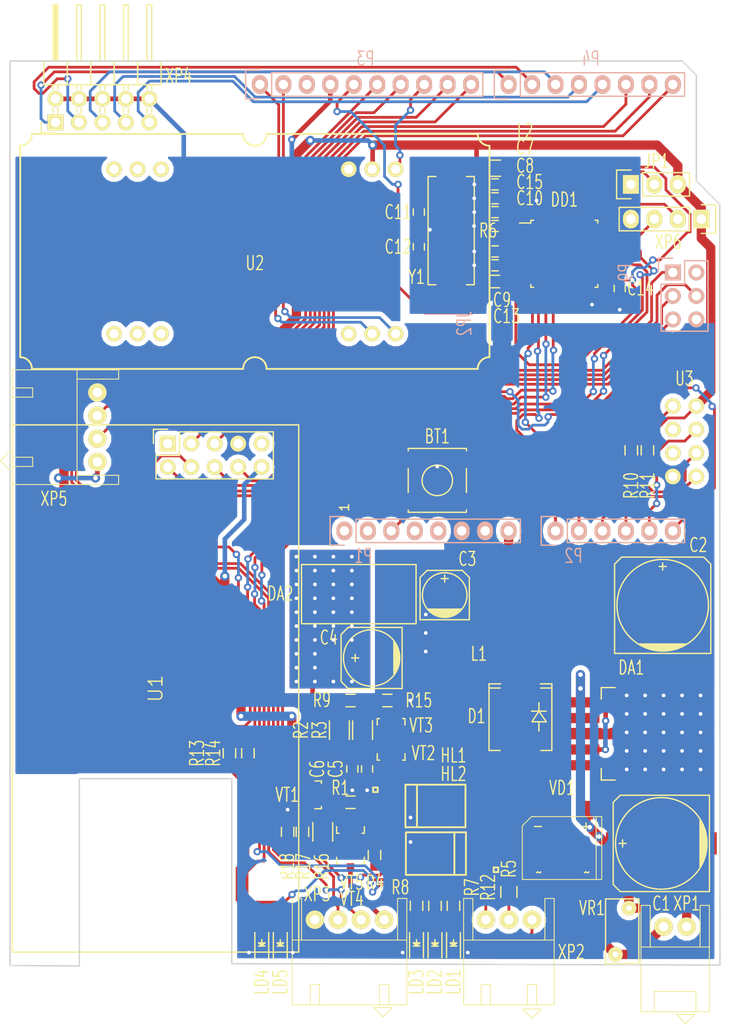
<source format=kicad_pcb>
(kicad_pcb (version 20160815) (host pcbnew "(2016-08-24 BZR 7090, Git 532a5fb)-product")
  (title_block (date "lun. 30 mars 2015"))
  (layers (0 F.Cu signal) (31 B.Cu signal) (34 B.Paste user) (35 F.Paste user) (36 B.SilkS user) (37 F.SilkS user) (38 B.Mask user) (39 F.Mask user) (44 Edge.Cuts user))
  (net 0 "")
  (net 1 GND)
  (net 2 "Net-(P1-Pad1)")
  (net 3 +3V3)
  (net 4 "Net-(D1-Pad1)")
  (net 5 MDB-TX)
  (net 6 MDB-RX)
  (net 7 SWDDAT)
  (net 8 SWCLK)
  (net 9 "Net-(HL1-Pad4)")
  (net 10 "Net-(HL1-Pad1)")
  (net 11 "Net-(HL1-Pad3)")
  (net 12 "Net-(HL2-Pad1)")
  (net 13 "Net-(LD1-Pad2)")
  (net 14 "Net-(LD2-Pad2)")
  (net 15 VIN)
  (net 16 I2C1-SCL)
  (net 17 I2C1-SDA)
  (net 18 ~NFC-INT)
  (net 19 GPIO-1)
  (net 20 ETH-INT)
  (net 21 ETH-RST)
  (net 22 ETH-MOSI)
  (net 23 "Net-(P9-Pad2)")
  (net 24 ETH-SCLK)
  (net 25 ETH-MISO)
  (net 26 ETH-SCS)
  (net 27 "Net-(VD1-Pad2)")
  (net 28 "Net-(VD1-Pad4)")
  (net 29 WIFI-RX)
  (net 30 WIFI-TX)
  (net 31 "Net-(C1-Pad1)")
  (net 32 VDD)
  (net 33 GNDREF)
  (net 34 "Net-(C11-Pad1)")
  (net 35 "Net-(C12-Pad1)")
  (net 36 "Net-(R1-Pad1)")
  (net 37 "Net-(R5-Pad2)")
  (net 38 "Net-(DD1-Pad14)")
  (net 39 "Net-(R10-Pad2)")
  (net 40 "Net-(U1-Pad1)")
  (net 41 "Net-(U2-Pad6)")
  (net 42 "Net-(U3-Pad3)")
  (net 43 "Net-(U3-Pad5)")
  (net 44 ~MDB-RES)
  (net 45 "Net-(DD1-Pad7)")
  (net 46 "Net-(DD1-Pad12)")
  (net 47 "Net-(DD1-Pad13)")
  (net 48 GPIO-2)
  (net 49 GPIO-3)
  (net 50 GPIO-4)
  (net 51 GPIO-5)
  (net 52 ~RESET)
  (net 53 LD-MDB-RX)
  (net 54 LD-MDB-TX)
  (net 55 "Net-(LD3-Pad2)")
  (net 56 "Net-(LD4-Pad2)")
  (net 57 "Net-(LD5-Pad2)")
  (net 58 ~WIFI-RES)
  (net 59 LD-LINK)
  (net 60 LD-SERVICE)
  (net 61 I2C3-SCL)
  (net 62 I2C3-SDA)
  (net 63 DEBUG-TX)
  (net 64 DEBUG-RX)
  (net 65 "Net-(P1-Pad2)")
  (net 66 "Net-(P1-Pad4)")
  (net 67 +5V)
  (net 68 "Net-(P3-Pad3)")
  (net 69 "Net-(U1-Pad9)")
  (net 70 "Net-(R2-Pad2)")
  (net 71 "Net-(R15-Pad2)")
  (net 72 "Net-(R16-Pad2)")
  (net 73 "Net-(R17-Pad1)")
  (net 74 "Net-(VT4-Pad3)")
  (net 75 "Net-(C4-Pad1)")
  (net 76 "Net-(DD1-Pad6)")
  (net 77 "Net-(DD1-Pad15)")
  (net 78 "Net-(DD1-Pad18)")
  (net 79 MDBBUS-TX)
  (net 80 MDBBUS-RX)
  (net 81 "Net-(DD1-Pad21)")
  (net 82 "Net-(DD1-Pad25)")
  (net 83 "Net-(DD1-Pad26)")
  (net 84 "Net-(DD1-Pad27)")
  (net 85 "Net-(DD1-Pad28)")
  (net 86 "Net-(DD1-Pad29)")
  (net 87 "Net-(DD1-Pad30)")
  (net 88 "Net-(DD1-Pad31)")
  (module Mainboard:Ethernet-Shield (layer F.Cu) (at 118.498 140.865 90)
    (fp_text reference U1 (at 0 0 90) (layer F.SilkS) (effects (font (size 1.5 1.5))))
    (fp_text value W5500-SHIELD)
    (pad 1 thru_hole rect (at 26.475 1.32) (size 1.7272 1.7272) (drill 1.016) (layers *.Cu *.Mask F.SilkS) (net 40 "Net-(U1-Pad1)"))
    (pad 2 thru_hole oval (at 23.935 1.32) (size 1.7272 1.7272) (drill 1.016) (layers *.Cu *.Mask F.SilkS) (net 24 ETH-SCLK))
    (pad 3 thru_hole oval (at 26.475 3.86) (size 1.7272 1.7272) (drill 1.016) (layers *.Cu *.Mask F.SilkS) (net 20 ETH-INT))
    (pad 4 thru_hole oval (at 23.935 3.86) (size 1.7272 1.7272) (drill 1.016) (layers *.Cu *.Mask F.SilkS) (net 26 ETH-SCS))
    (pad 5 thru_hole oval (at 26.475 6.4) (size 1.7272 1.7272) (drill 1.016) (layers *.Cu *.Mask F.SilkS) (net 21 ETH-RST))
    (pad 6 thru_hole oval (at 23.935 6.4) (size 1.7272 1.7272) (drill 1.016) (layers *.Cu *.Mask F.SilkS) (net 22 ETH-MOSI))
    (pad 7 thru_hole oval (at 26.475 8.94) (size 1.7272 1.7272) (drill 1.016) (layers *.Cu *.Mask F.SilkS) (net 1 GND))
    (pad 8 thru_hole oval (at 23.935 8.94) (size 1.7272 1.7272) (drill 1.016) (layers *.Cu *.Mask F.SilkS) (net 25 ETH-MISO))
    (pad 9 thru_hole oval (at 26.475 11.48) (size 1.7272 1.7272) (drill 1.016) (layers *.Cu *.Mask F.SilkS) (net 69 "Net-(U1-Pad9)"))
    (pad 10 thru_hole oval (at 23.935 11.48) (size 1.7272 1.7272) (drill 1.016) (layers *.Cu *.Mask F.SilkS) (net 3 +3V3))
    (pad "" np_thru_hole circle (at -21 12 93.5) (size 3.5 3.5) (drill 3.5) (layers *.Cu *.Mask))
    (pad "" np_thru_hole circle (at -21 -12 90) (size 3.5 3.5) (drill 3.5) (layers *.Cu *.Mask))
  )
  (module Mainboard:VIA-1mm-d0.4 (layer F.Cu) (at 139.748 140.115 90)
    (fp_text reference REF**11110 hide)
    (fp_text value VIA-1mm-d0.4 hide)
    (pad 1 thru_hole circle (at 0 0 90) (size 1 1) (drill 0.4) (layers *.Cu) (net 75 "Net-(C4-Pad1)"))
  )
  (module Mainboard:VIA-1mm-d0.4 (layer F.Cu) (at 139.748 135.615 90)
    (fp_text reference REF**1117 hide)
    (fp_text value VIA-1mm-d0.4 hide)
    (pad 1 thru_hole circle (at 0 0 90) (size 1 1) (drill 0.4) (layers *.Cu) (net 75 "Net-(C4-Pad1)"))
  )
  (module Mainboard:VIA-1mm-d0.4 (layer F.Cu) (at 139.748 134.115 90)
    (fp_text reference REF**1116 hide)
    (fp_text value VIA-1mm-d0.4 hide)
    (pad 1 thru_hole circle (at 0 0 90) (size 1 1) (drill 0.4) (layers *.Cu) (net 75 "Net-(C4-Pad1)"))
  )
  (module Mainboard:VIA-1mm-d0.4 (layer F.Cu) (at 139.748 132.615 90)
    (fp_text reference REF**1115 hide)
    (fp_text value VIA-1mm-d0.4 hide)
    (pad 1 thru_hole circle (at 0 0 90) (size 1 1) (drill 0.4) (layers *.Cu) (net 75 "Net-(C4-Pad1)"))
  )
  (module Mainboard:VIA-1mm-d0.4 (layer F.Cu) (at 139.748 131.115 90)
    (fp_text reference REF**1114 hide)
    (fp_text value VIA-1mm-d0.4 hide)
    (pad 1 thru_hole circle (at 0 0 90) (size 1 1) (drill 0.4) (layers *.Cu) (net 75 "Net-(C4-Pad1)"))
  )
  (module Mainboard:VIA-1mm-d0.4 (layer F.Cu) (at 139.748 129.615 90)
    (fp_text reference REF**1113 hide)
    (fp_text value VIA-1mm-d0.4 hide)
    (pad 1 thru_hole circle (at 0 0 90) (size 1 1) (drill 0.4) (layers *.Cu) (net 75 "Net-(C4-Pad1)"))
  )
  (module Mainboard:VIA-1mm-d0.4 (layer F.Cu) (at 139.748 128.115 90)
    (fp_text reference REF**1112 hide)
    (fp_text value VIA-1mm-d0.4 hide)
    (pad 1 thru_hole circle (at 0 0 90) (size 1 1) (drill 0.4) (layers *.Cu) (net 75 "Net-(C4-Pad1)"))
  )
  (module Mainboard:VIA-1mm-d0.4 (layer F.Cu) (at 137.748 140.115 90)
    (fp_text reference REF**11110 hide)
    (fp_text value VIA-1mm-d0.4 hide)
    (pad 1 thru_hole circle (at 0 0 90) (size 1 1) (drill 0.4) (layers *.Cu) (net 75 "Net-(C4-Pad1)"))
  )
  (module Mainboard:VIA-1mm-d0.4 (layer F.Cu) (at 137.748 135.615 90)
    (fp_text reference REF**1117 hide)
    (fp_text value VIA-1mm-d0.4 hide)
    (pad 1 thru_hole circle (at 0 0 90) (size 1 1) (drill 0.4) (layers *.Cu) (net 75 "Net-(C4-Pad1)"))
  )
  (module Mainboard:VIA-1mm-d0.4 (layer F.Cu) (at 137.748 134.115 90)
    (fp_text reference REF**1116 hide)
    (fp_text value VIA-1mm-d0.4 hide)
    (pad 1 thru_hole circle (at 0 0 90) (size 1 1) (drill 0.4) (layers *.Cu) (net 75 "Net-(C4-Pad1)"))
  )
  (module Mainboard:VIA-1mm-d0.4 (layer F.Cu) (at 137.748 132.615 90)
    (fp_text reference REF**1115 hide)
    (fp_text value VIA-1mm-d0.4 hide)
    (pad 1 thru_hole circle (at 0 0 90) (size 1 1) (drill 0.4) (layers *.Cu) (net 75 "Net-(C4-Pad1)"))
  )
  (module Mainboard:VIA-1mm-d0.4 (layer F.Cu) (at 137.748 131.115 90)
    (fp_text reference REF**1114 hide)
    (fp_text value VIA-1mm-d0.4 hide)
    (pad 1 thru_hole circle (at 0 0 90) (size 1 1) (drill 0.4) (layers *.Cu) (net 75 "Net-(C4-Pad1)"))
  )
  (module Mainboard:VIA-1mm-d0.4 (layer F.Cu) (at 137.748 129.615 90)
    (fp_text reference REF**1113 hide)
    (fp_text value VIA-1mm-d0.4 hide)
    (pad 1 thru_hole circle (at 0 0 90) (size 1 1) (drill 0.4) (layers *.Cu) (net 75 "Net-(C4-Pad1)"))
  )
  (module Mainboard:VIA-1mm-d0.4 (layer F.Cu) (at 137.748 128.115 90)
    (fp_text reference REF**1112 hide)
    (fp_text value VIA-1mm-d0.4 hide)
    (pad 1 thru_hole circle (at 0 0 90) (size 1 1) (drill 0.4) (layers *.Cu) (net 75 "Net-(C4-Pad1)"))
  )
  (module Mainboard:VIA-1mm-d0.4 (layer F.Cu) (at 135.748 140.115 90)
    (fp_text reference REF**11110 hide)
    (fp_text value VIA-1mm-d0.4 hide)
    (pad 1 thru_hole circle (at 0 0 90) (size 1 1) (drill 0.4) (layers *.Cu) (net 75 "Net-(C4-Pad1)"))
  )
  (module Mainboard:VIA-1mm-d0.4 (layer F.Cu) (at 135.748 138.615 90)
    (fp_text reference REF**1119 hide)
    (fp_text value VIA-1mm-d0.4 hide)
    (pad 1 thru_hole circle (at 0 0 90) (size 1 1) (drill 0.4) (layers *.Cu) (net 75 "Net-(C4-Pad1)"))
  )
  (module Mainboard:VIA-1mm-d0.4 (layer F.Cu) (at 135.748 137.115 90)
    (fp_text reference REF**1118 hide)
    (fp_text value VIA-1mm-d0.4 hide)
    (pad 1 thru_hole circle (at 0 0 90) (size 1 1) (drill 0.4) (layers *.Cu) (net 75 "Net-(C4-Pad1)"))
  )
  (module Mainboard:VIA-1mm-d0.4 (layer F.Cu) (at 135.748 135.615 90)
    (fp_text reference REF**1117 hide)
    (fp_text value VIA-1mm-d0.4 hide)
    (pad 1 thru_hole circle (at 0 0 90) (size 1 1) (drill 0.4) (layers *.Cu) (net 75 "Net-(C4-Pad1)"))
  )
  (module Mainboard:VIA-1mm-d0.4 (layer F.Cu) (at 135.748 134.115 90)
    (fp_text reference REF**1116 hide)
    (fp_text value VIA-1mm-d0.4 hide)
    (pad 1 thru_hole circle (at 0 0 90) (size 1 1) (drill 0.4) (layers *.Cu) (net 75 "Net-(C4-Pad1)"))
  )
  (module Mainboard:VIA-1mm-d0.4 (layer F.Cu) (at 135.748 132.615 90)
    (fp_text reference REF**1115 hide)
    (fp_text value VIA-1mm-d0.4 hide)
    (pad 1 thru_hole circle (at 0 0 90) (size 1 1) (drill 0.4) (layers *.Cu) (net 75 "Net-(C4-Pad1)"))
  )
  (module Mainboard:VIA-1mm-d0.4 (layer F.Cu) (at 135.748 131.115 90)
    (fp_text reference REF**1114 hide)
    (fp_text value VIA-1mm-d0.4 hide)
    (pad 1 thru_hole circle (at 0 0 90) (size 1 1) (drill 0.4) (layers *.Cu) (net 75 "Net-(C4-Pad1)"))
  )
  (module Mainboard:VIA-1mm-d0.4 (layer F.Cu) (at 135.748 129.615 90)
    (fp_text reference REF**1113 hide)
    (fp_text value VIA-1mm-d0.4 hide)
    (pad 1 thru_hole circle (at 0 0 90) (size 1 1) (drill 0.4) (layers *.Cu) (net 75 "Net-(C4-Pad1)"))
  )
  (module Mainboard:VIA-1mm-d0.4 (layer F.Cu) (at 135.748 128.115 90)
    (fp_text reference REF**1112 hide)
    (fp_text value VIA-1mm-d0.4 hide)
    (pad 1 thru_hole circle (at 0 0 90) (size 1 1) (drill 0.4) (layers *.Cu) (net 75 "Net-(C4-Pad1)"))
  )
  (module Mainboard:VIA-1mm-d0.4 (layer F.Cu) (at 133.748 140.115 90)
    (fp_text reference REF**11110 hide)
    (fp_text value VIA-1mm-d0.4 hide)
    (pad 1 thru_hole circle (at 0 0 90) (size 1 1) (drill 0.4) (layers *.Cu) (net 75 "Net-(C4-Pad1)"))
  )
  (module Mainboard:VIA-1mm-d0.4 (layer F.Cu) (at 133.748 138.615 90)
    (fp_text reference REF**1119 hide)
    (fp_text value VIA-1mm-d0.4 hide)
    (pad 1 thru_hole circle (at 0 0 90) (size 1 1) (drill 0.4) (layers *.Cu) (net 75 "Net-(C4-Pad1)"))
  )
  (module Mainboard:VIA-1mm-d0.4 (layer F.Cu) (at 133.748 137.115 90)
    (fp_text reference REF**1118 hide)
    (fp_text value VIA-1mm-d0.4 hide)
    (pad 1 thru_hole circle (at 0 0 90) (size 1 1) (drill 0.4) (layers *.Cu) (net 75 "Net-(C4-Pad1)"))
  )
  (module Mainboard:VIA-1mm-d0.4 (layer F.Cu) (at 133.748 135.615 90)
    (fp_text reference REF**1117 hide)
    (fp_text value VIA-1mm-d0.4 hide)
    (pad 1 thru_hole circle (at 0 0 90) (size 1 1) (drill 0.4) (layers *.Cu) (net 75 "Net-(C4-Pad1)"))
  )
  (module Mainboard:VIA-1mm-d0.4 (layer F.Cu) (at 133.748 134.115 90)
    (fp_text reference REF**1116 hide)
    (fp_text value VIA-1mm-d0.4 hide)
    (pad 1 thru_hole circle (at 0 0 90) (size 1 1) (drill 0.4) (layers *.Cu) (net 75 "Net-(C4-Pad1)"))
  )
  (module Mainboard:VIA-1mm-d0.4 (layer F.Cu) (at 133.748 132.615 90)
    (fp_text reference REF**1115 hide)
    (fp_text value VIA-1mm-d0.4 hide)
    (pad 1 thru_hole circle (at 0 0 90) (size 1 1) (drill 0.4) (layers *.Cu) (net 75 "Net-(C4-Pad1)"))
  )
  (module Mainboard:VIA-1mm-d0.4 (layer F.Cu) (at 133.748 131.115 90)
    (fp_text reference REF**1114 hide)
    (fp_text value VIA-1mm-d0.4 hide)
    (pad 1 thru_hole circle (at 0 0 90) (size 1 1) (drill 0.4) (layers *.Cu) (net 75 "Net-(C4-Pad1)"))
  )
  (module Mainboard:VIA-1mm-d0.4 (layer F.Cu) (at 133.748 129.615 90)
    (fp_text reference REF**1113 hide)
    (fp_text value VIA-1mm-d0.4 hide)
    (pad 1 thru_hole circle (at 0 0 90) (size 1 1) (drill 0.4) (layers *.Cu) (net 75 "Net-(C4-Pad1)"))
  )
  (module Mainboard:VIA-1mm-d0.4 (layer F.Cu) (at 133.748 128.115 90)
    (fp_text reference REF**1112 hide)
    (fp_text value VIA-1mm-d0.4 hide)
    (pad 1 thru_hole circle (at 0 0 90) (size 1 1) (drill 0.4) (layers *.Cu) (net 75 "Net-(C4-Pad1)"))
  )
  (module Mainboard:VIA-1mm-d0.4 (layer F.Cu) (at 139.748 126.615 90)
    (fp_text reference REF**1111 hide)
    (fp_text value VIA-1mm-d0.4 hide)
    (pad 1 thru_hole circle (at 0 0 90) (size 1 1) (drill 0.4) (layers *.Cu) (net 75 "Net-(C4-Pad1)"))
  )
  (module Mainboard:VIA-1mm-d0.4 (layer F.Cu) (at 137.748 126.615 90)
    (fp_text reference REF**1111 hide)
    (fp_text value VIA-1mm-d0.4 hide)
    (pad 1 thru_hole circle (at 0 0 90) (size 1 1) (drill 0.4) (layers *.Cu) (net 75 "Net-(C4-Pad1)"))
  )
  (module Mainboard:VIA-1mm-d0.4 (layer F.Cu) (at 135.748 126.615 90)
    (fp_text reference REF**1111 hide)
    (fp_text value VIA-1mm-d0.4 hide)
    (pad 1 thru_hole circle (at 0 0 90) (size 1 1) (drill 0.4) (layers *.Cu) (net 75 "Net-(C4-Pad1)"))
  )
  (module Mainboard:VIA-1mm-d0.4 (layer F.Cu) (at 133.748 126.615 90)
    (fp_text reference REF**1111 hide)
    (fp_text value VIA-1mm-d0.4 hide)
    (pad 1 thru_hole circle (at 0 0 90) (size 1 1) (drill 0.4) (layers *.Cu) (net 75 "Net-(C4-Pad1)"))
  )
  (module Mainboard:VIA-1mm-d0.4 (layer F.Cu) (at 147.748 136.865 90)
    (fp_text reference REF**11 hide)
    (fp_text value VIA-1mm-d0.4 hide)
    (pad 1 thru_hole circle (at 0 0 90) (size 1 1) (drill 0.4) (layers *.Cu) (net 1 GND))
  )
  (module Mainboard:VIA-1mm-d0.4 (layer F.Cu) (at 147.748 134.865 90)
    (fp_text reference REF**11 hide)
    (fp_text value VIA-1mm-d0.4 hide)
    (pad 1 thru_hole circle (at 0 0 90) (size 1 1) (drill 0.4) (layers *.Cu) (net 1 GND))
  )
  (module Mainboard:VIA-1mm-d0.4 (layer F.Cu) (at 147.748 132.865 90)
    (fp_text reference REF**11 hide)
    (fp_text value VIA-1mm-d0.4 hide)
    (pad 1 thru_hole circle (at 0 0 90) (size 1 1) (drill 0.4) (layers *.Cu) (net 1 GND))
  )
  (module Mainboard:VIA-1mm-d0.4 (layer F.Cu) (at 171.498 149.615)
    (fp_text reference REF**112 hide)
    (fp_text value VIA-1mm-d0.4 hide)
    (pad 1 thru_hole circle (at 0 0) (size 1 1) (drill 0.4) (layers *.Cu) (net 1 GND))
  )
  (module Mainboard:VIA-1mm-d0.4 (layer F.Cu) (at 173.498 149.615)
    (fp_text reference REF**112 hide)
    (fp_text value VIA-1mm-d0.4 hide)
    (pad 1 thru_hole circle (at 0 0) (size 1 1) (drill 0.4) (layers *.Cu) (net 1 GND))
  )
  (module Mainboard:VIA-1mm-d0.4 (layer F.Cu) (at 175.498 149.615)
    (fp_text reference REF**112 hide)
    (fp_text value VIA-1mm-d0.4 hide)
    (pad 1 thru_hole circle (at 0 0) (size 1 1) (drill 0.4) (layers *.Cu) (net 1 GND))
  )
  (module Mainboard:VIA-1mm-d0.4 (layer F.Cu) (at 177.498 149.615)
    (fp_text reference REF**112 hide)
    (fp_text value VIA-1mm-d0.4 hide)
    (pad 1 thru_hole circle (at 0 0) (size 1 1) (drill 0.4) (layers *.Cu) (net 1 GND))
  )
  (module Mainboard:VIA-1mm-d0.4 (layer F.Cu) (at 169.498 149.615)
    (fp_text reference REF**112 hide)
    (fp_text value VIA-1mm-d0.4 hide)
    (pad 1 thru_hole circle (at 0 0) (size 1 1) (drill 0.4) (layers *.Cu) (net 1 GND))
  )
  (module Mainboard:VIA-1mm-d0.4 (layer F.Cu) (at 169.498 147.615)
    (fp_text reference REF**111 hide)
    (fp_text value VIA-1mm-d0.4 hide)
    (pad 1 thru_hole circle (at 0 0) (size 1 1) (drill 0.4) (layers *.Cu) (net 1 GND))
  )
  (module Mainboard:VIA-1mm-d0.4 (layer F.Cu) (at 169.498 145.615)
    (fp_text reference REF**14 hide)
    (fp_text value VIA-1mm-d0.4 hide)
    (pad 1 thru_hole circle (at 0 0) (size 1 1) (drill 0.4) (layers *.Cu) (net 1 GND))
  )
  (module Mainboard:VIA-1mm-d0.4 (layer F.Cu) (at 169.498 143.615)
    (fp_text reference REF**13 hide)
    (fp_text value VIA-1mm-d0.4 hide)
    (pad 1 thru_hole circle (at 0 0) (size 1 1) (drill 0.4) (layers *.Cu) (net 1 GND))
  )
  (module Mainboard:VIA-1mm-d0.4 (layer F.Cu) (at 169.498 141.615)
    (fp_text reference REF**12 hide)
    (fp_text value VIA-1mm-d0.4 hide)
    (pad 1 thru_hole circle (at 0 0) (size 1 1) (drill 0.4) (layers *.Cu) (net 1 GND))
  )
  (module Mainboard:VIA-1mm-d0.4 (layer F.Cu) (at 171.498 147.615)
    (fp_text reference REF**111 hide)
    (fp_text value VIA-1mm-d0.4 hide)
    (pad 1 thru_hole circle (at 0 0) (size 1 1) (drill 0.4) (layers *.Cu) (net 1 GND))
  )
  (module Mainboard:VIA-1mm-d0.4 (layer F.Cu) (at 171.498 145.615)
    (fp_text reference REF**14 hide)
    (fp_text value VIA-1mm-d0.4 hide)
    (pad 1 thru_hole circle (at 0 0) (size 1 1) (drill 0.4) (layers *.Cu) (net 1 GND))
  )
  (module Mainboard:VIA-1mm-d0.4 (layer F.Cu) (at 171.498 143.615)
    (fp_text reference REF**13 hide)
    (fp_text value VIA-1mm-d0.4 hide)
    (pad 1 thru_hole circle (at 0 0) (size 1 1) (drill 0.4) (layers *.Cu) (net 1 GND))
  )
  (module Mainboard:VIA-1mm-d0.4 (layer F.Cu) (at 171.498 141.615)
    (fp_text reference REF**12 hide)
    (fp_text value VIA-1mm-d0.4 hide)
    (pad 1 thru_hole circle (at 0 0) (size 1 1) (drill 0.4) (layers *.Cu) (net 1 GND))
  )
  (module Mainboard:VIA-1mm-d0.4 (layer F.Cu) (at 175.498 147.615)
    (fp_text reference REF**111 hide)
    (fp_text value VIA-1mm-d0.4 hide)
    (pad 1 thru_hole circle (at 0 0) (size 1 1) (drill 0.4) (layers *.Cu) (net 1 GND))
  )
  (module Mainboard:VIA-1mm-d0.4 (layer F.Cu) (at 175.498 145.615)
    (fp_text reference REF**14 hide)
    (fp_text value VIA-1mm-d0.4 hide)
    (pad 1 thru_hole circle (at 0 0) (size 1 1) (drill 0.4) (layers *.Cu) (net 1 GND))
  )
  (module Mainboard:VIA-1mm-d0.4 (layer F.Cu) (at 175.498 143.615)
    (fp_text reference REF**13 hide)
    (fp_text value VIA-1mm-d0.4 hide)
    (pad 1 thru_hole circle (at 0 0) (size 1 1) (drill 0.4) (layers *.Cu) (net 1 GND))
  )
  (module Mainboard:VIA-1mm-d0.4 (layer F.Cu) (at 175.498 141.615)
    (fp_text reference REF**12 hide)
    (fp_text value VIA-1mm-d0.4 hide)
    (pad 1 thru_hole circle (at 0 0) (size 1 1) (drill 0.4) (layers *.Cu) (net 1 GND))
  )
  (module Mainboard:VIA-1mm-d0.4 (layer F.Cu) (at 177.498 147.615)
    (fp_text reference REF**111 hide)
    (fp_text value VIA-1mm-d0.4 hide)
    (pad 1 thru_hole circle (at 0 0) (size 1 1) (drill 0.4) (layers *.Cu) (net 1 GND))
  )
  (module Mainboard:VIA-1mm-d0.4 (layer F.Cu) (at 177.498 145.615)
    (fp_text reference REF**14 hide)
    (fp_text value VIA-1mm-d0.4 hide)
    (pad 1 thru_hole circle (at 0 0) (size 1 1) (drill 0.4) (layers *.Cu) (net 1 GND))
  )
  (module Mainboard:VIA-1mm-d0.4 (layer F.Cu) (at 177.498 143.615)
    (fp_text reference REF**13 hide)
    (fp_text value VIA-1mm-d0.4 hide)
    (pad 1 thru_hole circle (at 0 0) (size 1 1) (drill 0.4) (layers *.Cu) (net 1 GND))
  )
  (module Mainboard:VIA-1mm-d0.4 (layer F.Cu) (at 177.498 141.615)
    (fp_text reference REF**12 hide)
    (fp_text value VIA-1mm-d0.4 hide)
    (pad 1 thru_hole circle (at 0 0) (size 1 1) (drill 0.4) (layers *.Cu) (net 1 GND))
  )
  (module Mainboard:VIA-1mm-d0.4 (layer F.Cu) (at 173.498 147.615)
    (fp_text reference REF**111 hide)
    (fp_text value VIA-1mm-d0.4 hide)
    (pad 1 thru_hole circle (at 0 0) (size 1 1) (drill 0.4) (layers *.Cu) (net 1 GND))
  )
  (module Mainboard:VIA-1mm-d0.4 (layer F.Cu) (at 173.498 145.615)
    (fp_text reference REF**14 hide)
    (fp_text value VIA-1mm-d0.4 hide)
    (pad 1 thru_hole circle (at 0 0) (size 1 1) (drill 0.4) (layers *.Cu) (net 1 GND))
  )
  (module Mainboard:VIA-1mm-d0.4 (layer F.Cu) (at 173.498 143.615)
    (fp_text reference REF**13 hide)
    (fp_text value VIA-1mm-d0.4 hide)
    (pad 1 thru_hole circle (at 0 0) (size 1 1) (drill 0.4) (layers *.Cu) (net 1 GND))
  )
  (module Mainboard:VIA-1mm-d0.4 (layer F.Cu) (at 173.498 141.615)
    (fp_text reference REF**12 hide)
    (fp_text value VIA-1mm-d0.4 hide)
    (pad 1 thru_hole circle (at 0 0) (size 1 1) (drill 0.4) (layers *.Cu) (net 1 GND))
  )
  (module Socket_Arduino_Uno:Socket_Strip_Arduino_1x08 (layer B.Cu) (at 138.938 123.825)
    (fp_text reference P1 (at 2.06 2.71) (layer B.SilkS) (effects (font (size 1.5 1)) (justify mirror)))
    (fp_text value Power)
    (pad 1 thru_hole oval (at 0 0) (size 1.7272 2.032) (drill 1.016) (layers *.Cu *.Mask B.SilkS) (net 2 "Net-(P1-Pad1)"))
    (pad 2 thru_hole oval (at 2.54 0) (size 1.7272 2.032) (drill 1.016) (layers *.Cu *.Mask B.SilkS) (net 65 "Net-(P1-Pad2)"))
    (pad 3 thru_hole oval (at 5.08 0) (size 1.7272 2.032) (drill 1.016) (layers *.Cu *.Mask B.SilkS) (net 52 ~RESET))
    (pad 4 thru_hole oval (at 7.62 0) (size 1.7272 2.032) (drill 1.016) (layers *.Cu *.Mask B.SilkS) (net 66 "Net-(P1-Pad4)"))
    (pad 5 thru_hole oval (at 10.16 0) (size 1.7272 2.032) (drill 1.016) (layers *.Cu *.Mask B.SilkS) (net 67 +5V))
    (pad 6 thru_hole oval (at 12.7 0) (size 1.7272 2.032) (drill 1.016) (layers *.Cu *.Mask B.SilkS) (net 1 GND))
    (pad 7 thru_hole oval (at 15.24 0) (size 1.7272 2.032) (drill 1.016) (layers *.Cu *.Mask B.SilkS) (net 1 GND))
    (pad 8 thru_hole oval (at 17.78 0) (size 1.7272 2.032) (drill 1.016) (layers *.Cu *.Mask B.SilkS) (net 15 VIN))
  )
  (module Socket_Arduino_Uno:Socket_Strip_Arduino_1x06 (layer B.Cu) (at 161.798 123.825)
    (fp_text reference P2 (at 1.95 2.71) (layer B.SilkS) (effects (font (size 1.5 1)) (justify mirror)))
    (fp_text value Analog)
    (pad 1 thru_hole oval (at 0 0) (size 1.7272 2.032) (drill 1.016) (layers *.Cu *.Mask B.SilkS) (net 6 MDB-RX))
    (pad 2 thru_hole oval (at 2.54 0) (size 1.7272 2.032) (drill 1.016) (layers *.Cu *.Mask B.SilkS) (net 5 MDB-TX))
    (pad 3 thru_hole oval (at 5.08 0) (size 1.7272 2.032) (drill 1.016) (layers *.Cu *.Mask B.SilkS) (net 29 WIFI-RX))
    (pad 4 thru_hole oval (at 7.62 0) (size 1.7272 2.032) (drill 1.016) (layers *.Cu *.Mask B.SilkS) (net 30 WIFI-TX))
    (pad 5 thru_hole oval (at 10.16 0) (size 1.7272 2.032) (drill 1.016) (layers *.Cu *.Mask B.SilkS) (net 58 ~WIFI-RES))
    (pad 6 thru_hole oval (at 12.7 0) (size 1.7272 2.032) (drill 1.016) (layers *.Cu *.Mask B.SilkS) (net 60 LD-SERVICE))
  )
  (module Socket_Arduino_Uno:Socket_Strip_Arduino_1x10 (layer B.Cu) (at 129.794 75.565)
    (fp_text reference P3 (at 11.43 -2.794) (layer B.SilkS) (effects (font (size 1.5 1)) (justify mirror)))
    (fp_text value Digital)
    (pad 1 thru_hole oval (at 0 0) (size 1.7272 2.032) (drill 1.016) (layers *.Cu *.Mask B.SilkS) (net 16 I2C1-SCL))
    (pad 2 thru_hole oval (at 2.54 0) (size 1.7272 2.032) (drill 1.016) (layers *.Cu *.Mask B.SilkS) (net 17 I2C1-SDA))
    (pad 3 thru_hole oval (at 5.08 0) (size 1.7272 2.032) (drill 1.016) (layers *.Cu *.Mask B.SilkS) (net 68 "Net-(P3-Pad3)"))
    (pad 4 thru_hole oval (at 7.62 0) (size 1.7272 2.032) (drill 1.016) (layers *.Cu *.Mask B.SilkS) (net 1 GND))
    (pad 5 thru_hole oval (at 10.16 0) (size 1.7272 2.032) (drill 1.016) (layers *.Cu *.Mask B.SilkS) (net 44 ~MDB-RES))
    (pad 6 thru_hole oval (at 12.7 0) (size 1.7272 2.032) (drill 1.016) (layers *.Cu *.Mask B.SilkS) (net 61 I2C3-SCL))
    (pad 7 thru_hole oval (at 15.24 0) (size 1.7272 2.032) (drill 1.016) (layers *.Cu *.Mask B.SilkS) (net 62 I2C3-SDA))
    (pad 8 thru_hole oval (at 17.78 0) (size 1.7272 2.032) (drill 1.016) (layers *.Cu *.Mask B.SilkS) (net 18 ~NFC-INT))
    (pad 9 thru_hole oval (at 20.32 0) (size 1.7272 2.032) (drill 1.016) (layers *.Cu *.Mask B.SilkS) (net 64 DEBUG-RX))
    (pad 10 thru_hole oval (at 22.86 0) (size 1.7272 2.032) (drill 1.016) (layers *.Cu *.Mask B.SilkS) (net 63 DEBUG-TX))
  )
  (module Socket_Arduino_Uno:Socket_Strip_Arduino_1x08 (layer B.Cu) (at 156.718 75.565)
    (fp_text reference P4 (at 8.89 -2.794) (layer B.SilkS) (effects (font (size 1.5 1)) (justify mirror)))
    (fp_text value Digital)
    (pad 1 thru_hole oval (at 0 0) (size 1.7272 2.032) (drill 1.016) (layers *.Cu *.Mask B.SilkS) (net 19 GPIO-1))
    (pad 2 thru_hole oval (at 2.54 0) (size 1.7272 2.032) (drill 1.016) (layers *.Cu *.Mask B.SilkS) (net 48 GPIO-2))
    (pad 3 thru_hole oval (at 5.08 0) (size 1.7272 2.032) (drill 1.016) (layers *.Cu *.Mask B.SilkS) (net 49 GPIO-3))
    (pad 4 thru_hole oval (at 7.62 0) (size 1.7272 2.032) (drill 1.016) (layers *.Cu *.Mask B.SilkS) (net 50 GPIO-4))
    (pad 5 thru_hole oval (at 10.16 0) (size 1.7272 2.032) (drill 1.016) (layers *.Cu *.Mask B.SilkS) (net 51 GPIO-5))
    (pad 6 thru_hole oval (at 12.7 0) (size 1.7272 2.032) (drill 1.016) (layers *.Cu *.Mask B.SilkS) (net 59 LD-LINK))
    (pad 7 thru_hole oval (at 15.24 0) (size 1.7272 2.032) (drill 1.016) (layers *.Cu *.Mask B.SilkS) (net 20 ETH-INT))
    (pad 8 thru_hole oval (at 17.78 0) (size 1.7272 2.032) (drill 1.016) (layers *.Cu *.Mask B.SilkS) (net 21 ETH-RST))
  )
  (module Capacitors_SMD:C_0603_HandSoldering (layer F.Cu) (at 139.798 149.565 270)
    (fp_text reference C6 (at 0 3.8 270) (layer F.SilkS) (effects (font (size 1.5 1))))
    (fp_text value "2.2uF x 6V3")
    (pad 1 smd rect (at -0.95 0 270) (size 1.2 0.75) (layers F.Cu F.Paste F.Mask) (net 3 +3V3))
    (pad 2 smd rect (at 0.95 0 270) (size 1.2 0.75) (layers F.Cu F.Paste F.Mask) (net 1 GND))
  )
  (module Mainboard:DIP-4-SMD (layer F.Cu) (at 148.798 153.565 270)
    (fp_text reference HL1 (at -5.45 -1.95) (layer F.SilkS) (effects (font (size 1.5 1))))
    (fp_text value LTV-817S hide)
    (pad 4 smd rect (at -1.25 -4.75 270) (size 1.5 2) (layers F.Cu F.Paste F.Mask) (net 9 "Net-(HL1-Pad4)"))
    (pad 1 smd rect (at -1.25 4.75 270) (size 1.5 2) (layers F.Cu F.Paste F.Mask) (net 10 "Net-(HL1-Pad1)"))
    (pad 3 smd rect (at 1.25 -4.75 270) (size 1.5 2) (layers F.Cu F.Paste F.Mask) (net 11 "Net-(HL1-Pad3)"))
    (pad 2 smd rect (at 1.25 4.75 270) (size 1.5 2) (layers F.Cu F.Paste F.Mask) (net 1 GND))
  )
  (module Mainboard:DIP-4-SMD (layer F.Cu) (at 148.848 158.715 90)
    (fp_text reference HL2 (at 8.6 1.9 180) (layer F.SilkS) (effects (font (size 1.5 1))))
    (fp_text value LTV-817S hide)
    (pad 4 smd rect (at -1.25 -4.75 90) (size 1.5 2) (layers F.Cu F.Paste F.Mask) (net 80 MDBBUS-RX))
    (pad 1 smd rect (at -1.25 4.75 90) (size 1.5 2) (layers F.Cu F.Paste F.Mask) (net 12 "Net-(HL2-Pad1)"))
    (pad 3 smd rect (at 1.25 -4.75 90) (size 1.5 2) (layers F.Cu F.Paste F.Mask) (net 1 GND))
    (pad 2 smd rect (at 1.25 4.75 90) (size 1.5 2) (layers F.Cu F.Paste F.Mask) (net 11 "Net-(HL1-Pad3)"))
  )
  (module LEDs:LED-0805 (layer F.Cu) (at 150.748 168.365 90)
    (fp_text reference LD1 (at -4.25 0 90) (layer F.SilkS) (effects (font (size 1.5 1))))
    (fp_text value KP-2012SGC)
    (pad 2 smd rect (at 1.04902 0 270) (size 1.19888 1.19888) (layers F.Cu F.Paste F.Mask) (net 13 "Net-(LD1-Pad2)"))
    (pad 1 smd rect (at -1.04902 0 270) (size 1.19888 1.19888) (layers F.Cu F.Paste F.Mask) (net 1 GND))
  )
  (module LEDs:LED-0805 (layer F.Cu) (at 148.748 168.365 90)
    (fp_text reference LD2 (at -4.25 0 90) (layer F.SilkS) (effects (font (size 1.5 1))))
    (fp_text value KP-2012SGC)
    (pad 2 smd rect (at 1.04902 0 270) (size 1.19888 1.19888) (layers F.Cu F.Paste F.Mask) (net 14 "Net-(LD2-Pad2)"))
    (pad 1 smd rect (at -1.04902 0 270) (size 1.19888 1.19888) (layers F.Cu F.Paste F.Mask) (net 1 GND))
  )
  (module Socket_Strips:Socket_Strip_Straight_2x03 (layer B.Cu) (at 174.498 95.885 270)
    (fp_text reference P9 (at 0 5.1 270) (layer B.SilkS) (effects (font (size 1.5 1)) (justify mirror)))
    (fp_text value PBD-6)
    (pad 1 thru_hole rect (at 0 0 270) (size 1.7272 1.7272) (drill 1.016) (layers *.Cu *.Mask B.SilkS) (net 25 ETH-MISO))
    (pad 2 thru_hole oval (at 0 -2.54 270) (size 1.7272 1.7272) (drill 1.016) (layers *.Cu *.Mask B.SilkS) (net 23 "Net-(P9-Pad2)"))
    (pad 3 thru_hole oval (at 2.54 0 270) (size 1.7272 1.7272) (drill 1.016) (layers *.Cu *.Mask B.SilkS) (net 24 ETH-SCLK))
    (pad 4 thru_hole oval (at 2.54 -2.54 270) (size 1.7272 1.7272) (drill 1.016) (layers *.Cu *.Mask B.SilkS) (net 22 ETH-MOSI))
    (pad 5 thru_hole oval (at 5.08 0 270) (size 1.7272 1.7272) (drill 1.016) (layers *.Cu *.Mask B.SilkS) (net 26 ETH-SCS))
    (pad 6 thru_hole oval (at 5.08 -2.54 270) (size 1.7272 1.7272) (drill 1.016) (layers *.Cu *.Mask B.SilkS) (net 1 GND))
  )
  (module Resistors_SMD:R_0603_HandSoldering (layer F.Cu) (at 139.598 153.165)
    (fp_text reference R1 (at -1.1 -1.55) (layer F.SilkS) (effects (font (size 1.5 1))))
    (fp_text value 120)
    (pad 1 smd rect (at -1.1 0) (size 1.2 0.9) (layers F.Cu F.Paste F.Mask) (net 36 "Net-(R1-Pad1)"))
    (pad 2 smd rect (at 1.1 0) (size 1.2 0.9) (layers F.Cu F.Paste F.Mask) (net 10 "Net-(HL1-Pad1)"))
  )
  (module Resistors_SMD:R_0603_HandSoldering (layer F.Cu) (at 148.748 164.365 270)
    (fp_text reference R7 (at -2 -4 270) (layer F.SilkS) (effects (font (size 1.5 1))))
    (fp_text value 240)
    (pad 1 smd rect (at -1.1 0 270) (size 1.2 0.9) (layers F.Cu F.Paste F.Mask) (net 53 LD-MDB-RX))
    (pad 2 smd rect (at 1.1 0 270) (size 1.2 0.9) (layers F.Cu F.Paste F.Mask) (net 14 "Net-(LD2-Pad2)"))
  )
  (module Resistors_SMD:R_0603_HandSoldering (layer F.Cu) (at 146.748 164.365 270)
    (fp_text reference R8 (at -2 1.75) (layer F.SilkS) (effects (font (size 1.5 1))))
    (fp_text value 240)
    (pad 1 smd rect (at -1.1 0 270) (size 1.2 0.9) (layers F.Cu F.Paste F.Mask) (net 54 LD-MDB-TX))
    (pad 2 smd rect (at 1.1 0 270) (size 1.2 0.9) (layers F.Cu F.Paste F.Mask) (net 55 "Net-(LD3-Pad2)"))
  )
  (module Resistors_SMD:R_0603_HandSoldering (layer F.Cu) (at 139.598 142.165 180)
    (fp_text reference R9 (at 3.1 0.05 180) (layer F.SilkS) (effects (font (size 1.5 1))))
    (fp_text value 10k)
    (pad 1 smd rect (at -1.1 0 180) (size 1.2 0.9) (layers F.Cu F.Paste F.Mask) (net 71 "Net-(R15-Pad2)"))
    (pad 2 smd rect (at 1.1 0 180) (size 1.2 0.9) (layers F.Cu F.Paste F.Mask) (net 75 "Net-(C4-Pad1)"))
  )
  (module Resistors_SMD:R_0603_HandSoldering (layer F.Cu) (at 169.998 115.115 270)
    (fp_text reference R10 (at 3.81 0 270) (layer F.SilkS) (effects (font (size 1.5 1))))
    (fp_text value 10k)
    (pad 1 smd rect (at -1.1 0 270) (size 1.2 0.9) (layers F.Cu F.Paste F.Mask) (net 3 +3V3))
    (pad 2 smd rect (at 1.1 0 270) (size 1.2 0.9) (layers F.Cu F.Paste F.Mask) (net 39 "Net-(R10-Pad2)"))
  )
  (module Resistors_SMD:R_0603_HandSoldering (layer F.Cu) (at 171.748 115.115 270)
    (fp_text reference R11 (at 3.81 0 270) (layer F.SilkS) (effects (font (size 1.5 1))))
    (fp_text value 10k)
    (pad 1 smd rect (at -1.1 0 270) (size 1.2 0.9) (layers F.Cu F.Paste F.Mask) (net 3 +3V3))
    (pad 2 smd rect (at 1.1 0 270) (size 1.2 0.9) (layers F.Cu F.Paste F.Mask) (net 58 ~WIFI-RES))
  )
  (module Resistors_SMD:R_0603_HandSoldering (layer F.Cu) (at 150.748 164.365 270)
    (fp_text reference R12 (at -2 -3.75 270) (layer F.SilkS) (effects (font (size 1.5 1))))
    (fp_text value 430)
    (pad 1 smd rect (at -1.1 0 270) (size 1.2 0.9) (layers F.Cu F.Paste F.Mask) (net 3 +3V3))
    (pad 2 smd rect (at 1.1 0 270) (size 1.2 0.9) (layers F.Cu F.Paste F.Mask) (net 13 "Net-(LD1-Pad2)"))
  )
  (module Resistors_SMD:R_0603_HandSoldering (layer F.Cu) (at 126.498 147.865 270)
    (fp_text reference R13 (at 0 3.5 270) (layer F.SilkS) (effects (font (size 1.5 1))))
    (fp_text value 100)
    (pad 1 smd rect (at -1.1 0 270) (size 1.2 0.9) (layers F.Cu F.Paste F.Mask) (net 59 LD-LINK))
    (pad 2 smd rect (at 1.1 0 270) (size 1.2 0.9) (layers F.Cu F.Paste F.Mask) (net 56 "Net-(LD4-Pad2)"))
  )
  (module AlarmMotionSensor:DF01S (layer F.Cu) (at 162.498 158.115)
    (fp_text reference VD1 (at 0 -6.5) (layer F.SilkS) (effects (font (size 1.5 1))))
    (fp_text value DF01S hide)
    (fp_text user ~~ (at 2.7 2.6) (layer F.SilkS))
    (fp_text user ~~ (at -2.5 2.6) (layer F.SilkS))
    (fp_text user - (at -2.6 -2.4) (layer F.SilkS))
    (fp_text user + (at 2.6 -2.4) (layer F.SilkS))
    (pad 1 smd rect (at -2.6 -4.1) (size 1.5 2) (layers F.Cu F.Paste F.Mask) (net 1 GND))
    (pad 2 smd rect (at -2.6 4.1) (size 1.5 2) (layers F.Cu F.Paste F.Mask) (net 27 "Net-(VD1-Pad2)"))
    (pad 3 smd rect (at 2.6 -4.1) (size 1.5 2) (layers F.Cu F.Paste F.Mask) (net 31 "Net-(C1-Pad1)"))
    (pad 4 smd rect (at 2.6 4.1) (size 1.5 2) (layers F.Cu F.Paste F.Mask) (net 28 "Net-(VD1-Pad4)"))
  )
  (module TO_SOT_Packages_SMD:SOT-23 (layer F.Cu) (at 135.798 152.365 270)
    (fp_text reference VT1 (at 0 3.05) (layer F.SilkS) (effects (font (size 1.5 1))))
    (fp_text value PDTA114E.215)
    (pad 1 smd rect (at -0.95 1.00076 270) (size 0.8001 0.8001) (layers F.Cu F.Paste F.Mask) (net 79 MDBBUS-TX))
    (pad 2 smd rect (at 0.95 1.00076 270) (size 0.8001 0.8001) (layers F.Cu F.Paste F.Mask) (net 3 +3V3))
    (pad 3 smd rect (at 0 -0.99822 270) (size 0.8001 0.8001) (layers F.Cu F.Paste F.Mask) (net 36 "Net-(R1-Pad1)"))
  )
  (module Crystals:Crystal_HC49-SD_SMD (layer F.Cu) (at 150.498 91.365 270)
    (fp_text reference Y1 (at 5 3.75) (layer F.SilkS) (effects (font (size 1.5 1))))
    (fp_text value "8 MHz")
    (pad 1 smd rect (at -4.84886 0 270) (size 5.6007 2.10058) (layers F.Cu F.Paste F.Mask) (net 34 "Net-(C11-Pad1)"))
    (pad 2 smd rect (at 4.84886 0 270) (size 5.6007 2.10058) (layers F.Cu F.Paste F.Mask) (net 35 "Net-(C12-Pad1)"))
  )
  (module TO_SOT_Packages_SMD:TO-263-5Lead (layer F.Cu) (at 164.248 145.765)
    (fp_text reference DA1 (at 5.75 -7.15 180) (layer F.SilkS) (effects (font (size 1.5 1))))
    (fp_text value LM2575HVS-12)
    (pad 5 smd rect (at 0 3.4) (size 4.6 1.1) (layers F.Cu F.Paste F.Mask) (net 1 GND))
    (pad 4 smd rect (at 0 1.7) (size 4.6 1.1) (layers F.Cu F.Paste F.Mask) (net 15 VIN))
    (pad 2 smd rect (at 0 -1.7) (size 4.6 1.1) (layers F.Cu F.Paste F.Mask) (net 4 "Net-(D1-Pad1)"))
    (pad 3 smd rect (at 9.15 0) (size 9.4 10.8) (layers F.Cu F.Paste F.Mask) (net 1 GND))
    (pad 3 smd rect (at 0 0) (size 4.6 1.1) (layers F.Cu F.Paste F.Mask) (net 1 GND))
    (pad 1 smd rect (at 0 -3.4) (size 4.6 1.1) (layers F.Cu F.Paste F.Mask) (net 31 "Net-(C1-Pad1)"))
  )
  (module Mainboard:DPACK (layer F.Cu) (at 140.798 130.765 90)
    (fp_text reference DA2 (at 0.15 -8.8 180) (layer F.SilkS) (effects (font (size 1.5 1))))
    (fp_text value LD1086DT33TR hide)
    (pad 3 smd rect (at 2.2 4.1 90) (size 1.6 3) (layers F.Cu F.Paste F.Mask) (net 15 VIN))
    (pad 2 smd rect (at 0.1 -3.1 90) (size 5.8 6.2) (layers F.Cu F.Paste F.Mask) (net 75 "Net-(C4-Pad1)"))
    (pad 1 smd rect (at -2 4.1 90) (size 1.6 3) (layers F.Cu F.Paste F.Mask) (net 1 GND))
  )
  (module Mainboard:CDRH127 (layer F.Cu) (at 160.598 132.765 90)
    (fp_text reference L1 (at -4.35 -7.1 180) (layer F.SilkS) (effects (font (size 1.5 1))))
    (fp_text value "330 uH")
    (pad 1 smd rect (at 0 -5 90) (size 5.4 3) (layers F.Cu F.Paste F.Mask) (net 4 "Net-(D1-Pad1)"))
    (pad 2 smd rect (at 0 5 90) (size 5.4 3) (layers F.Cu F.Paste F.Mask) (net 15 VIN))
  )
  (module Resistors_SMD:R_0603_HandSoldering (layer F.Cu) (at 142.198 158.865 90)
    (fp_text reference R4 (at -3 0.05 180) (layer F.SilkS) (effects (font (size 1.5 1))))
    (fp_text value 1k)
    (pad 1 smd rect (at -1.1 0 90) (size 1.2 0.9) (layers F.Cu F.Paste F.Mask) (net 80 MDBBUS-RX))
    (pad 2 smd rect (at 1.1 0 90) (size 1.2 0.9) (layers F.Cu F.Paste F.Mask) (net 3 +3V3))
  )
  (module Mainboard:ESP8266-01 (layer F.Cu) (at 178.308 114.135)
    (fp_text reference U3 (at -2.56 -6.77) (layer F.SilkS) (effects (font (size 1.5 1))))
    (fp_text value ESP8266-01)
    (pad 1 thru_hole circle (at -3.81 3.81) (size 1.7 1.7) (drill 1) (layers *.Cu *.Mask F.SilkS) (net 1 GND))
    (pad 2 thru_hole circle (at -1.27 3.81) (size 1.7 1.7) (drill 1) (layers *.Cu *.Mask F.SilkS) (net 30 WIFI-TX))
    (pad 3 thru_hole circle (at -3.81 1.27) (size 1.7 1.7) (drill 1) (layers *.Cu *.Mask F.SilkS) (net 42 "Net-(U3-Pad3)"))
    (pad 4 thru_hole circle (at -1.27 1.27) (size 1.7 1.7) (drill 1) (layers *.Cu *.Mask F.SilkS) (net 39 "Net-(R10-Pad2)"))
    (pad 5 thru_hole circle (at -3.81 -1.27) (size 1.7 1.7) (drill 1) (layers *.Cu *.Mask F.SilkS) (net 43 "Net-(U3-Pad5)"))
    (pad 6 thru_hole circle (at -1.27 -1.27) (size 1.7 1.7) (drill 1) (layers *.Cu *.Mask F.SilkS) (net 58 ~WIFI-RES))
    (pad 7 thru_hole circle (at -3.81 -3.81) (size 1.7 1.7) (drill 1) (layers *.Cu *.Mask F.SilkS) (net 29 WIFI-RX))
    (pad 8 thru_hole circle (at -1.27 -3.81) (size 1.7 1.7) (drill 1) (layers *.Cu *.Mask F.SilkS) (net 3 +3V3))
  )
  (module Varistors:RV_Disc_D7_W3.6_P5 (layer F.Cu) (at 169.748 164.615 270)
    (fp_text reference VR1 (at 0 4) (layer F.SilkS) (effects (font (size 1.5 1))))
    (fp_text value B72220S0300K101)
    (pad 1 thru_hole circle (at 0 0 270) (size 1.6 1.6) (drill 0.6) (layers *.Cu *.Mask F.SilkS) (net 27 "Net-(VD1-Pad2)"))
    (pad 2 thru_hole circle (at 5 1.46667 270) (size 1.6 1.6) (drill 0.6) (layers *.Cu *.Mask F.SilkS) (net 28 "Net-(VD1-Pad4)"))
  )
  (module Capacitors_SMD:C_0603_HandSoldering (layer F.Cu) (at 141.398 149.565 270)
    (fp_text reference C5 (at 0 3.4 270) (layer F.SilkS) (effects (font (size 1.5 1))))
    (fp_text value "100nF x 6V3")
    (pad 1 smd rect (at -0.95 0 270) (size 1.2 0.75) (layers F.Cu F.Paste F.Mask) (net 3 +3V3))
    (pad 2 smd rect (at 0.95 0 270) (size 1.2 0.75) (layers F.Cu F.Paste F.Mask) (net 1 GND))
  )
  (module Pin_Headers:Pin_Header_Straight_1x03 (layer F.Cu) (at 169.958 86.365 90)
    (fp_text reference JP1 (at 2.5 2.79) (layer F.SilkS) (effects (font (size 1.5 1))))
    (fp_text value "BOOT MODE")
    (pad 1 thru_hole rect (at 0 0 90) (size 2.032 1.7272) (drill 1.016) (layers *.Cu *.Mask F.SilkS) (net 33 GNDREF))
    (pad 2 thru_hole oval (at 0 2.54 90) (size 2.032 1.7272) (drill 1.016) (layers *.Cu *.Mask F.SilkS) (net 88 "Net-(DD1-Pad31)"))
    (pad 3 thru_hole oval (at 0 5.08 90) (size 2.032 1.7272) (drill 1.016) (layers *.Cu *.Mask F.SilkS) (net 3 +3V3))
  )
  (module Buttons_Switches_SMD:SW_SPST_B3S-1000 (layer F.Cu) (at 148.998 118.365 180)
    (fp_text reference BT1 (at 0 4.75 180) (layer F.SilkS) (effects (font (size 1.5 1))))
    (fp_text value RESET)
    (pad 1 smd rect (at -3.975 -2.25 180) (size 1.55 1.3) (layers F.Cu F.Paste F.Mask) (net 52 ~RESET))
    (pad 1 smd rect (at 3.975 -2.25 180) (size 1.55 1.3) (layers F.Cu F.Paste F.Mask) (net 52 ~RESET))
    (pad 2 smd rect (at -3.975 2.25 180) (size 1.55 1.3) (layers F.Cu F.Paste F.Mask) (net 1 GND))
    (pad 2 smd rect (at 3.975 2.25 180) (size 1.55 1.3) (layers F.Cu F.Paste F.Mask) (net 1 GND))
  )
  (module LEDs:LED-0805 (layer F.Cu) (at 146.748 168.365 90)
    (fp_text reference LD3 (at -4.25 0 90) (layer F.SilkS) (effects (font (size 1.5 1))))
    (fp_text value KP-2012EC)
    (pad 2 smd rect (at 1.04902 0 270) (size 1.19888 1.19888) (layers F.Cu F.Paste F.Mask) (net 55 "Net-(LD3-Pad2)"))
    (pad 1 smd rect (at -1.04902 0 270) (size 1.19888 1.19888) (layers F.Cu F.Paste F.Mask) (net 1 GND))
  )
  (module LEDs:LED-0805 (layer F.Cu) (at 129.998 168.365 90)
    (fp_text reference LD4 (at -4.25 0 90) (layer F.SilkS) (effects (font (size 1.5 1))))
    (fp_text value KP-2012QBC-D)
    (pad 2 smd rect (at 1.04902 0 270) (size 1.19888 1.19888) (layers F.Cu F.Paste F.Mask) (net 56 "Net-(LD4-Pad2)"))
    (pad 1 smd rect (at -1.04902 0 270) (size 1.19888 1.19888) (layers F.Cu F.Paste F.Mask) (net 1 GND))
  )
  (module LEDs:LED-0805 (layer F.Cu) (at 131.998 168.365 90)
    (fp_text reference LD5 (at -4.25 0 90) (layer F.SilkS) (effects (font (size 1.5 1))))
    (fp_text value KP-2012SYC)
    (pad 2 smd rect (at 1.04902 0 270) (size 1.19888 1.19888) (layers F.Cu F.Paste F.Mask) (net 57 "Net-(LD5-Pad2)"))
    (pad 1 smd rect (at -1.04902 0 270) (size 1.19888 1.19888) (layers F.Cu F.Paste F.Mask) (net 1 GND))
  )
  (module Resistors_SMD:R_0603_HandSoldering (layer F.Cu) (at 128.498 147.865 270)
    (fp_text reference R14 (at 0 3.75 270) (layer F.SilkS) (effects (font (size 1.5 1))))
    (fp_text value 240)
    (pad 1 smd rect (at -1.1 0 270) (size 1.2 0.9) (layers F.Cu F.Paste F.Mask) (net 60 LD-SERVICE))
    (pad 2 smd rect (at 1.1 0 270) (size 1.2 0.9) (layers F.Cu F.Paste F.Mask) (net 57 "Net-(LD5-Pad2)"))
  )
  (module Mainboard:CWF-2R (layer F.Cu) (at 174.748 166.615 180)
    (fp_text reference XP1 (at -1.25 2.5 180) (layer F.SilkS) (effects (font (size 1.5 1))))
    (fp_text value CWF-2R hide)
    (pad 1 thru_hole circle (at -1.25 0 180) (size 2 2) (drill 1) (layers *.Cu *.Mask F.SilkS) (net 27 "Net-(VD1-Pad2)"))
    (pad 2 thru_hole circle (at 1.25 0 180) (size 2 2) (drill 1) (layers *.Cu *.Mask F.SilkS) (net 28 "Net-(VD1-Pad4)"))
  )
  (module Mainboard:CWF-3R (layer F.Cu) (at 156.748 165.865 180)
    (fp_text reference XP2 (at -6.75 -3.5 180) (layer F.SilkS) (effects (font (size 1.5 1))))
    (fp_text value CWF-3R)
    (pad 1 thru_hole circle (at -2.5 0 180) (size 2 2) (drill 1) (layers *.Cu *.Mask F.SilkS) (net 9 "Net-(HL1-Pad4)"))
    (pad 2 thru_hole circle (at 0 0 180) (size 2 2) (drill 1) (layers *.Cu *.Mask F.SilkS) (net 37 "Net-(R5-Pad2)"))
    (pad 3 thru_hole circle (at 2.5 0 180) (size 2 2) (drill 1) (layers *.Cu *.Mask F.SilkS) (net 11 "Net-(HL1-Pad3)"))
  )
  (module Mainboard:CWF-4R (layer F.Cu) (at 112.198 112.615 90)
    (fp_text reference XP5 (at -7.75 -4.7 180) (layer F.SilkS) (effects (font (size 1.5 1))))
    (fp_text value CWF-4R hide)
    (pad 1 thru_hole circle (at -3.75 0 90) (size 2 2) (drill 1) (layers *.Cu *.Mask F.SilkS) (net 3 +3V3))
    (pad 2 thru_hole circle (at -1.25 0 90) (size 2 2) (drill 1) (layers *.Cu *.Mask F.SilkS) (net 63 DEBUG-TX))
    (pad 3 thru_hole circle (at 1.25 0 90) (size 2 2) (drill 1) (layers *.Cu *.Mask F.SilkS) (net 64 DEBUG-RX))
    (pad 4 thru_hole circle (at 3.75 0 90) (size 2 2) (drill 1) (layers *.Cu *.Mask F.SilkS) (net 1 GND))
  )
  (module Socket_Strips:Socket_Strip_Straight_1x04 (layer F.Cu) (at 177.578 90.115 180)
    (fp_text reference XP6 (at 3.58 -2.5 180) (layer F.SilkS) (effects (font (size 1.5 1))))
    (fp_text value PBS-4)
    (pad 1 thru_hole rect (at 0 0 180) (size 1.7272 2.032) (drill 1.016) (layers *.Cu *.Mask F.SilkS) (net 3 +3V3))
    (pad 2 thru_hole oval (at 2.54 0 180) (size 1.7272 2.032) (drill 1.016) (layers *.Cu *.Mask F.SilkS) (net 8 SWCLK))
    (pad 3 thru_hole oval (at 5.08 0 180) (size 1.7272 2.032) (drill 1.016) (layers *.Cu *.Mask F.SilkS) (net 7 SWDDAT))
    (pad 4 thru_hole oval (at 7.62 0 180) (size 1.7272 2.032) (drill 1.016) (layers *.Cu *.Mask F.SilkS) (net 33 GNDREF))
  )
  (module Mainboard:NFC-SHIELD (layer F.Cu) (at 129.248 93.615 180)
    (fp_text reference U2 (at 0 -1.27 180) (layer F.SilkS) (effects (font (size 1.5 1))))
    (fp_text value NFC-SHIELD)
    (pad 1 thru_hole circle (at -15.24 8.89 180) (size 1.7 1.7) (drill 1) (layers *.Cu *.Mask F.SilkS) (net 18 ~NFC-INT))
    (pad 2 thru_hole circle (at -12.7 8.89 180) (size 1.7 1.7) (drill 1) (layers *.Cu *.Mask F.SilkS) (net 3 +3V3))
    (pad 3 thru_hole circle (at -10.16 8.89 180) (size 1.7 1.7) (drill 1) (layers *.Cu *.Mask F.SilkS) (net 1 GND))
    (pad 6 thru_hole circle (at -10.16 -8.89 180) (size 1.7 1.7) (drill 1) (layers *.Cu *.Mask F.SilkS) (net 41 "Net-(U2-Pad6)"))
    (pad 5 thru_hole circle (at -12.7 -8.89 180) (size 1.7 1.7) (drill 1) (layers *.Cu *.Mask F.SilkS) (net 16 I2C1-SCL))
    (pad 4 thru_hole circle (at -15.24 -8.89 180) (size 1.7 1.7) (drill 1) (layers *.Cu *.Mask F.SilkS) (net 17 I2C1-SDA))
    (pad 12 thru_hole circle (at 15.24 -8.89 180) (size 1.7 1.7) (drill 1) (layers *.Cu *.Mask F.SilkS))
    (pad 11 thru_hole circle (at 12.7 -8.89 180) (size 1.7 1.7) (drill 1) (layers *.Cu *.Mask F.SilkS))
    (pad 10 thru_hole circle (at 10.16 -8.89 180) (size 1.7 1.7) (drill 1) (layers *.Cu *.Mask F.SilkS))
    (pad 18 thru_hole circle (at 10.16 8.89 180) (size 1.7 1.7) (drill 1) (layers *.Cu *.Mask F.SilkS))
    (pad 17 thru_hole circle (at 12.7 8.89 180) (size 1.7 1.7) (drill 1) (layers *.Cu *.Mask F.SilkS))
    (pad 16 thru_hole circle (at 15.24 8.89 180) (size 1.7 1.7) (drill 1) (layers *.Cu *.Mask F.SilkS))
  )
  (module Mainboard:CWF-4R (layer F.Cu) (at 139.498 165.865 180)
    (fp_text reference XP3 (at 3.5 2.75 180) (layer F.SilkS) (effects (font (size 1.5 1))))
    (fp_text value CWF-4R hide)
    (pad 1 thru_hole circle (at -3.75 0 180) (size 2 2) (drill 1) (layers *.Cu *.Mask F.SilkS) (net 74 "Net-(VT4-Pad3)"))
    (pad 2 thru_hole circle (at -1.25 0 180) (size 2 2) (drill 1) (layers *.Cu *.Mask F.SilkS) (net 61 I2C3-SCL))
    (pad 3 thru_hole circle (at 1.25 0 180) (size 2 2) (drill 1) (layers *.Cu *.Mask F.SilkS) (net 62 I2C3-SDA))
    (pad 4 thru_hole circle (at 3.75 0 180) (size 2 2) (drill 1) (layers *.Cu *.Mask F.SilkS) (net 1 GND))
  )
  (module Diodes_SMD:SMC_Standard (layer F.Cu) (at 157.998 143.965 270)
    (fp_text reference D1 (at -0.1 4.75) (layer F.SilkS) (effects (font (size 1.5 1))))
    (fp_text value STPS3L60S)
    (pad 1 smd rect (at -3.40106 0) (size 3.29946 2.49936) (layers F.Cu F.Paste F.Mask) (net 4 "Net-(D1-Pad1)"))
    (pad 2 smd rect (at 3.40106 0) (size 3.29946 2.49936) (layers F.Cu F.Paste F.Mask) (net 1 GND))
  )
  (module Pin_Headers:Pin_Header_Angled_2x05 (layer F.Cu) (at 107.668 79.655 90)
    (fp_text reference XP4 (at 5.04 13.33 180) (layer F.SilkS) (effects (font (size 1.5 1))))
    (fp_text value PLD-10R)
    (pad 1 thru_hole rect (at 0 0 90) (size 1.7272 1.7272) (drill 1.016) (layers *.Cu *.Mask F.SilkS) (net 19 GPIO-1))
    (pad 2 thru_hole oval (at 2.54 0 90) (size 1.7272 1.7272) (drill 1.016) (layers *.Cu *.Mask F.SilkS) (net 1 GND))
    (pad 3 thru_hole oval (at 0 2.54 90) (size 1.7272 1.7272) (drill 1.016) (layers *.Cu *.Mask F.SilkS) (net 48 GPIO-2))
    (pad 4 thru_hole oval (at 2.54 2.54 90) (size 1.7272 1.7272) (drill 1.016) (layers *.Cu *.Mask F.SilkS) (net 1 GND))
    (pad 5 thru_hole oval (at 0 5.08 90) (size 1.7272 1.7272) (drill 1.016) (layers *.Cu *.Mask F.SilkS) (net 49 GPIO-3))
    (pad 6 thru_hole oval (at 2.54 5.08 90) (size 1.7272 1.7272) (drill 1.016) (layers *.Cu *.Mask F.SilkS) (net 1 GND))
    (pad 7 thru_hole oval (at 0 7.62 90) (size 1.7272 1.7272) (drill 1.016) (layers *.Cu *.Mask F.SilkS) (net 50 GPIO-4))
    (pad 8 thru_hole oval (at 2.54 7.62 90) (size 1.7272 1.7272) (drill 1.016) (layers *.Cu *.Mask F.SilkS) (net 1 GND))
    (pad 9 thru_hole oval (at 0 10.16 90) (size 1.7272 1.7272) (drill 1.016) (layers *.Cu *.Mask F.SilkS) (net 51 GPIO-5))
    (pad 10 thru_hole oval (at 2.54 10.16 90) (size 1.7272 1.7272) (drill 1.016) (layers *.Cu *.Mask F.SilkS) (net 1 GND))
  )
  (module Resistors_SMD:R_0603_HandSoldering (layer F.Cu) (at 143.598 142.165 180)
    (fp_text reference R15 (at -3.4 0 180) (layer F.SilkS) (effects (font (size 1.5 1))))
    (fp_text value 10k)
    (pad 1 smd rect (at -1.1 0 180) (size 1.2 0.9) (layers F.Cu F.Paste F.Mask) (net 1 GND))
    (pad 2 smd rect (at 1.1 0 180) (size 1.2 0.9) (layers F.Cu F.Paste F.Mask) (net 71 "Net-(R15-Pad2)"))
  )
  (module Resistors_SMD:R_1206 (layer F.Cu) (at 136.598 156.365 270)
    (fp_text reference R16 (at 3.75 0.1 270) (layer F.SilkS) (effects (font (size 1.5 1))))
    (fp_text value "1 1%")
    (pad 1 smd rect (at -1.45 0 270) (size 0.9 1.7) (layers F.Cu F.Paste F.Mask) (net 3 +3V3))
    (pad 2 smd rect (at 1.45 0 270) (size 0.9 1.7) (layers F.Cu F.Paste F.Mask) (net 72 "Net-(R16-Pad2)"))
  )
  (module Resistors_SMD:R_0603_HandSoldering (layer F.Cu) (at 134.398 156.365 90)
    (fp_text reference R17 (at -3.75 0.1 90) (layer F.SilkS) (effects (font (size 1.5 1))))
    (fp_text value 10k)
    (pad 1 smd rect (at -1.1 0 90) (size 1.2 0.9) (layers F.Cu F.Paste F.Mask) (net 73 "Net-(R17-Pad1)"))
    (pad 2 smd rect (at 1.1 0 90) (size 1.2 0.9) (layers F.Cu F.Paste F.Mask) (net 3 +3V3))
  )
  (module Resistors_SMD:R_0603_HandSoldering (layer F.Cu) (at 132.798 156.365 270)
    (fp_text reference R18 (at 3.75 0.05 270) (layer F.SilkS) (effects (font (size 1.5 1))))
    (fp_text value 10k)
    (pad 1 smd rect (at -1.1 0 270) (size 1.2 0.9) (layers F.Cu F.Paste F.Mask) (net 1 GND))
    (pad 2 smd rect (at 1.1 0 270) (size 1.2 0.9) (layers F.Cu F.Paste F.Mask) (net 73 "Net-(R17-Pad1)"))
  )
  (module TO_SOT_Packages_SMD:SOT-23 (layer F.Cu) (at 143.998 147.965 180)
    (fp_text reference VT2 (at -3.5 0.1 180) (layer F.SilkS) (effects (font (size 1.5 1))))
    (fp_text value IRLML6401)
    (pad 1 smd rect (at -0.95 1.00076 180) (size 0.8001 0.8001) (layers F.Cu F.Paste F.Mask) (net 71 "Net-(R15-Pad2)"))
    (pad 2 smd rect (at 0.95 1.00076 180) (size 0.8001 0.8001) (layers F.Cu F.Paste F.Mask) (net 70 "Net-(R2-Pad2)"))
    (pad 3 smd rect (at 0 -0.99822 180) (size 0.8001 0.8001) (layers F.Cu F.Paste F.Mask) (net 3 +3V3))
  )
  (module TO_SOT_Packages_SMD:SOT-23 (layer F.Cu) (at 143.994825 144.765)
    (fp_text reference VT3 (at 3.253175 0.1) (layer F.SilkS) (effects (font (size 1.5 1))))
    (fp_text value IRLML6401)
    (pad 1 smd rect (at -0.95 1.00076) (size 0.8001 0.8001) (layers F.Cu F.Paste F.Mask) (net 70 "Net-(R2-Pad2)"))
    (pad 2 smd rect (at 0.95 1.00076) (size 0.8001 0.8001) (layers F.Cu F.Paste F.Mask) (net 75 "Net-(C4-Pad1)"))
    (pad 3 smd rect (at 0 -0.99822) (size 0.8001 0.8001) (layers F.Cu F.Paste F.Mask) (net 71 "Net-(R15-Pad2)"))
  )
  (module TO_SOT_Packages_SMD:SOT-23 (layer F.Cu) (at 139.598 159.165 180)
    (fp_text reference VT4 (at -0.15 -4.45 180) (layer F.SilkS) (effects (font (size 1.5 1))))
    (fp_text value IRLML6401)
    (pad 1 smd rect (at -0.95 1.00076 180) (size 0.8001 0.8001) (layers F.Cu F.Paste F.Mask) (net 73 "Net-(R17-Pad1)"))
    (pad 2 smd rect (at 0.95 1.00076 180) (size 0.8001 0.8001) (layers F.Cu F.Paste F.Mask) (net 72 "Net-(R16-Pad2)"))
    (pad 3 smd rect (at 0 -0.99822 180) (size 0.8001 0.8001) (layers F.Cu F.Paste F.Mask) (net 74 "Net-(VT4-Pad3)"))
  )
  (module TO_SOT_Packages_SMD:SOT-23 (layer F.Cu) (at 139.598 155.865 180)
    (fp_text reference VT5 (at -0.15 -6) (layer F.SilkS) (effects (font (size 1.5 1))))
    (fp_text value IRLML6401)
    (pad 1 smd rect (at -0.95 1.00076 180) (size 0.8001 0.8001) (layers F.Cu F.Paste F.Mask) (net 72 "Net-(R16-Pad2)"))
    (pad 2 smd rect (at 0.95 1.00076 180) (size 0.8001 0.8001) (layers F.Cu F.Paste F.Mask) (net 3 +3V3))
    (pad 3 smd rect (at 0 -0.99822 180) (size 0.8001 0.8001) (layers F.Cu F.Paste F.Mask) (net 73 "Net-(R17-Pad1)"))
  )
  (module Capacitors_SMD:c_elec_10x10 (layer F.Cu) (at 173.248 157.615 180)
    (fp_text reference C1 (at 0 -6.5 180) (layer F.SilkS) (effects (font (size 1.5 1))))
    (fp_text value "100uF x 50V")
    (pad 1 smd rect (at 4.0005 0 180) (size 4.0005 2.4003) (layers F.Cu F.Paste F.Mask) (net 31 "Net-(C1-Pad1)"))
    (pad 2 smd rect (at -4.0005 0 180) (size 4.0005 2.4003) (layers F.Cu F.Paste F.Mask) (net 1 GND))
  )
  (module Capacitors_SMD:c_elec_10x10 (layer F.Cu) (at 173.398 131.865 90)
    (fp_text reference C2 (at 6.5 3.85 180) (layer F.SilkS) (effects (font (size 1.5 1))))
    (fp_text value 330uFx25V)
    (pad 1 smd rect (at 4.0005 0 90) (size 4.0005 2.4003) (layers F.Cu F.Paste F.Mask) (net 15 VIN))
    (pad 2 smd rect (at -4.0005 0 90) (size 4.0005 2.4003) (layers F.Cu F.Paste F.Mask) (net 1 GND))
  )
  (module Capacitors_SMD:c_elec_6.3x7.7 (layer F.Cu) (at 141.886095 137.565 180)
    (fp_text reference C4 (at 4.638095 2.2 180) (layer F.SilkS) (effects (font (size 1.5 1))))
    (fp_text value "100uF x10V")
    (pad 1 smd rect (at 2.75082 0 180) (size 3.59918 1.6002) (layers F.Cu F.Paste F.Mask) (net 75 "Net-(C4-Pad1)"))
    (pad 2 smd rect (at -2.75082 0 180) (size 3.59918 1.6002) (layers F.Cu F.Paste F.Mask) (net 1 GND))
  )
  (module Resistors_SMD:R_0805 (layer F.Cu) (at 156.748 162.865 270)
    (fp_text reference R5 (at -2.5 0 270) (layer F.SilkS) (effects (font (size 1.5 1))))
    (fp_text value 220)
    (pad 1 smd rect (at -0.95 0 270) (size 0.7 1.3) (layers F.Cu F.Paste F.Mask) (net 12 "Net-(HL2-Pad1)"))
    (pad 2 smd rect (at 0.95 0 270) (size 0.7 1.3) (layers F.Cu F.Paste F.Mask) (net 37 "Net-(R5-Pad2)"))
  )
  (module Capacitors_SMD:c_elec_5x5.3 (layer F.Cu) (at 149.798 130.765 90)
    (fp_text reference C3 (at 3.9 2.45 180) (layer F.SilkS) (effects (font (size 1.5 1))))
    (fp_text value "10uF x 25V")
    (pad 1 smd rect (at 2.19964 0 90) (size 2.99974 1.6002) (layers F.Cu F.Paste F.Mask) (net 15 VIN))
    (pad 2 smd rect (at -2.19964 0 90) (size 2.99974 1.6002) (layers F.Cu F.Paste F.Mask) (net 1 GND))
  )
  (module Resistors_SMD:R_1206 (layer F.Cu) (at 138.398 145.364999 270)
    (fp_text reference R2 (at 0.000001 4.15 270) (layer F.SilkS) (effects (font (size 1.5 1))))
    (fp_text value 0.2)
    (pad 1 smd rect (at -1.45 0 270) (size 0.9 1.7) (layers F.Cu F.Paste F.Mask) (net 75 "Net-(C4-Pad1)"))
    (pad 2 smd rect (at 1.45 0 270) (size 0.9 1.7) (layers F.Cu F.Paste F.Mask) (net 70 "Net-(R2-Pad2)"))
  )
  (module Resistors_SMD:R_1206 (layer F.Cu) (at 140.90673 145.364999 270)
    (fp_text reference R3 (at 0 4.65873 270) (layer F.SilkS) (effects (font (size 1.5 1))))
    (fp_text value 0.2)
    (pad 1 smd rect (at -1.45 0 270) (size 0.9 1.7) (layers F.Cu F.Paste F.Mask) (net 75 "Net-(C4-Pad1)"))
    (pad 2 smd rect (at 1.45 0 270) (size 0.9 1.7) (layers F.Cu F.Paste F.Mask) (net 70 "Net-(R2-Pad2)"))
  )
  (module Capacitors_SMD:C_0603_HandSoldering (layer F.Cu) (at 155.248 86.365 180)
    (fp_text reference C7 (at -3.25 4 180) (layer F.SilkS) (effects (font (size 1.5 1))))
    (fp_text value "2.2uF x 6V3")
    (pad 1 smd rect (at -0.95 0 180) (size 1.2 0.75) (layers F.Cu F.Paste F.Mask) (net 32 VDD))
    (pad 2 smd rect (at 0.95 0 180) (size 1.2 0.75) (layers F.Cu F.Paste F.Mask) (net 33 GNDREF))
  )
  (module Capacitors_SMD:C_0603_HandSoldering (layer F.Cu) (at 155.248 87.865 180)
    (fp_text reference C8 (at -3.25 3.5 180) (layer F.SilkS) (effects (font (size 1.5 1))))
    (fp_text value "100nF x 6V3")
    (pad 1 smd rect (at -0.95 0 180) (size 1.2 0.75) (layers F.Cu F.Paste F.Mask) (net 32 VDD))
    (pad 2 smd rect (at 0.95 0 180) (size 1.2 0.75) (layers F.Cu F.Paste F.Mask) (net 33 GNDREF))
  )
  (module Capacitors_SMD:C_0603_HandSoldering (layer F.Cu) (at 155.248 93.615)
    (fp_text reference C9 (at 0.75 5.25) (layer F.SilkS) (effects (font (size 1.5 1))))
    (fp_text value "100nF x 6V3")
    (pad 1 smd rect (at -0.95 0) (size 1.2 0.75) (layers F.Cu F.Paste F.Mask) (net 33 GNDREF))
    (pad 2 smd rect (at 0.95 0) (size 1.2 0.75) (layers F.Cu F.Paste F.Mask) (net 44 ~MDB-RES))
  )
  (module Capacitors_SMD:C_0603_HandSoldering (layer F.Cu) (at 155.248 90.865 180)
    (fp_text reference C10 (at -3.75 3 180) (layer F.SilkS) (effects (font (size 1.5 1))))
    (fp_text value "100nF x 6V3")
    (pad 1 smd rect (at -0.95 0 180) (size 1.2 0.75) (layers F.Cu F.Paste F.Mask) (net 32 VDD))
    (pad 2 smd rect (at 0.95 0 180) (size 1.2 0.75) (layers F.Cu F.Paste F.Mask) (net 33 GNDREF))
  )
  (module Capacitors_SMD:C_0603_HandSoldering (layer F.Cu) (at 146.998 89.365 270)
    (fp_text reference C11 (at 0 2.25) (layer F.SilkS) (effects (font (size 1.5 1))))
    (fp_text value 27pF)
    (pad 1 smd rect (at -0.95 0 270) (size 1.2 0.75) (layers F.Cu F.Paste F.Mask) (net 34 "Net-(C11-Pad1)"))
    (pad 2 smd rect (at 0.95 0 270) (size 1.2 0.75) (layers F.Cu F.Paste F.Mask) (net 33 GNDREF))
  )
  (module Capacitors_SMD:C_0603_HandSoldering (layer F.Cu) (at 146.998 93.115 90)
    (fp_text reference C12 (at 0 -2.25 180) (layer F.SilkS) (effects (font (size 1.5 1))))
    (fp_text value 27pF)
    (pad 1 smd rect (at -0.95 0 90) (size 1.2 0.75) (layers F.Cu F.Paste F.Mask) (net 35 "Net-(C12-Pad1)"))
    (pad 2 smd rect (at 0.95 0 90) (size 1.2 0.75) (layers F.Cu F.Paste F.Mask) (net 33 GNDREF))
  )
  (module Capacitors_SMD:C_0603_HandSoldering (layer F.Cu) (at 155.248 95.115 180)
    (fp_text reference C13 (at -1.25 -5.5 180) (layer F.SilkS) (effects (font (size 1.5 1))))
    (fp_text value "100nF x 6V3")
    (pad 1 smd rect (at -0.95 0 180) (size 1.2 0.75) (layers F.Cu F.Paste F.Mask) (net 32 VDD))
    (pad 2 smd rect (at 0.95 0 180) (size 1.2 0.75) (layers F.Cu F.Paste F.Mask) (net 33 GNDREF))
  )
  (module Capacitors_SMD:C_0603_HandSoldering (layer F.Cu) (at 168.748 97.615 270)
    (fp_text reference C14 (at 0 -2.25) (layer F.SilkS) (effects (font (size 1.5 1))))
    (fp_text value "100nF x 6V3")
    (pad 1 smd rect (at -0.95 0 270) (size 1.2 0.75) (layers F.Cu F.Paste F.Mask) (net 32 VDD))
    (pad 2 smd rect (at 0.95 0 270) (size 1.2 0.75) (layers F.Cu F.Paste F.Mask) (net 33 GNDREF))
  )
  (module Capacitors_SMD:C_0603_HandSoldering (layer F.Cu) (at 155.248 89.365 180)
    (fp_text reference C15 (at -3.75 3.25 180) (layer F.SilkS) (effects (font (size 1.5 1))))
    (fp_text value "4.7uF x 6V3")
    (pad 1 smd rect (at -0.95 0 180) (size 1.2 0.75) (layers F.Cu F.Paste F.Mask) (net 32 VDD))
    (pad 2 smd rect (at 0.95 0 180) (size 1.2 0.75) (layers F.Cu F.Paste F.Mask) (net 33 GNDREF))
  )
  (module Housings_QFP:LQFP-32_7x7mm_Pitch0.8mm (layer F.Cu) (at 162.748 93.865)
    (fp_text reference DD1 (at 0 -5.85) (layer F.SilkS) (effects (font (size 1.5 1))))
    (fp_text value STM32F042K6T6)
    (pad 1 smd rect (at -4.25 -2.8) (size 1.2 0.6) (layers F.Cu F.Paste F.Mask) (net 32 VDD))
    (pad 2 smd rect (at -4.25 -2) (size 1.2 0.6) (layers F.Cu F.Paste F.Mask) (net 34 "Net-(C11-Pad1)"))
    (pad 3 smd rect (at -4.25 -1.2) (size 1.2 0.6) (layers F.Cu F.Paste F.Mask) (net 35 "Net-(C12-Pad1)"))
    (pad 4 smd rect (at -4.25 -0.4) (size 1.2 0.6) (layers F.Cu F.Paste F.Mask) (net 44 ~MDB-RES))
    (pad 5 smd rect (at -4.25 0.4) (size 1.2 0.6) (layers F.Cu F.Paste F.Mask) (net 32 VDD))
    (pad 6 smd rect (at -4.25 1.2) (size 1.2 0.6) (layers F.Cu F.Paste F.Mask) (net 76 "Net-(DD1-Pad6)"))
    (pad 7 smd rect (at -4.25 2) (size 1.2 0.6) (layers F.Cu F.Paste F.Mask) (net 45 "Net-(DD1-Pad7)"))
    (pad 8 smd rect (at -4.25 2.8) (size 1.2 0.6) (layers F.Cu F.Paste F.Mask) (net 5 MDB-TX))
    (pad 9 smd rect (at -2.8 4.25 90) (size 1.2 0.6) (layers F.Cu F.Paste F.Mask) (net 6 MDB-RX))
    (pad 10 smd rect (at -2 4.25 90) (size 1.2 0.6) (layers F.Cu F.Paste F.Mask) (net 53 LD-MDB-RX))
    (pad 11 smd rect (at -1.2 4.25 90) (size 1.2 0.6) (layers F.Cu F.Paste F.Mask) (net 54 LD-MDB-TX))
    (pad 12 smd rect (at -0.4 4.25 90) (size 1.2 0.6) (layers F.Cu F.Paste F.Mask) (net 46 "Net-(DD1-Pad12)"))
    (pad 13 smd rect (at 0.4 4.25 90) (size 1.2 0.6) (layers F.Cu F.Paste F.Mask) (net 47 "Net-(DD1-Pad13)"))
    (pad 14 smd rect (at 1.2 4.25 90) (size 1.2 0.6) (layers F.Cu F.Paste F.Mask) (net 38 "Net-(DD1-Pad14)"))
    (pad 15 smd rect (at 2 4.25 90) (size 1.2 0.6) (layers F.Cu F.Paste F.Mask) (net 77 "Net-(DD1-Pad15)"))
    (pad 16 smd rect (at 2.8 4.25 90) (size 1.2 0.6) (layers F.Cu F.Paste F.Mask) (net 33 GNDREF))
    (pad 17 smd rect (at 4.25 2.8) (size 1.2 0.6) (layers F.Cu F.Paste F.Mask) (net 32 VDD))
    (pad 18 smd rect (at 4.25 2) (size 1.2 0.6) (layers F.Cu F.Paste F.Mask) (net 78 "Net-(DD1-Pad18)"))
    (pad 19 smd rect (at 4.25 1.2) (size 1.2 0.6) (layers F.Cu F.Paste F.Mask) (net 79 MDBBUS-TX))
    (pad 20 smd rect (at 4.25 0.4) (size 1.2 0.6) (layers F.Cu F.Paste F.Mask) (net 80 MDBBUS-RX))
    (pad 21 smd rect (at 4.25 -0.4) (size 1.2 0.6) (layers F.Cu F.Paste F.Mask) (net 81 "Net-(DD1-Pad21)"))
    (pad 22 smd rect (at 4.25 -1.2) (size 1.2 0.6) (layers F.Cu F.Paste F.Mask) (net 80 MDBBUS-RX))
    (pad 23 smd rect (at 4.25 -2) (size 1.2 0.6) (layers F.Cu F.Paste F.Mask) (net 7 SWDDAT))
    (pad 24 smd rect (at 4.25 -2.8) (size 1.2 0.6) (layers F.Cu F.Paste F.Mask) (net 8 SWCLK))
    (pad 25 smd rect (at 2.8 -4.25 90) (size 1.2 0.6) (layers F.Cu F.Paste F.Mask) (net 82 "Net-(DD1-Pad25)"))
    (pad 26 smd rect (at 2 -4.25 90) (size 1.2 0.6) (layers F.Cu F.Paste F.Mask) (net 83 "Net-(DD1-Pad26)"))
    (pad 27 smd rect (at 1.2 -4.25 90) (size 1.2 0.6) (layers F.Cu F.Paste F.Mask) (net 84 "Net-(DD1-Pad27)"))
    (pad 28 smd rect (at 0.4 -4.25 90) (size 1.2 0.6) (layers F.Cu F.Paste F.Mask) (net 85 "Net-(DD1-Pad28)"))
    (pad 29 smd rect (at -0.4 -4.25 90) (size 1.2 0.6) (layers F.Cu F.Paste F.Mask) (net 86 "Net-(DD1-Pad29)"))
    (pad 30 smd rect (at -1.2 -4.25 90) (size 1.2 0.6) (layers F.Cu F.Paste F.Mask) (net 87 "Net-(DD1-Pad30)"))
    (pad 31 smd rect (at -2 -4.25 90) (size 1.2 0.6) (layers F.Cu F.Paste F.Mask) (net 88 "Net-(DD1-Pad31)"))
    (pad 32 smd rect (at -2.8 -4.25 90) (size 1.2 0.6) (layers F.Cu F.Paste F.Mask) (net 33 GNDREF))
  )
  (module Resistors_SMD:R_0805 (layer F.Cu) (at 155.248 84.615)
    (fp_text reference L2 (at 3.25 -4) (layer F.SilkS) (effects (font (size 1.5 1))))
    (fp_text value 220@100Mhz)
    (pad 1 smd rect (at -0.95 0) (size 0.7 1.3) (layers F.Cu F.Paste F.Mask) (net 3 +3V3))
    (pad 2 smd rect (at 0.95 0) (size 0.7 1.3) (layers F.Cu F.Paste F.Mask) (net 32 VDD))
  )
  (module Resistors_SMD:R_0603_HandSoldering (layer F.Cu) (at 155.248 96.865 180)
    (fp_text reference R6 (at 0.75 5.5 180) (layer F.SilkS) (effects (font (size 1.5 1))))
    (fp_text value 10k)
    (pad 1 smd rect (at -1.1 0 180) (size 1.2 0.9) (layers F.Cu F.Paste F.Mask) (net 32 VDD))
    (pad 2 smd rect (at 1.1 0 180) (size 1.2 0.9) (layers F.Cu F.Paste F.Mask) (net 44 ~MDB-RES))
  )
  (module Oddities:NetTie-I_Connected_SMD (layer B.Cu) (at 155.998 101.365 90)
    (fp_text reference JP2 (at -0.04064 -4.06908 90) (layer B.SilkS) (effects (font (size 1.5 1)) (justify mirror)))
    (fp_text value Jumper_NC_Small)
    (fp_line (start 1.778 1.016) (end -1.778 1.016) (layer B.Cu) (width 0.3048))
    (fp_line (start -1.778 0.762) (end 1.778 0.762) (layer B.Cu) (width 0.3048))
    (fp_line (start 1.778 0.508) (end -1.778 0.508) (layer B.Cu) (width 0.3048))
    (fp_line (start -1.778 0.254) (end 1.778 0.254) (layer B.Cu) (width 0.3048))
    (fp_line (start 1.778 0) (end -1.778 0) (layer B.Cu) (width 0.3048))
    (fp_line (start -1.778 -0.254) (end 1.778 -0.254) (layer B.Cu) (width 0.3048))
    (fp_line (start 1.778 -0.508) (end -1.778 -0.508) (layer B.Cu) (width 0.3048))
    (fp_line (start -1.778 -0.762) (end 1.778 -0.762) (layer B.Cu) (width 0.3048))
    (fp_line (start 1.778 -1.016) (end -1.778 -1.016) (layer B.Cu) (width 0.3048))
    (pad 1 smd rect (at -2.54 0 90) (size 1.99898 1.99898) (layers B.Cu B.Paste B.Mask) (net 1 GND))
    (pad 2 smd rect (at 2.54 0 90) (size 1.99898 1.99898) (layers B.Cu B.Paste B.Mask) (net 33 GNDREF))
  )
  (gr_line (start 126.748 150.615) (end 126.748 170.615) (layer Edge.Cuts) (width 0.15))
  (gr_line (start 110.248 150.615) (end 126.748 150.615) (layer Edge.Cuts) (width 0.15))
  (gr_line (start 110.248 170.865) (end 110.248 150.615) (layer Edge.Cuts) (width 0.15))
  (gr_line (start 102.743 170.815) (end 110.248 170.865) (layer Edge.Cuts) (width 0.15))
  (gr_line (start 179.598 170.765) (end 126.748 170.615) (layer Edge.Cuts) (width 0.15))
  (gr_line (start 179.578 121.285) (end 179.598 170.765) (layer Edge.Cuts) (width 0.15))
  (gr_text 1 (at 138.938 121.285 90) (layer F.SilkS) (effects (font (size 1 1))))
  (gr_line (start 177.038 74.549) (end 175.514 73.025) (angle 90) (layer Edge.Cuts) (width 0.15))
  (gr_line (start 177.038 85.979) (end 177.038 74.549) (angle 90) (layer Edge.Cuts) (width 0.15))
  (gr_line (start 179.578 88.519) (end 177.038 85.979) (angle 90) (layer Edge.Cuts) (width 0.15))
  (gr_line (start 179.578 121.285) (end 179.578 88.519) (angle 90) (layer Edge.Cuts) (width 0.15))
  (gr_line (start 102.743 73.025) (end 102.743 170.815) (angle 90) (layer Edge.Cuts) (width 0.15))
  (gr_line (start 175.514 73.025) (end 102.743 73.025) (angle 90) (layer Edge.Cuts) (width 0.15))
  (segment (start 121.548 80.835) (end 121.548 85.015) (width 0.5) (layer B.Cu) (net 1))
  (segment (start 117.828 77.115) (end 121.548 80.835) (width 0.5) (layer B.Cu) (net 1))
  (segment (start 115.288 77.115) (end 117.828 77.115) (width 0.5) (layer F.Cu) (net 1))
  (segment (start 112.748 77.115) (end 115.288 77.115) (width 0.5) (layer F.Cu) (net 1))
  (segment (start 110.208 77.115) (end 112.748 77.115) (width 0.5) (layer F.Cu) (net 1))
  (segment (start 107.668 77.115) (end 110.208 77.115) (width 0.5) (layer F.Cu) (net 1))
  (segment (start 148.998 116.115) (end 152.973 116.115) (width 0.3) (layer F.Cu) (net 1))
  (segment (start 145.023 116.115) (end 148.998 116.115) (width 0.3) (layer F.Cu) (net 1))
  (segment (start 148.998 116.115) (end 148.998 116.865) (width 0.3) (layer F.Cu) (net 1))
  (via (at 148.998 116.865) (size 0.8) (drill 0.4) (layers F.Cu B.Cu) (net 1))
  (segment (start 154.178 107.685) (end 155.998 105.865) (width 0.5) (layer B.Cu) (net 1))
  (segment (start 155.998 105.865) (end 155.998 103.905) (width 0.5) (layer B.Cu) (net 1))
  (segment (start 154.178 123.825) (end 154.178 107.685) (width 0.5) (layer B.Cu) (net 1))
  (segment (start 172.448 117.097081) (end 172.448 105.555) (width 0.3) (layer B.Cu) (net 1))
  (segment (start 172.448 105.555) (end 177.038 100.965) (width 0.3) (layer B.Cu) (net 1))
  (segment (start 174.498 117.945) (end 173.295919 117.945) (width 0.3) (layer B.Cu) (net 1))
  (segment (start 173.295919 117.945) (end 172.448 117.097081) (width 0.3) (layer B.Cu) (net 1))
  (segment (start 133.248 84.04) (end 133.933 84.725) (width 0.5) (layer B.Cu) (net 1))
  (segment (start 133.933 84.725) (end 139.408 84.725) (width 0.5) (layer B.Cu) (net 1))
  (segment (start 133.248 81.515) (end 133.248 84.04) (width 0.5) (layer B.Cu) (net 1))
  (segment (start 137.414 75.565) (end 137.414 77.349) (width 0.5) (layer F.Cu) (net 1))
  (segment (start 137.414 77.349) (end 133.248 81.515) (width 0.5) (layer F.Cu) (net 1))
  (via (at 133.248 81.515) (size 0.8) (drill 0.4) (layers F.Cu B.Cu) (net 1))
  (segment (start 151.248 123.435) (end 151.638 123.825) (width 0.3) (layer F.Cu) (net 1))
  (segment (start 164.248 145.765) (end 173.398 145.765) (width 1) (layer F.Cu) (net 1))
  (segment (start 164.248 149.165) (end 159.79694 149.165) (width 1) (layer F.Cu) (net 1))
  (segment (start 159.79694 149.165) (end 157.998 147.36606) (width 1) (layer F.Cu) (net 1))
  (segment (start 144.698 142.165) (end 146.098 142.165) (width 0.3) (layer F.Cu) (net 1))
  (via (at 146.098 142.165) (size 0.8) (drill 0.4) (layers F.Cu B.Cu) (net 1))
  (segment (start 141.398 150.515) (end 141.398 151.865) (width 0.3) (layer F.Cu) (net 1))
  (via (at 141.398 151.865) (size 0.8) (drill 0.4) (layers F.Cu B.Cu) (net 1))
  (segment (start 139.798 150.515) (end 139.798 151.865) (width 0.3) (layer F.Cu) (net 1))
  (via (at 139.798 151.865) (size 0.8) (drill 0.4) (layers F.Cu B.Cu) (net 1))
  (segment (start 132.798 155.265) (end 132.798 153.965) (width 0.3) (layer F.Cu) (net 1))
  (via (at 132.798 153.965) (size 0.8) (drill 0.4) (layers F.Cu B.Cu) (net 1))
  (segment (start 144.048 154.815) (end 146.098 154.815) (width 0.3) (layer F.Cu) (net 1))
  (via (at 146.098 154.815) (size 0.8) (drill 0.4) (layers F.Cu B.Cu) (net 1))
  (segment (start 144.098 157.465) (end 146.098 157.465) (width 0.3) (layer F.Cu) (net 1))
  (via (at 146.098 157.465) (size 0.8) (drill 0.4) (layers F.Cu B.Cu) (net 1))
  (segment (start 148.748 169.41402) (end 150.748 169.41402) (width 0.3) (layer F.Cu) (net 1))
  (segment (start 146.748 169.41402) (end 148.748 169.41402) (width 0.3) (layer F.Cu) (net 1))
  (segment (start 150.748 169.41402) (end 152.29702 169.41402) (width 0.3) (layer F.Cu) (net 1))
  (segment (start 152.29702 169.41402) (end 152.298 169.415) (width 0.3) (layer F.Cu) (net 1))
  (via (at 152.298 169.415) (size 0.8) (drill 0.4) (layers F.Cu B.Cu) (net 1))
  (segment (start 146.748 169.41402) (end 145.24898 169.41402) (width 0.3) (layer F.Cu) (net 1))
  (segment (start 145.24898 169.41402) (end 145.248 169.415) (width 0.3) (layer F.Cu) (net 1))
  (via (at 145.248 169.415) (size 0.8) (drill 0.4) (layers F.Cu B.Cu) (net 1))
  (segment (start 129.998 169.41402) (end 128.59898 169.41402) (width 0.3) (layer F.Cu) (net 1))
  (segment (start 128.59898 169.41402) (end 128.598 169.415) (width 0.3) (layer F.Cu) (net 1))
  (via (at 128.598 169.415) (size 0.8) (drill 0.4) (layers F.Cu B.Cu) (net 1))
  (segment (start 131.998 169.41402) (end 133.34702 169.41402) (width 0.3) (layer F.Cu) (net 1))
  (segment (start 133.34702 169.41402) (end 133.348 169.415) (width 0.3) (layer F.Cu) (net 1))
  (via (at 133.348 169.415) (size 0.8) (drill 0.4) (layers F.Cu B.Cu) (net 1))
  (segment (start 135.748 154.165) (end 135.748 148.665) (width 0.5) (layer F.Cu) (net 3))
  (segment (start 135.748 148.665) (end 135.698 148.615) (width 0.5) (layer F.Cu) (net 3))
  (segment (start 135.698 148.615) (end 139.798 148.615) (width 1) (layer F.Cu) (net 3))
  (segment (start 133.248 146.165) (end 135.698 148.615) (width 1) (layer F.Cu) (net 3))
  (segment (start 133.248 143.865) (end 133.248 146.165) (width 1) (layer F.Cu) (net 3))
  (segment (start 127.748 143.865) (end 133.248 143.865) (width 1) (layer B.Cu) (net 3))
  (segment (start 127.748 132.90201) (end 127.748 143.865) (width 1) (layer F.Cu) (net 3))
  (segment (start 125.998 128.71501) (end 125.998 124.698981) (width 0.5) (layer B.Cu) (net 3))
  (segment (start 125.998 124.698981) (end 128.097061 122.59992) (width 0.5) (layer B.Cu) (net 3))
  (segment (start 128.097061 122.59992) (end 128.097061 118.810939) (width 0.5) (layer B.Cu) (net 3))
  (segment (start 128.097061 118.810939) (end 129.978 116.93) (width 0.5) (layer B.Cu) (net 3))
  (segment (start 171.998 82.115) (end 153.248 82.115) (width 1) (layer F.Cu) (net 3))
  (segment (start 153.248 82.115) (end 141.998 82.115) (width 1) (layer F.Cu) (net 3))
  (segment (start 153.248 84.415) (end 153.248 82.115) (width 0.5) (layer F.Cu) (net 3))
  (segment (start 175.038 86.365) (end 175.038 84.349) (width 1) (layer F.Cu) (net 3))
  (segment (start 175.038 84.349) (end 172.804 82.115) (width 1) (layer F.Cu) (net 3))
  (segment (start 172.804 82.115) (end 171.998 82.115) (width 1) (layer F.Cu) (net 3))
  (segment (start 177.578 90.115) (end 177.578 88.905) (width 1) (layer F.Cu) (net 3))
  (segment (start 177.578 88.905) (end 175.038 86.365) (width 1) (layer F.Cu) (net 3))
  (segment (start 178.601601 93.218601) (end 177.578 92.195) (width 1) (layer F.Cu) (net 3))
  (segment (start 177.578 92.195) (end 177.578 90.115) (width 1) (layer F.Cu) (net 3))
  (segment (start 178.601601 108.761399) (end 178.601601 95.115) (width 1) (layer F.Cu) (net 3))
  (segment (start 178.601601 95.115) (end 178.601601 93.218601) (width 1) (layer F.Cu) (net 3))
  (segment (start 177.038 110.325) (end 178.601601 108.761399) (width 1) (layer F.Cu) (net 3))
  (segment (start 126.498 130.865) (end 125.998 130.365) (width 1) (layer F.Cu) (net 3))
  (segment (start 125.998 130.365) (end 124.34801 128.71501) (width 1) (layer F.Cu) (net 3))
  (segment (start 125.998 128.71501) (end 125.998 130.365) (width 1) (layer F.Cu) (net 3))
  (segment (start 127.748 132.90201) (end 126.498 131.65201) (width 1) (layer F.Cu) (net 3))
  (segment (start 126.498 131.65201) (end 126.498 130.865) (width 1) (layer F.Cu) (net 3))
  (segment (start 124.34801 128.71501) (end 123.664552 128.71501) (width 1) (layer F.Cu) (net 3))
  (segment (start 118.467348 128.46501) (end 123.664552 128.71501) (width 0.5) (layer F.Cu) (net 3))
  (segment (start 108.822981 107.865) (end 108.822981 108.205804) (width 1) (layer F.Cu) (net 3))
  (segment (start 108.822981 108.205804) (end 108.57298 108.455805) (width 1) (layer F.Cu) (net 3))
  (segment (start 108.57298 108.455805) (end 108.57298 118.924195) (width 1) (layer F.Cu) (net 3))
  (segment (start 108.57298 118.924195) (end 118.363795 128.71501) (width 1) (layer F.Cu) (net 3))
  (segment (start 118.363795 128.71501) (end 123.664552 128.71501) (width 1) (layer F.Cu) (net 3))
  (segment (start 108.822981 107.865) (end 108.822981 118.115) (width 0.5) (layer F.Cu) (net 3))
  (segment (start 128.253207 106.164979) (end 110.523002 106.164979) (width 1) (layer F.Cu) (net 3))
  (segment (start 110.523002 106.164979) (end 108.822981 107.865) (width 1) (layer F.Cu) (net 3))
  (segment (start 133.748 100.670186) (end 128.253207 106.164979) (width 1) (layer F.Cu) (net 3))
  (segment (start 133.748 83.115) (end 133.748 100.670186) (width 1) (layer F.Cu) (net 3))
  (segment (start 135.248 81.615) (end 133.748 83.115) (width 1) (layer F.Cu) (net 3))
  (segment (start 108.822981 118.115) (end 108.822981 118.820643) (width 0.5) (layer F.Cu) (net 3))
  (segment (start 107.998 118.115) (end 108.822981 118.115) (width 0.5) (layer F.Cu) (net 3))
  (segment (start 111.998 118.115) (end 107.998 118.115) (width 0.5) (layer B.Cu) (net 3))
  (via (at 107.998 118.115) (size 1) (drill 0.5) (layers F.Cu B.Cu) (net 3))
  (segment (start 112.198 116.365) (end 112.198 117.915) (width 0.5) (layer F.Cu) (net 3))
  (segment (start 112.198 117.915) (end 111.998 118.115) (width 0.5) (layer F.Cu) (net 3))
  (via (at 111.998 118.115) (size 1) (drill 0.5) (layers F.Cu B.Cu) (net 3))
  (segment (start 154.298 84.615) (end 153.448 84.615) (width 0.5) (layer F.Cu) (net 3))
  (segment (start 153.448 84.615) (end 153.248 84.415) (width 0.5) (layer F.Cu) (net 3))
  (segment (start 175.038 86.2126) (end 175.038 86.365) (width 0.5) (layer F.Cu) (net 3))
  (via (at 125.998 128.71501) (size 1) (drill 0.5) (layers F.Cu B.Cu) (net 3))
  (segment (start 138.098001 153.965001) (end 136.497999 153.965001) (width 0.3) (layer F.Cu) (net 3))
  (segment (start 136.497999 153.965001) (end 136.298 154.165) (width 0.3) (layer F.Cu) (net 3))
  (segment (start 138.648 154.16419) (end 138.29719 154.16419) (width 0.3) (layer F.Cu) (net 3))
  (segment (start 138.29719 154.16419) (end 138.098001 153.965001) (width 0.3) (layer F.Cu) (net 3))
  (segment (start 134.554482 154.306998) (end 134.456002 154.306998) (width 0.3) (layer F.Cu) (net 3))
  (segment (start 134.456002 154.306998) (end 134.398 154.365) (width 0.3) (layer F.Cu) (net 3))
  (segment (start 134.398 154.365) (end 134.398 155.265) (width 0.3) (layer F.Cu) (net 3))
  (segment (start 134.554482 154.306998) (end 134.79724 154.06424) (width 0.3) (layer F.Cu) (net 3))
  (segment (start 135.748 154.165) (end 134.898 154.165) (width 0.5) (layer F.Cu) (net 3))
  (segment (start 136.298 154.165) (end 135.748 154.165) (width 0.5) (layer F.Cu) (net 3))
  (segment (start 141.998 82.115) (end 141.998 84.675) (width 0.5) (layer F.Cu) (net 3))
  (segment (start 141.998 84.675) (end 141.948 84.725) (width 0.5) (layer F.Cu) (net 3))
  (segment (start 141.498 81.615) (end 141.998 82.115) (width 0.5) (layer B.Cu) (net 3))
  (via (at 141.998 82.115) (size 1) (drill 0.5) (layers F.Cu B.Cu) (net 3))
  (segment (start 135.248 81.615) (end 141.498 81.615) (width 0.5) (layer B.Cu) (net 3))
  (via (at 135.248 81.615) (size 1) (drill 0.5) (layers F.Cu B.Cu) (net 3))
  (via (at 133.248 143.865) (size 1) (drill 0.5) (layers F.Cu B.Cu) (net 3))
  (via (at 127.748 143.865) (size 1) (drill 0.5) (layers F.Cu B.Cu) (net 3))
  (segment (start 108.822981 118.820643) (end 118.467348 128.46501) (width 0.5) (layer F.Cu) (net 3))
  (segment (start 170.248 112.865) (end 171.748 112.865) (width 0.3) (layer F.Cu) (net 3))
  (segment (start 171.748 112.865) (end 172.721998 112.865) (width 0.3) (layer F.Cu) (net 3))
  (segment (start 171.748 114.015) (end 171.748 112.865) (width 0.3) (layer F.Cu) (net 3))
  (segment (start 173.971998 111.615) (end 175.748 111.615) (width 0.3) (layer F.Cu) (net 3))
  (segment (start 175.748 111.615) (end 177.038 110.325) (width 0.3) (layer F.Cu) (net 3))
  (segment (start 172.721998 112.865) (end 173.971998 111.615) (width 0.3) (layer F.Cu) (net 3))
  (segment (start 169.998 113.115) (end 170.248 112.865) (width 0.3) (layer F.Cu) (net 3))
  (segment (start 169.998 114.015) (end 169.998 113.115) (width 0.3) (layer F.Cu) (net 3))
  (segment (start 141.398 148.615) (end 139.798 148.615) (width 0.5) (layer F.Cu) (net 3))
  (segment (start 142.69622 148.96322) (end 142.348 148.615) (width 0.5) (layer F.Cu) (net 3))
  (segment (start 142.348 148.615) (end 141.398 148.615) (width 0.5) (layer F.Cu) (net 3))
  (segment (start 143.998 148.96322) (end 142.69622 148.96322) (width 0.5) (layer F.Cu) (net 3))
  (segment (start 134.79724 153.315) (end 134.79724 154.06424) (width 0.3) (layer F.Cu) (net 3))
  (segment (start 134.79724 154.06424) (end 134.898 154.165) (width 0.3) (layer F.Cu) (net 3))
  (segment (start 136.598 154.465) (end 136.298 154.165) (width 0.5) (layer F.Cu) (net 3))
  (segment (start 136.598 154.915) (end 136.598 154.465) (width 0.5) (layer F.Cu) (net 3))
  (segment (start 142.198 157.765) (end 142.198 156.065) (width 0.3) (layer F.Cu) (net 3))
  (segment (start 142.198 156.065) (end 142.198 154.965) (width 0.3) (layer F.Cu) (net 3))
  (segment (start 150.748 163.265) (end 150.748 161.004998) (width 0.3) (layer F.Cu) (net 3))
  (segment (start 150.748 161.004998) (end 145.808002 156.065) (width 0.3) (layer F.Cu) (net 3))
  (segment (start 145.808002 156.065) (end 142.198 156.065) (width 0.3) (layer F.Cu) (net 3))
  (segment (start 142.198 154.965) (end 141.347189 154.114189) (width 0.3) (layer F.Cu) (net 3))
  (segment (start 141.347189 154.114189) (end 138.698001 154.114189) (width 0.3) (layer F.Cu) (net 3))
  (segment (start 138.698001 154.114189) (end 138.648 154.16419) (width 0.3) (layer F.Cu) (net 3))
  (segment (start 138.648 154.16419) (end 138.648 154.86424) (width 0.3) (layer F.Cu) (net 3))
  (segment (start 164.248 144.065) (end 161.49906 144.065) (width 1) (layer F.Cu) (net 4))
  (segment (start 161.49906 144.065) (end 157.998 140.56394) (width 1) (layer F.Cu) (net 4))
  (segment (start 164.338 123.825) (end 164.338 117.889052) (width 0.3) (layer F.Cu) (net 5))
  (segment (start 164.338 117.889052) (end 158.531863 112.082915) (width 0.3) (layer F.Cu) (net 5))
  (segment (start 159.297999 96.914999) (end 159.048 96.665) (width 0.3) (layer F.Cu) (net 5))
  (segment (start 159.048 96.665) (end 158.498 96.665) (width 0.3) (layer F.Cu) (net 5))
  (segment (start 158.829497 104.033503) (end 159.297999 103.565001) (width 0.3) (layer F.Cu) (net 5))
  (segment (start 159.297999 103.565001) (end 159.297999 96.914999) (width 0.3) (layer F.Cu) (net 5))
  (segment (start 158.829497 104.645286) (end 158.829497 104.033503) (width 0.3) (layer F.Cu) (net 5))
  (segment (start 158.531863 104.94292) (end 158.829497 104.645286) (width 0.3) (layer B.Cu) (net 5))
  (segment (start 158.531863 112.082915) (end 158.531863 104.94292) (width 0.3) (layer B.Cu) (net 5))
  (via (at 158.829497 104.645286) (size 0.8) (drill 0.4) (layers F.Cu B.Cu) (net 5))
  (via (at 158.531863 112.082915) (size 0.8) (drill 0.4) (layers F.Cu B.Cu) (net 5))
  (segment (start 157.598 112.915) (end 157.598 111.929383) (width 0.3) (layer F.Cu) (net 6))
  (segment (start 161.798 122.509) (end 161.798 117.115) (width 0.3) (layer F.Cu) (net 6))
  (segment (start 161.798 117.115) (end 157.598 112.915) (width 0.3) (layer F.Cu) (net 6))
  (segment (start 159.948 104.297367) (end 159.849747 104.39562) (width 0.3) (layer F.Cu) (net 6))
  (segment (start 159.948 98.115) (end 159.948 104.297367) (width 0.3) (layer F.Cu) (net 6))
  (segment (start 159.849747 110.919694) (end 159.849747 104.39562) (width 0.3) (layer B.Cu) (net 6))
  (segment (start 160.007556 111.077503) (end 159.849747 110.919694) (width 0.3) (layer B.Cu) (net 6))
  (segment (start 160.007556 111.643188) (end 160.007556 111.077503) (width 0.3) (layer B.Cu) (net 6))
  (via (at 159.849747 104.39562) (size 0.8) (drill 0.4) (layers F.Cu B.Cu) (net 6))
  (segment (start 161.798 122.509) (end 161.748 122.459) (width 0.3) (layer F.Cu) (net 6))
  (segment (start 159.607557 111.243189) (end 160.007556 111.643188) (width 0.3) (layer F.Cu) (net 6))
  (segment (start 158.284194 111.243189) (end 159.607557 111.243189) (width 0.3) (layer F.Cu) (net 6))
  (segment (start 157.598 111.929383) (end 158.284194 111.243189) (width 0.3) (layer F.Cu) (net 6))
  (segment (start 161.798 123.825) (end 161.798 122.509) (width 0.3) (layer F.Cu) (net 6))
  (via (at 160.007556 111.643188) (size 0.8) (drill 0.4) (layers F.Cu B.Cu) (net 6))
  (segment (start 166.998 91.865) (end 170.9004 91.865) (width 0.3) (layer F.Cu) (net 7))
  (segment (start 170.9004 91.865) (end 172.498 90.2674) (width 0.3) (layer F.Cu) (net 7))
  (segment (start 172.498 90.2674) (end 172.498 90.115) (width 0.3) (layer F.Cu) (net 7))
  (segment (start 175.038 90.115) (end 175.038 89.9626) (width 0.3) (layer F.Cu) (net 8))
  (segment (start 175.038 89.9626) (end 173.590408 88.515008) (width 0.3) (layer F.Cu) (net 8))
  (segment (start 173.590408 88.515008) (end 169.689289 88.515008) (width 0.3) (layer F.Cu) (net 8))
  (segment (start 169.689289 88.515008) (end 168.648 89.556297) (width 0.3) (layer F.Cu) (net 8))
  (segment (start 168.648 90.665) (end 168.248 91.065) (width 0.3) (layer F.Cu) (net 8))
  (segment (start 168.648 89.556297) (end 168.648 90.665) (width 0.3) (layer F.Cu) (net 8))
  (segment (start 168.248 91.065) (end 166.998 91.065) (width 0.3) (layer F.Cu) (net 8))
  (segment (start 159.248 165.865) (end 159.248 167.279213) (width 0.3) (layer F.Cu) (net 9))
  (segment (start 159.248 167.279213) (end 158.412213 168.115) (width 0.3) (layer F.Cu) (net 9))
  (segment (start 158.412213 168.115) (end 153.748 168.115) (width 0.3) (layer F.Cu) (net 9))
  (segment (start 153.748 168.115) (end 152.498 166.865) (width 0.3) (layer F.Cu) (net 9))
  (segment (start 152.498 166.865) (end 152.498 162.07212) (width 0.3) (layer F.Cu) (net 9))
  (segment (start 152.498 162.07212) (end 151.49799 161.07211) (width 0.3) (layer F.Cu) (net 9))
  (segment (start 151.49799 161.07211) (end 151.49799 153.06501) (width 0.3) (layer F.Cu) (net 9))
  (segment (start 151.49799 153.06501) (end 152.248 152.315) (width 0.3) (layer F.Cu) (net 9))
  (segment (start 152.248 152.315) (end 153.548 152.315) (width 0.3) (layer F.Cu) (net 9))
  (segment (start 142.748 152.315) (end 141.898 153.165) (width 0.3) (layer F.Cu) (net 10))
  (segment (start 141.898 153.165) (end 140.698 153.165) (width 0.3) (layer F.Cu) (net 10))
  (segment (start 144.048 152.315) (end 142.748 152.315) (width 0.3) (layer F.Cu) (net 10))
  (segment (start 151.998 160.865) (end 151.998 156.365) (width 0.3) (layer F.Cu) (net 11))
  (segment (start 154.248 163.115) (end 151.998 160.865) (width 0.3) (layer F.Cu) (net 11))
  (segment (start 154.248 165.865) (end 154.248 163.115) (width 0.3) (layer F.Cu) (net 11))
  (segment (start 153.548 154.815) (end 153.548 156.115) (width 0.3) (layer F.Cu) (net 11))
  (segment (start 153.548 156.115) (end 153.548 157.415) (width 0.3) (layer F.Cu) (net 11))
  (segment (start 151.998 156.365) (end 152.248 156.115) (width 0.3) (layer F.Cu) (net 11))
  (segment (start 152.248 156.115) (end 153.548 156.115) (width 0.3) (layer F.Cu) (net 11))
  (segment (start 153.548 157.415) (end 153.598 157.465) (width 0.3) (layer F.Cu) (net 11))
  (segment (start 156.748 161.915) (end 156.748 161.265) (width 0.3) (layer F.Cu) (net 12))
  (segment (start 156.748 161.265) (end 155.448 159.965) (width 0.3) (layer F.Cu) (net 12))
  (segment (start 155.448 159.965) (end 154.898 159.965) (width 0.3) (layer F.Cu) (net 12))
  (segment (start 154.898 159.965) (end 153.598 159.965) (width 0.3) (layer F.Cu) (net 12))
  (segment (start 150.748 165.465) (end 150.748 167.31598) (width 0.3) (layer F.Cu) (net 13))
  (segment (start 148.748 165.465) (end 148.748 167.31598) (width 0.3) (layer F.Cu) (net 14))
  (segment (start 156.748 125.871) (end 156.748 126.365) (width 1) (layer F.Cu) (net 15))
  (segment (start 173.398 127.8645) (end 171.19785 127.8645) (width 1) (layer F.Cu) (net 15))
  (segment (start 171.19785 127.8645) (end 169.69835 126.365) (width 1) (layer F.Cu) (net 15))
  (segment (start 169.69835 126.365) (end 156.748 126.365) (width 1) (layer F.Cu) (net 15))
  (segment (start 167.223 144.365) (end 167.223 134.39) (width 0.5) (layer F.Cu) (net 15))
  (segment (start 167.223 134.39) (end 165.598 132.765) (width 0.5) (layer F.Cu) (net 15))
  (segment (start 167.198 147.465) (end 167.198 144.39) (width 0.5) (layer B.Cu) (net 15))
  (segment (start 167.198 144.39) (end 167.223 144.365) (width 0.5) (layer B.Cu) (net 15))
  (via (at 167.223 144.365) (size 0.8) (drill 0.4) (layers F.Cu B.Cu) (net 15))
  (segment (start 164.248 147.465) (end 167.198 147.465) (width 0.5) (layer F.Cu) (net 15))
  (via (at 167.198 147.465) (size 0.8) (drill 0.4) (layers F.Cu B.Cu) (net 15))
  (segment (start 156.718 123.825) (end 156.718 125.841) (width 1) (layer F.Cu) (net 15))
  (segment (start 156.718 125.841) (end 156.748 125.871) (width 1) (layer F.Cu) (net 15))
  (segment (start 131.748 100.865) (end 132.147999 101.264999) (width 0.3) (layer B.Cu) (net 16))
  (segment (start 132.147999 101.264999) (end 140.707999 101.264999) (width 0.3) (layer B.Cu) (net 16))
  (segment (start 140.707999 101.264999) (end 141.098001 101.655001) (width 0.3) (layer B.Cu) (net 16))
  (segment (start 141.098001 101.655001) (end 141.948 102.505) (width 0.3) (layer B.Cu) (net 16))
  (segment (start 131.83399 99.365) (end 131.498 99.70099) (width 0.3) (layer F.Cu) (net 16))
  (segment (start 131.498 99.70099) (end 131.498 100.615) (width 0.3) (layer F.Cu) (net 16))
  (segment (start 131.498 100.615) (end 131.748 100.865) (width 0.3) (layer F.Cu) (net 16))
  (via (at 131.748 100.865) (size 0.8) (drill 0.4) (layers F.Cu B.Cu) (net 16))
  (segment (start 131.83399 77.75739) (end 131.83399 99.365) (width 0.3) (layer F.Cu) (net 16))
  (segment (start 129.794 75.565) (end 129.794 75.7174) (width 0.3) (layer F.Cu) (net 16))
  (segment (start 129.794 75.7174) (end 131.83399 77.75739) (width 0.3) (layer F.Cu) (net 16))
  (segment (start 132.498 100.115) (end 133.147989 100.764989) (width 0.3) (layer B.Cu) (net 17))
  (segment (start 133.147989 100.764989) (end 142.747989 100.764989) (width 0.3) (layer B.Cu) (net 17))
  (segment (start 142.747989 100.764989) (end 143.638001 101.655001) (width 0.3) (layer B.Cu) (net 17))
  (segment (start 143.638001 101.655001) (end 144.488 102.505) (width 0.3) (layer B.Cu) (net 17))
  (segment (start 132.334 75.565) (end 132.334 99.951) (width 0.3) (layer F.Cu) (net 17))
  (segment (start 132.334 99.951) (end 132.498 100.115) (width 0.3) (layer F.Cu) (net 17))
  (via (at 132.498 100.115) (size 0.8) (drill 0.4) (layers F.Cu B.Cu) (net 17))
  (segment (start 144.473 82.174325) (end 144.473 79.965) (width 0.3) (layer B.Cu) (net 18))
  (segment (start 144.473 79.965) (end 146.098 78.34) (width 0.3) (layer B.Cu) (net 18))
  (segment (start 144.948 83.21501) (end 144.948 82.649325) (width 0.3) (layer B.Cu) (net 18))
  (segment (start 144.948 82.649325) (end 144.473 82.174325) (width 0.3) (layer B.Cu) (net 18))
  (segment (start 144.948 83.21501) (end 144.948 84.265) (width 0.3) (layer F.Cu) (net 18))
  (segment (start 144.948 84.265) (end 144.488 84.725) (width 0.3) (layer F.Cu) (net 18))
  (via (at 144.948 83.21501) (size 0.8) (drill 0.4) (layers F.Cu B.Cu) (net 18))
  (segment (start 147.574 75.7174) (end 146.098 77.1934) (width 0.3) (layer F.Cu) (net 18))
  (segment (start 146.098 77.1934) (end 146.098 78.34) (width 0.3) (layer F.Cu) (net 18))
  (via (at 146.098 78.34) (size 0.8) (drill 0.4) (layers F.Cu B.Cu) (net 18))
  (segment (start 144.498 84.715) (end 144.488 84.725) (width 0.3) (layer B.Cu) (net 18))
  (segment (start 147.574 75.565) (end 147.574 75.7174) (width 0.3) (layer F.Cu) (net 18))
  (segment (start 106.098 75.64) (end 107.53901 74.19899) (width 0.3) (layer F.Cu) (net 19))
  (segment (start 107.53901 74.19899) (end 155.50439 74.19899) (width 0.3) (layer F.Cu) (net 19))
  (segment (start 155.50439 74.19899) (end 156.718 75.4126) (width 0.3) (layer F.Cu) (net 19))
  (segment (start 156.718 75.4126) (end 156.718 75.565) (width 0.3) (layer F.Cu) (net 19))
  (segment (start 106.098 75.64) (end 106.098 79.2486) (width 0.3) (layer B.Cu) (net 19))
  (segment (start 106.098 79.2486) (end 106.5044 79.655) (width 0.3) (layer B.Cu) (net 19))
  (segment (start 106.5044 79.655) (end 107.668 79.655) (width 0.3) (layer B.Cu) (net 19))
  (via (at 106.098 75.64) (size 0.8) (drill 0.4) (layers F.Cu B.Cu) (net 19))
  (segment (start 171.958 75.565) (end 171.958 76.905) (width 0.3) (layer F.Cu) (net 20))
  (segment (start 171.958 76.905) (end 168.24801 80.61499) (width 0.3) (layer F.Cu) (net 20))
  (segment (start 168.24801 80.61499) (end 141.034888 80.61499) (width 0.3) (layer F.Cu) (net 20))
  (segment (start 141.034888 80.61499) (end 137.248 84.401878) (width 0.3) (layer F.Cu) (net 20))
  (segment (start 137.248 84.401878) (end 137.248 101.97924) (width 0.3) (layer F.Cu) (net 20))
  (segment (start 137.248 101.97924) (end 127.21224 112.015) (width 0.3) (layer F.Cu) (net 20))
  (segment (start 127.21224 112.015) (end 124.733 112.015) (width 0.3) (layer F.Cu) (net 20))
  (segment (start 124.733 112.015) (end 122.358 114.39) (width 0.3) (layer F.Cu) (net 20))
  (segment (start 174.498 75.565) (end 174.498 75.7174) (width 0.3) (layer F.Cu) (net 21))
  (segment (start 174.498 75.7174) (end 169.1004 81.115) (width 0.3) (layer F.Cu) (net 21))
  (segment (start 169.1004 81.115) (end 141.241998 81.115) (width 0.3) (layer F.Cu) (net 21))
  (segment (start 141.241998 81.115) (end 137.748 84.608998) (width 0.3) (layer F.Cu) (net 21))
  (segment (start 137.748 84.608998) (end 137.748 102.215) (width 0.3) (layer F.Cu) (net 21))
  (segment (start 137.748 102.215) (end 127.448 112.515) (width 0.3) (layer F.Cu) (net 21))
  (segment (start 127.448 112.515) (end 126.773 112.515) (width 0.3) (layer F.Cu) (net 21))
  (segment (start 126.773 112.515) (end 124.898 114.39) (width 0.3) (layer F.Cu) (net 21))
  (segment (start 177.038 98.425) (end 175.824399 97.211399) (width 0.3) (layer F.Cu) (net 22))
  (segment (start 172.784389 101.221491) (end 167.04089 106.96499) (width 0.3) (layer F.Cu) (net 22))
  (segment (start 167.04089 106.96499) (end 167.040882 106.964982) (width 0.3) (layer F.Cu) (net 22))
  (segment (start 126.88301 118.91501) (end 125.761599 117.793599) (width 0.3) (layer F.Cu) (net 22))
  (segment (start 175.824399 97.211399) (end 173.915471 97.211399) (width 0.3) (layer F.Cu) (net 22))
  (segment (start 173.915471 97.211399) (end 172.784389 98.342481) (width 0.3) (layer F.Cu) (net 22))
  (segment (start 172.784389 98.342481) (end 172.784389 101.221491) (width 0.3) (layer F.Cu) (net 22))
  (segment (start 167.040882 106.964982) (end 142.748028 106.964982) (width 0.3) (layer F.Cu) (net 22))
  (segment (start 142.748028 106.964982) (end 130.798 118.91501) (width 0.3) (layer F.Cu) (net 22))
  (segment (start 130.798 118.91501) (end 126.88301 118.91501) (width 0.3) (layer F.Cu) (net 22))
  (segment (start 125.761599 117.793599) (end 124.898 116.93) (width 0.3) (layer F.Cu) (net 22))
  (segment (start 174.498 98.425) (end 173.284399 99.638601) (width 0.3) (layer F.Cu) (net 24))
  (segment (start 131.148 119.52228) (end 122.41028 119.52228) (width 0.3) (layer F.Cu) (net 24))
  (segment (start 173.284399 99.638601) (end 173.284399 101.428601) (width 0.3) (layer F.Cu) (net 24))
  (segment (start 173.284399 101.428601) (end 167.248 107.465) (width 0.3) (layer F.Cu) (net 24))
  (segment (start 167.248 107.465) (end 147.248 107.465) (width 0.3) (layer F.Cu) (net 24))
  (segment (start 147.247992 107.464992) (end 143.205288 107.464992) (width 0.3) (layer F.Cu) (net 24))
  (segment (start 147.248 107.465) (end 147.247992 107.464992) (width 0.3) (layer F.Cu) (net 24))
  (segment (start 143.205288 107.464992) (end 131.148 119.52228) (width 0.3) (layer F.Cu) (net 24))
  (segment (start 122.41028 119.52228) (end 119.818 116.93) (width 0.3) (layer F.Cu) (net 24))
  (segment (start 174.498 95.885) (end 173.3344 95.885) (width 0.3) (layer F.Cu) (net 25))
  (segment (start 173.3344 95.885) (end 172.19799 97.02141) (width 0.3) (layer F.Cu) (net 25))
  (segment (start 172.19799 97.02141) (end 172.19799 101.10077) (width 0.3) (layer F.Cu) (net 25))
  (segment (start 128.923 118.415) (end 128.301599 117.793599) (width 0.3) (layer F.Cu) (net 25))
  (segment (start 172.19799 101.10077) (end 166.833788 106.464972) (width 0.3) (layer F.Cu) (net 25))
  (segment (start 166.833788 106.464972) (end 142.498028 106.464972) (width 0.3) (layer F.Cu) (net 25))
  (segment (start 142.498028 106.464972) (end 130.548 118.415) (width 0.3) (layer F.Cu) (net 25))
  (segment (start 130.548 118.415) (end 128.923 118.415) (width 0.3) (layer F.Cu) (net 25))
  (segment (start 128.301599 117.793599) (end 127.438 116.93) (width 0.3) (layer F.Cu) (net 25))
  (segment (start 118.348 116.515) (end 119.146601 115.716399) (width 0.3) (layer F.Cu) (net 26))
  (segment (start 119.146601 115.716399) (end 121.144399 115.716399) (width 0.3) (layer F.Cu) (net 26))
  (segment (start 121.144399 115.716399) (end 121.494401 116.066401) (width 0.3) (layer F.Cu) (net 26))
  (segment (start 121.494401 116.066401) (end 122.358 116.93) (width 0.3) (layer F.Cu) (net 26))
  (segment (start 118.348 117.965) (end 118.348 116.515) (width 0.3) (layer F.Cu) (net 26))
  (segment (start 120.40529 120.02229) (end 118.348 117.965) (width 0.3) (layer F.Cu) (net 26))
  (segment (start 146.825676 107.965) (end 143.4124 107.965) (width 0.3) (layer F.Cu) (net 26))
  (segment (start 143.4124 107.965) (end 131.35511 120.02229) (width 0.3) (layer F.Cu) (net 26))
  (segment (start 131.35511 120.02229) (end 120.40529 120.02229) (width 0.3) (layer F.Cu) (net 26))
  (segment (start 174.498 100.965) (end 167.498 107.965) (width 0.3) (layer F.Cu) (net 26))
  (segment (start 167.498 107.965) (end 146.825676 107.965) (width 0.3) (layer F.Cu) (net 26))
  (segment (start 160.248 160.315) (end 166.57937 160.315) (width 1) (layer F.Cu) (net 27))
  (segment (start 166.57937 160.315) (end 169.748 163.48363) (width 1) (layer F.Cu) (net 27))
  (segment (start 169.748 163.48363) (end 169.748 164.615) (width 1) (layer F.Cu) (net 27))
  (segment (start 159.898 160.665) (end 160.248 160.315) (width 1) (layer F.Cu) (net 27))
  (segment (start 159.898 162.215) (end 159.898 160.665) (width 1) (layer F.Cu) (net 27))
  (segment (start 169.748 164.615) (end 175.598 164.615) (width 1) (layer F.Cu) (net 27))
  (segment (start 175.598 164.615) (end 175.998 165.015) (width 1) (layer F.Cu) (net 27))
  (segment (start 175.998 165.015) (end 175.998 166.615) (width 1) (layer F.Cu) (net 27))
  (segment (start 168.28133 169.615) (end 170.498 169.615) (width 1) (layer F.Cu) (net 28))
  (segment (start 170.498 169.615) (end 173.498 166.615) (width 1) (layer F.Cu) (net 28))
  (segment (start 165.098 162.215) (end 165.098 166.43167) (width 1) (layer F.Cu) (net 28))
  (segment (start 165.098 166.43167) (end 168.28133 169.615) (width 1) (layer F.Cu) (net 28))
  (segment (start 166.878 123.825) (end 166.878 122.509) (width 0.3) (layer F.Cu) (net 29))
  (segment (start 166.878 122.509) (end 169.197999 120.189001) (width 0.3) (layer F.Cu) (net 29))
  (segment (start 169.197999 120.189001) (end 169.197999 113.207881) (width 0.3) (layer F.Cu) (net 29))
  (segment (start 169.197999 113.207881) (end 170.04089 112.36499) (width 0.3) (layer F.Cu) (net 29))
  (segment (start 172.514888 112.36499) (end 174.498 110.381878) (width 0.3) (layer F.Cu) (net 29))
  (segment (start 170.04089 112.36499) (end 172.514888 112.36499) (width 0.3) (layer F.Cu) (net 29))
  (segment (start 174.498 110.381878) (end 174.498 110.325) (width 0.3) (layer F.Cu) (net 29))
  (segment (start 166.878 123.825) (end 166.878 123.6726) (width 0.3) (layer F.Cu) (net 29))
  (segment (start 171.497989 120.115011) (end 169.418 122.195) (width 0.3) (layer F.Cu) (net 30))
  (segment (start 169.418 122.195) (end 169.418 123.825) (width 0.3) (layer F.Cu) (net 30))
  (segment (start 174.811111 120.115011) (end 171.497989 120.115011) (width 0.3) (layer F.Cu) (net 30))
  (segment (start 177.038 117.945) (end 176.188001 118.794999) (width 0.3) (layer F.Cu) (net 30))
  (segment (start 176.188001 118.794999) (end 176.131123 118.794999) (width 0.3) (layer F.Cu) (net 30))
  (segment (start 176.131123 118.794999) (end 174.811111 120.115011) (width 0.3) (layer F.Cu) (net 30))
  (segment (start 166.498 156.865) (end 165.498 155.865) (width 1) (layer F.Cu) (net 31))
  (segment (start 164.498 140.865) (end 164.498 142.115) (width 1) (layer F.Cu) (net 31))
  (segment (start 164.498 142.115) (end 164.248 142.365) (width 1) (layer F.Cu) (net 31))
  (segment (start 164.498 139.365) (end 164.498 140.865) (width 1) (layer F.Cu) (net 31))
  (via (at 164.498 140.865) (size 1) (drill 0.5) (layers F.Cu B.Cu) (net 31))
  (via (at 164.498 139.365) (size 1) (drill 0.5) (layers F.Cu B.Cu) (net 31))
  (segment (start 164.498 154.865) (end 164.498 139.365) (width 1) (layer B.Cu) (net 31))
  (segment (start 165.498 155.865) (end 164.498 154.865) (width 1) (layer B.Cu) (net 31))
  (segment (start 165.098 154.015) (end 165.098 155.465) (width 1) (layer F.Cu) (net 31))
  (segment (start 165.098 155.465) (end 165.498 155.865) (width 1) (layer F.Cu) (net 31))
  (via (at 165.498 155.865) (size 1) (drill 0.5) (layers F.Cu B.Cu) (net 31))
  (segment (start 169.2475 157.615) (end 167.248 157.615) (width 1) (layer F.Cu) (net 31))
  (segment (start 167.248 157.615) (end 166.498 156.865) (width 1) (layer F.Cu) (net 31))
  (via (at 166.498 156.865) (size 1) (drill 0.5) (layers F.Cu B.Cu) (net 31))
  (segment (start 157.498 96.334998) (end 157.498 96.865) (width 0.3) (layer F.Cu) (net 32))
  (segment (start 157.498 96.865) (end 157.498 104.423791) (width 0.3) (layer F.Cu) (net 32))
  (segment (start 156.348 96.865) (end 157.498 96.865) (width 0.3) (layer F.Cu) (net 32))
  (segment (start 166.998 103.365) (end 170.498 99.865) (width 0.3) (layer F.Cu) (net 32))
  (segment (start 170.498 99.865) (end 170.498 97.636) (width 0.3) (layer F.Cu) (net 32))
  (segment (start 166.58881 103.365) (end 166.998 103.365) (width 0.3) (layer F.Cu) (net 32))
  (segment (start 158.939209 105.865) (end 164.08881 105.865) (width 0.3) (layer F.Cu) (net 32))
  (segment (start 164.08881 105.865) (end 166.58881 103.365) (width 0.3) (layer F.Cu) (net 32))
  (segment (start 157.498 104.423791) (end 158.939209 105.865) (width 0.3) (layer F.Cu) (net 32))
  (segment (start 157.248 95.365) (end 157.248 96.084998) (width 0.3) (layer F.Cu) (net 32))
  (segment (start 157.248 96.084998) (end 157.498 96.334998) (width 0.3) (layer F.Cu) (net 32))
  (segment (start 156.998 95.115) (end 157.248 95.365) (width 0.3) (layer F.Cu) (net 32))
  (segment (start 157.248 94.615) (end 157.248 94.865) (width 0.3) (layer F.Cu) (net 32))
  (segment (start 157.248 94.865) (end 156.998 95.115) (width 0.3) (layer F.Cu) (net 32))
  (segment (start 158.498 94.265) (end 157.598 94.265) (width 0.3) (layer F.Cu) (net 32))
  (segment (start 157.598 94.265) (end 157.248 94.615) (width 0.3) (layer F.Cu) (net 32))
  (segment (start 156.423 95.115) (end 156.998 95.115) (width 0.3) (layer F.Cu) (net 32))
  (segment (start 156.198 95.115) (end 156.423 95.115) (width 0.3) (layer F.Cu) (net 32))
  (segment (start 170.128082 96.700397) (end 170.128082 97.266082) (width 0.3) (layer F.Cu) (net 32))
  (segment (start 170.128082 97.266082) (end 170.498 97.636) (width 0.3) (layer F.Cu) (net 32))
  (segment (start 170.128082 96.700397) (end 168.783397 96.700397) (width 0.3) (layer F.Cu) (net 32))
  (segment (start 168.783397 96.700397) (end 168.748 96.665) (width 0.3) (layer F.Cu) (net 32))
  (segment (start 171.498 95.365) (end 170.587968 95.365) (width 0.3) (layer B.Cu) (net 32))
  (segment (start 170.587968 95.365) (end 170.128082 95.824886) (width 0.3) (layer B.Cu) (net 32))
  (segment (start 170.128082 95.824886) (end 170.128082 96.700397) (width 0.3) (layer B.Cu) (net 32))
  (via (at 170.128082 96.700397) (size 0.8) (drill 0.4) (layers F.Cu B.Cu) (net 32))
  (segment (start 172.324051 94.538949) (end 171.498 95.365) (width 0.3) (layer B.Cu) (net 32))
  (segment (start 176.114399 91.498601) (end 173.074051 94.538949) (width 0.3) (layer F.Cu) (net 32))
  (segment (start 173.074051 94.538949) (end 172.324051 94.538949) (width 0.3) (layer F.Cu) (net 32))
  (via (at 172.324051 94.538949) (size 0.8) (drill 0.4) (layers F.Cu B.Cu) (net 32))
  (segment (start 176.364399 91.498601) (end 176.114399 91.498601) (width 0.3) (layer F.Cu) (net 32))
  (segment (start 173.748 85.746297) (end 173.748 86.956297) (width 0.3) (layer F.Cu) (net 32))
  (segment (start 173.748 86.956297) (end 176.364399 89.572696) (width 0.3) (layer F.Cu) (net 32))
  (segment (start 176.364399 89.572696) (end 176.364399 91.498601) (width 0.3) (layer F.Cu) (net 32))
  (segment (start 159.387999 87.364999) (end 161.390881 87.364999) (width 0.3) (layer F.Cu) (net 32))
  (segment (start 161.390881 87.364999) (end 164.256891 84.498989) (width 0.3) (layer F.Cu) (net 32))
  (segment (start 164.256891 84.498989) (end 172.500692 84.498989) (width 0.3) (layer F.Cu) (net 32))
  (segment (start 172.500692 84.498989) (end 173.748 85.746297) (width 0.3) (layer F.Cu) (net 32))
  (segment (start 157.173 90.865) (end 157.173 89.579998) (width 0.3) (layer F.Cu) (net 32))
  (segment (start 157.173 89.579998) (end 159.387999 87.364999) (width 0.3) (layer F.Cu) (net 32))
  (segment (start 166.998 96.665) (end 168.748 96.665) (width 0.3) (layer F.Cu) (net 32))
  (segment (start 156.198 84.615) (end 156.198 86.365) (width 0.3) (layer F.Cu) (net 32))
  (segment (start 156.198 87.865) (end 156.198 86.365) (width 0.3) (layer F.Cu) (net 32))
  (segment (start 156.198 89.365) (end 156.198 87.865) (width 0.3) (layer F.Cu) (net 32))
  (segment (start 156.198 90.865) (end 156.198 89.365) (width 0.3) (layer F.Cu) (net 32))
  (segment (start 157.373 91.065) (end 157.173 90.865) (width 0.3) (layer F.Cu) (net 32))
  (segment (start 157.173 90.865) (end 156.198 90.865) (width 0.3) (layer F.Cu) (net 32))
  (segment (start 158.498 91.065) (end 157.373 91.065) (width 0.3) (layer F.Cu) (net 32))
  (segment (start 155.998 98.825) (end 155.998 97.52551) (width 0.3) (layer B.Cu) (net 33))
  (segment (start 155.998 97.52551) (end 153.58749 95.115) (width 0.3) (layer B.Cu) (net 33))
  (segment (start 153.563685 95.115) (end 152.998 95.115) (width 0.3) (layer B.Cu) (net 33))
  (segment (start 153.58749 95.115) (end 153.563685 95.115) (width 0.3) (layer B.Cu) (net 33))
  (segment (start 146.998 91.265) (end 146.998 92.165) (width 0.3) (layer F.Cu) (net 33))
  (segment (start 146.998 90.315) (end 146.998 91.265) (width 0.3) (layer F.Cu) (net 33))
  (segment (start 146.998 91.265) (end 148.198 91.265) (width 0.3) (layer F.Cu) (net 33))
  (via (at 148.198 91.265) (size 0.8) (drill 0.4) (layers F.Cu B.Cu) (net 33))
  (segment (start 154.298 93.615) (end 152.998 93.615) (width 0.3) (layer F.Cu) (net 33))
  (via (at 152.998 93.615) (size 0.8) (drill 0.4) (layers F.Cu B.Cu) (net 33))
  (segment (start 165.548 98.115) (end 165.548 99.165) (width 0.3) (layer F.Cu) (net 33))
  (segment (start 165.548 99.165) (end 165.748 99.365) (width 0.3) (layer F.Cu) (net 33))
  (via (at 165.748 99.365) (size 0.8) (drill 0.4) (layers F.Cu B.Cu) (net 33))
  (segment (start 159.948 89.615) (end 159.948 88.315) (width 0.3) (layer F.Cu) (net 33))
  (segment (start 159.948 88.315) (end 159.748 88.115) (width 0.3) (layer F.Cu) (net 33))
  (segment (start 159.948 89.615) (end 159.948 88.415) (width 0.3) (layer F.Cu) (net 33))
  (via (at 159.748 88.115) (size 0.8) (drill 0.4) (layers F.Cu B.Cu) (net 33))
  (segment (start 154.298 95.115) (end 152.998 95.115) (width 0.3) (layer F.Cu) (net 33))
  (via (at 152.998 95.115) (size 0.8) (drill 0.4) (layers F.Cu B.Cu) (net 33))
  (segment (start 154.298 86.365) (end 152.998 86.365) (width 0.3) (layer F.Cu) (net 33))
  (via (at 152.998 86.365) (size 0.8) (drill 0.4) (layers F.Cu B.Cu) (net 33))
  (segment (start 154.298 87.865) (end 152.998 87.865) (width 0.3) (layer F.Cu) (net 33))
  (via (at 152.998 87.865) (size 0.8) (drill 0.4) (layers F.Cu B.Cu) (net 33))
  (segment (start 154.298 89.365) (end 152.998 89.365) (width 0.3) (layer F.Cu) (net 33))
  (via (at 152.998 89.365) (size 0.8) (drill 0.4) (layers F.Cu B.Cu) (net 33))
  (segment (start 154.298 90.865) (end 152.973 90.865) (width 0.3) (layer F.Cu) (net 33))
  (via (at 152.973 90.865) (size 0.8) (drill 0.4) (layers F.Cu B.Cu) (net 33))
  (segment (start 155.998 98.825) (end 155.998 97.32551) (width 0.5) (layer B.Cu) (net 33))
  (segment (start 168.748 98.565) (end 168.748 99.915) (width 0.3) (layer F.Cu) (net 33))
  (via (at 168.748 99.915) (size 0.8) (drill 0.4) (layers F.Cu B.Cu) (net 33))
  (segment (start 146.998 88.415) (end 146.998 87.515) (width 0.3) (layer F.Cu) (net 34))
  (segment (start 146.998 87.515) (end 147.99686 86.51614) (width 0.3) (layer F.Cu) (net 34))
  (segment (start 147.99686 86.51614) (end 149.14771 86.51614) (width 0.3) (layer F.Cu) (net 34))
  (segment (start 149.14771 86.51614) (end 150.498 86.51614) (width 0.3) (layer F.Cu) (net 34))
  (segment (start 158.498 91.865) (end 152.74651 91.865) (width 0.3) (layer F.Cu) (net 34))
  (segment (start 152.74651 91.865) (end 150.498 89.61649) (width 0.3) (layer F.Cu) (net 34))
  (segment (start 150.498 89.61649) (end 150.498 86.51614) (width 0.3) (layer F.Cu) (net 34))
  (segment (start 146.998 94.065) (end 146.998 94.965) (width 0.3) (layer F.Cu) (net 35))
  (segment (start 146.998 94.965) (end 148.24686 96.21386) (width 0.3) (layer F.Cu) (net 35))
  (segment (start 148.24686 96.21386) (end 149.14771 96.21386) (width 0.3) (layer F.Cu) (net 35))
  (segment (start 149.14771 96.21386) (end 150.498 96.21386) (width 0.3) (layer F.Cu) (net 35))
  (segment (start 158.498 92.665) (end 152.2968 92.665) (width 0.3) (layer F.Cu) (net 35))
  (segment (start 152.2968 92.665) (end 150.498 94.4638) (width 0.3) (layer F.Cu) (net 35))
  (segment (start 150.498 94.4638) (end 150.498 96.21386) (width 0.3) (layer F.Cu) (net 35))
  (segment (start 138.498 153.165) (end 136.89617 153.165) (width 0.3) (layer F.Cu) (net 36))
  (segment (start 136.89617 153.165) (end 136.79622 153.06505) (width 0.3) (layer F.Cu) (net 36))
  (segment (start 136.79622 153.06505) (end 136.79622 152.365) (width 0.3) (layer F.Cu) (net 36))
  (segment (start 156.748 165.865) (end 156.748 163.815) (width 0.3) (layer F.Cu) (net 37))
  (segment (start 169.998 116.215) (end 169.998 117.225002) (width 0.3) (layer F.Cu) (net 39))
  (segment (start 169.998 117.225002) (end 172.387999 119.615001) (width 0.3) (layer F.Cu) (net 39))
  (segment (start 172.387999 119.615001) (end 174.604001 119.615001) (width 0.3) (layer F.Cu) (net 39))
  (segment (start 174.604001 119.615001) (end 175.837999 118.381003) (width 0.3) (layer F.Cu) (net 39))
  (segment (start 175.837999 118.381003) (end 175.837999 116.605001) (width 0.3) (layer F.Cu) (net 39))
  (segment (start 175.837999 116.605001) (end 176.188001 116.254999) (width 0.3) (layer F.Cu) (net 39))
  (segment (start 176.188001 116.254999) (end 177.038 115.405) (width 0.3) (layer F.Cu) (net 39))
  (segment (start 155.248 93.665) (end 155.248 96.865) (width 0.3) (layer F.Cu) (net 44))
  (segment (start 155.248 96.865) (end 155.248 97.765) (width 0.3) (layer F.Cu) (net 44))
  (segment (start 154.148 96.865) (end 155.248 96.865) (width 0.3) (layer F.Cu) (net 44))
  (segment (start 155.248 97.765) (end 152.748 100.265) (width 0.3) (layer F.Cu) (net 44))
  (segment (start 144.748 86.365) (end 144.748 97.365) (width 0.3) (layer F.Cu) (net 44))
  (via (at 144.748 86.365) (size 0.8) (drill 0.4) (layers F.Cu B.Cu) (net 44))
  (segment (start 144.148 86.365) (end 144.748 86.365) (width 0.3) (layer B.Cu) (net 44))
  (segment (start 144.748 97.365) (end 147.648 100.265) (width 0.3) (layer F.Cu) (net 44))
  (segment (start 143.287999 82.146997) (end 143.287999 85.504999) (width 0.3) (layer B.Cu) (net 44))
  (segment (start 143.248 82.106998) (end 143.287999 82.146997) (width 0.3) (layer B.Cu) (net 44))
  (segment (start 138.148 78.49) (end 139.631002 78.49) (width 0.3) (layer B.Cu) (net 44))
  (via (at 138.148 78.49) (size 0.8) (drill 0.4) (layers F.Cu B.Cu) (net 44))
  (segment (start 138.148 77.5234) (end 138.148 78.49) (width 0.3) (layer F.Cu) (net 44))
  (segment (start 147.648 100.265) (end 152.748 100.265) (width 0.3) (layer F.Cu) (net 44))
  (segment (start 143.287999 85.504999) (end 144.148 86.365) (width 0.3) (layer B.Cu) (net 44))
  (segment (start 139.631002 78.49) (end 143.248 82.106998) (width 0.3) (layer B.Cu) (net 44))
  (segment (start 139.954 75.7174) (end 138.148 77.5234) (width 0.3) (layer F.Cu) (net 44))
  (segment (start 139.954 75.565) (end 139.954 75.7174) (width 0.3) (layer F.Cu) (net 44))
  (segment (start 155.298 93.615) (end 156.198 93.615) (width 0.3) (layer F.Cu) (net 44))
  (segment (start 155.248 93.665) (end 155.298 93.615) (width 0.3) (layer F.Cu) (net 44))
  (segment (start 157.398 93.465) (end 157.248 93.615) (width 0.3) (layer F.Cu) (net 44))
  (segment (start 157.248 93.615) (end 156.198 93.615) (width 0.3) (layer F.Cu) (net 44))
  (segment (start 158.498 93.465) (end 157.398 93.465) (width 0.3) (layer F.Cu) (net 44))
  (segment (start 156.720683 73.69898) (end 157.54438 73.69898) (width 0.3) (layer F.Cu) (net 48))
  (segment (start 157.54438 73.69898) (end 159.258 75.4126) (width 0.3) (layer F.Cu) (net 48))
  (segment (start 159.258 75.4126) (end 159.258 75.565) (width 0.3) (layer F.Cu) (net 48))
  (segment (start 108.998 74.949) (end 108.998 75.514685) (width 0.3) (layer B.Cu) (net 48))
  (segment (start 108.998 75.514685) (end 108.994399 75.518286) (width 0.3) (layer B.Cu) (net 48))
  (segment (start 108.994399 75.518286) (end 108.994399 78.441399) (width 0.3) (layer B.Cu) (net 48))
  (segment (start 108.994399 78.441399) (end 109.344401 78.791401) (width 0.3) (layer B.Cu) (net 48))
  (segment (start 109.344401 78.791401) (end 110.208 79.655) (width 0.3) (layer B.Cu) (net 48))
  (segment (start 106.280529 76.532471) (end 107.864 74.949) (width 0.3) (layer F.Cu) (net 48))
  (segment (start 107.864 74.949) (end 108.998 74.949) (width 0.3) (layer F.Cu) (net 48))
  (via (at 108.998 74.949) (size 0.8) (drill 0.4) (layers F.Cu B.Cu) (net 48))
  (segment (start 154.3955 73.69898) (end 106.929018 73.69898) (width 0.3) (layer F.Cu) (net 48))
  (segment (start 106.929018 73.69898) (end 105.347999 75.279999) (width 0.3) (layer F.Cu) (net 48))
  (segment (start 105.347999 75.279999) (end 105.347999 76.000001) (width 0.3) (layer F.Cu) (net 48))
  (segment (start 105.347999 76.000001) (end 105.880469 76.532471) (width 0.3) (layer F.Cu) (net 48))
  (segment (start 105.880469 76.532471) (end 106.280529 76.532471) (width 0.3) (layer F.Cu) (net 48))
  (segment (start 159.258 75.565) (end 158.586703 75.565) (width 0.3) (layer F.Cu) (net 48))
  (segment (start 156.720683 73.69898) (end 154.3955 73.69898) (width 0.3) (layer F.Cu) (net 48))
  (segment (start 113.51401 74.19899) (end 111.421601 76.291399) (width 0.3) (layer B.Cu) (net 49))
  (segment (start 111.421601 76.291399) (end 111.421601 78.328601) (width 0.3) (layer B.Cu) (net 49))
  (segment (start 111.421601 78.328601) (end 111.884401 78.791401) (width 0.3) (layer B.Cu) (net 49))
  (segment (start 111.884401 78.791401) (end 112.748 79.655) (width 0.3) (layer B.Cu) (net 49))
  (segment (start 161.798 75.565) (end 161.798 75.4126) (width 0.3) (layer B.Cu) (net 49))
  (segment (start 161.798 75.4126) (end 160.58439 74.19899) (width 0.3) (layer B.Cu) (net 49))
  (segment (start 160.58439 74.19899) (end 113.51401 74.19899) (width 0.3) (layer B.Cu) (net 49))
  (segment (start 114.989 74.699) (end 127.059297 74.699) (width 0.3) (layer B.Cu) (net 50))
  (segment (start 127.059297 74.699) (end 129.291307 76.93101) (width 0.3) (layer B.Cu) (net 50))
  (segment (start 129.291307 76.93101) (end 163.12439 76.93101) (width 0.3) (layer B.Cu) (net 50))
  (segment (start 163.12439 76.93101) (end 164.338 75.7174) (width 0.3) (layer B.Cu) (net 50))
  (segment (start 164.338 75.7174) (end 164.338 75.565) (width 0.3) (layer B.Cu) (net 50))
  (segment (start 115.288 79.655) (end 114.074399 78.441399) (width 0.3) (layer B.Cu) (net 50))
  (segment (start 114.074399 78.441399) (end 114.074399 75.613601) (width 0.3) (layer B.Cu) (net 50))
  (segment (start 114.074399 75.613601) (end 114.989 74.699) (width 0.3) (layer B.Cu) (net 50))
  (segment (start 126.852187 75.19901) (end 117.835062 75.19901) (width 0.3) (layer B.Cu) (net 51))
  (segment (start 117.835062 75.19901) (end 116.614399 76.419673) (width 0.3) (layer B.Cu) (net 51))
  (segment (start 116.614399 76.419673) (end 116.614399 78.441399) (width 0.3) (layer B.Cu) (net 51))
  (segment (start 116.614399 78.441399) (end 116.964401 78.791401) (width 0.3) (layer B.Cu) (net 51))
  (segment (start 116.964401 78.791401) (end 117.828 79.655) (width 0.3) (layer B.Cu) (net 51))
  (segment (start 129.084197 77.43102) (end 126.852187 75.19901) (width 0.3) (layer B.Cu) (net 51))
  (segment (start 166.878 75.565) (end 166.878 75.7174) (width 0.3) (layer B.Cu) (net 51))
  (segment (start 166.878 75.7174) (end 165.16438 77.43102) (width 0.3) (layer B.Cu) (net 51))
  (segment (start 165.16438 77.43102) (end 129.084197 77.43102) (width 0.3) (layer B.Cu) (net 51))
  (segment (start 145.023 120.615) (end 145.023 122.82) (width 0.3) (layer F.Cu) (net 52))
  (segment (start 145.023 122.82) (end 144.018 123.825) (width 0.3) (layer F.Cu) (net 52))
  (segment (start 152.973 120.615) (end 145.023 120.615) (width 0.3) (layer F.Cu) (net 52))
  (segment (start 144.388 123.825) (end 144.018 123.825) (width 0.3) (layer F.Cu) (net 52))
  (segment (start 129.967643 131.395317) (end 130.24796 131.675634) (width 0.3) (layer F.Cu) (net 53))
  (segment (start 132.447999 163.965001) (end 133.273 163.14) (width 0.3) (layer F.Cu) (net 53))
  (segment (start 130.24796 131.675634) (end 130.24796 159.51504) (width 0.3) (layer F.Cu) (net 53))
  (segment (start 130.24796 159.51504) (end 129.57296 159.51504) (width 0.3) (layer F.Cu) (net 53))
  (segment (start 129.57296 159.51504) (end 128.397999 160.690001) (width 0.3) (layer F.Cu) (net 53))
  (segment (start 128.397999 163.164999) (end 129.198001 163.965001) (width 0.3) (layer F.Cu) (net 53))
  (segment (start 128.397999 160.690001) (end 128.397999 163.164999) (width 0.3) (layer F.Cu) (net 53))
  (segment (start 129.198001 163.965001) (end 132.447999 163.965001) (width 0.3) (layer F.Cu) (net 53))
  (segment (start 133.273 163.14) (end 133.672999 162.740001) (width 0.3) (layer B.Cu) (net 53))
  (segment (start 136.823001 160.539999) (end 140.988684 160.539999) (width 0.3) (layer B.Cu) (net 53))
  (segment (start 133.672999 162.740001) (end 134.622999 162.740001) (width 0.3) (layer B.Cu) (net 53))
  (segment (start 134.622999 162.740001) (end 136.823001 160.539999) (width 0.3) (layer B.Cu) (net 53))
  (segment (start 140.988684 160.539999) (end 141.748 161.299315) (width 0.3) (layer B.Cu) (net 53))
  (segment (start 141.748 161.299315) (end 141.748 161.865) (width 0.3) (layer B.Cu) (net 53))
  (segment (start 160.748 103.616617) (end 160.761133 103.62975) (width 0.3) (layer F.Cu) (net 53))
  (segment (start 160.748 98.115) (end 160.748 103.616617) (width 0.3) (layer F.Cu) (net 53))
  (segment (start 160.748 103.642883) (end 160.761133 103.62975) (width 0.3) (layer B.Cu) (net 53))
  (segment (start 160.748 109.36499) (end 160.748 103.642883) (width 0.3) (layer B.Cu) (net 53))
  (via (at 160.761133 103.62975) (size 0.8) (drill 0.4) (layers F.Cu B.Cu) (net 53))
  (segment (start 158.041033 109.36499) (end 157.291023 110.115) (width 0.3) (layer F.Cu) (net 53))
  (segment (start 147.129608 109.782428) (end 156.03872 109.782428) (width 0.3) (layer F.Cu) (net 53))
  (segment (start 156.03872 109.782428) (end 156.371292 110.115) (width 0.3) (layer F.Cu) (net 53))
  (segment (start 156.371292 110.115) (end 157.291023 110.115) (width 0.3) (layer F.Cu) (net 53))
  (segment (start 136.33377 120.36499) (end 136.547046 120.36499) (width 0.3) (layer F.Cu) (net 53))
  (segment (start 136.547046 120.36499) (end 147.129608 109.782428) (width 0.3) (layer F.Cu) (net 53))
  (segment (start 130.006897 128.606103) (end 130.006897 126.691863) (width 0.3) (layer F.Cu) (net 53))
  (segment (start 130.006897 126.691863) (end 136.33377 120.36499) (width 0.3) (layer F.Cu) (net 53))
  (segment (start 129.967643 131.395317) (end 129.967643 128.645357) (width 0.3) (layer B.Cu) (net 53))
  (segment (start 129.967643 128.645357) (end 130.006897 128.606103) (width 0.3) (layer B.Cu) (net 53))
  (via (at 130.006897 128.606103) (size 0.8) (drill 0.4) (layers F.Cu B.Cu) (net 53))
  (via (at 129.967643 131.395317) (size 0.8) (drill 0.4) (layers F.Cu B.Cu) (net 53))
  (segment (start 160.748 109.36499) (end 158.041033 109.36499) (width 0.3) (layer F.Cu) (net 53))
  (via (at 160.748 109.36499) (size 0.8) (drill 0.4) (layers F.Cu B.Cu) (net 53))
  (via (at 133.273 163.14) (size 0.8) (drill 0.4) (layers F.Cu B.Cu) (net 53))
  (segment (start 143.00511 161.54001) (end 142.07299 161.54001) (width 0.3) (layer F.Cu) (net 53))
  (segment (start 142.07299 161.54001) (end 141.748 161.865) (width 0.3) (layer F.Cu) (net 53))
  (via (at 141.748 161.865) (size 0.8) (drill 0.4) (layers F.Cu B.Cu) (net 53))
  (segment (start 148.748 162.115) (end 148.17301 161.54001) (width 0.3) (layer F.Cu) (net 53))
  (segment (start 148.17301 161.54001) (end 143.00511 161.54001) (width 0.3) (layer F.Cu) (net 53))
  (segment (start 148.748 163.265) (end 148.748 162.115) (width 0.3) (layer F.Cu) (net 53))
  (segment (start 129.49796 158.509669) (end 130.542669 158.509669) (width 0.3) (layer B.Cu) (net 54))
  (segment (start 130.542669 158.509669) (end 132.072989 160.039989) (width 0.3) (layer B.Cu) (net 54))
  (segment (start 132.072989 160.039989) (end 136.073011 160.039989) (width 0.3) (layer B.Cu) (net 54))
  (segment (start 129.74795 133.115) (end 129.74795 158.259679) (width 0.3) (layer F.Cu) (net 54))
  (segment (start 129.74795 158.259679) (end 129.49796 158.509669) (width 0.3) (layer F.Cu) (net 54))
  (via (at 129.49796 158.509669) (size 0.8) (drill 0.4) (layers F.Cu B.Cu) (net 54))
  (segment (start 161.50795 104.368721) (end 161.580614 104.296057) (width 0.3) (layer B.Cu) (net 54))
  (segment (start 161.50795 108.715005) (end 161.50795 104.368721) (width 0.3) (layer B.Cu) (net 54))
  (segment (start 161.548 104.263443) (end 161.580614 104.296057) (width 0.3) (layer F.Cu) (net 54))
  (segment (start 161.548 98.115) (end 161.548 104.263443) (width 0.3) (layer F.Cu) (net 54))
  (via (at 161.580614 104.296057) (size 0.8) (drill 0.4) (layers F.Cu B.Cu) (net 54))
  (segment (start 129.256887 127.781742) (end 129.256887 126.734753) (width 0.3) (layer F.Cu) (net 54))
  (segment (start 136.12666 119.86498) (end 136.339936 119.86498) (width 0.3) (layer F.Cu) (net 54))
  (segment (start 129.256887 126.734753) (end 136.12666 119.86498) (width 0.3) (layer F.Cu) (net 54))
  (segment (start 146.922498 109.282418) (end 156.24583 109.282418) (width 0.3) (layer F.Cu) (net 54))
  (segment (start 136.339936 119.86498) (end 146.922498 109.282418) (width 0.3) (layer F.Cu) (net 54))
  (segment (start 156.24583 109.282418) (end 156.495821 109.532409) (width 0.3) (layer F.Cu) (net 54))
  (segment (start 156.495821 109.532409) (end 157.166494 109.532409) (width 0.3) (layer F.Cu) (net 54))
  (segment (start 157.166494 109.532409) (end 158.083914 108.614989) (width 0.3) (layer F.Cu) (net 54))
  (segment (start 158.083914 108.614989) (end 161.407934 108.614989) (width 0.3) (layer F.Cu) (net 54))
  (segment (start 161.407934 108.614989) (end 161.50795 108.715005) (width 0.3) (layer F.Cu) (net 54))
  (segment (start 129.74795 133.115) (end 129.74795 132.365) (width 0.3) (layer F.Cu) (net 54))
  (segment (start 129.217633 130.645337) (end 129.217633 131.755309) (width 0.3) (layer F.Cu) (net 54))
  (segment (start 129.217633 131.755309) (end 129.74795 132.285626) (width 0.3) (layer F.Cu) (net 54))
  (segment (start 129.74795 132.285626) (end 129.74795 132.365) (width 0.3) (layer F.Cu) (net 54))
  (segment (start 129.256887 127.781742) (end 129.256887 130.606083) (width 0.3) (layer B.Cu) (net 54))
  (segment (start 129.256887 130.606083) (end 129.217633 130.645337) (width 0.3) (layer B.Cu) (net 54))
  (via (at 129.217633 130.645337) (size 0.8) (drill 0.4) (layers F.Cu B.Cu) (net 54))
  (via (at 129.256887 127.781742) (size 0.8) (drill 0.4) (layers F.Cu B.Cu) (net 54))
  (via (at 161.50795 108.715005) (size 0.8) (drill 0.4) (layers F.Cu B.Cu) (net 54))
  (segment (start 141.998 162.865) (end 142.498001 162.364999) (width 0.3) (layer B.Cu) (net 54))
  (segment (start 142.498001 162.364999) (end 142.498001 161.342196) (width 0.3) (layer B.Cu) (net 54))
  (segment (start 142.498001 161.342196) (end 141.195794 160.039989) (width 0.3) (layer B.Cu) (net 54))
  (segment (start 141.195794 160.039989) (end 136.073011 160.039989) (width 0.3) (layer B.Cu) (net 54))
  (segment (start 146.42302 162.04002) (end 142.82298 162.04002) (width 0.3) (layer F.Cu) (net 54))
  (segment (start 142.82298 162.04002) (end 141.998 162.865) (width 0.3) (layer F.Cu) (net 54))
  (via (at 141.998 162.865) (size 0.8) (drill 0.4) (layers F.Cu B.Cu) (net 54))
  (segment (start 146.748 162.365) (end 146.42302 162.04002) (width 0.3) (layer F.Cu) (net 54))
  (segment (start 146.748 163.265) (end 146.748 162.365) (width 0.3) (layer F.Cu) (net 54))
  (segment (start 146.748 165.465) (end 146.748 167.31598) (width 0.3) (layer F.Cu) (net 55))
  (segment (start 129.998 167.31598) (end 129.998 166.41654) (width 0.3) (layer F.Cu) (net 56))
  (segment (start 126.498 149.615) (end 126.498 148.965) (width 0.3) (layer F.Cu) (net 56))
  (segment (start 129.998 166.41654) (end 127.32299 163.74153) (width 0.3) (layer F.Cu) (net 56))
  (segment (start 127.32299 160.29001) (end 127.948 159.665) (width 0.3) (layer F.Cu) (net 56))
  (segment (start 127.32299 163.74153) (end 127.32299 160.29001) (width 0.3) (layer F.Cu) (net 56))
  (segment (start 127.948 159.665) (end 127.948 151.065) (width 0.3) (layer F.Cu) (net 56))
  (segment (start 127.948 151.065) (end 126.498 149.615) (width 0.3) (layer F.Cu) (net 56))
  (segment (start 130.573 164.515) (end 131.998 165.94) (width 0.3) (layer F.Cu) (net 57))
  (segment (start 131.998 165.94) (end 131.998 167.31598) (width 0.3) (layer F.Cu) (net 57))
  (segment (start 128.948 164.515) (end 130.573 164.515) (width 0.3) (layer F.Cu) (net 57))
  (segment (start 127.823 163.39) (end 128.948 164.515) (width 0.3) (layer F.Cu) (net 57))
  (segment (start 127.823 160.515) (end 127.823 163.39) (width 0.3) (layer F.Cu) (net 57))
  (segment (start 128.498 159.84) (end 127.823 160.515) (width 0.3) (layer F.Cu) (net 57))
  (segment (start 128.498 148.965) (end 128.498 159.84) (width 0.3) (layer F.Cu) (net 57))
  (segment (start 172.748 120.865021) (end 172.748 118.865) (width 0.3) (layer B.Cu) (net 58))
  (segment (start 171.958 123.825) (end 171.958 121.655021) (width 0.3) (layer F.Cu) (net 58))
  (segment (start 171.958 121.655021) (end 172.748 120.865021) (width 0.3) (layer F.Cu) (net 58))
  (via (at 172.748 120.865021) (size 0.8) (drill 0.4) (layers F.Cu B.Cu) (net 58))
  (segment (start 172.748 115.378998) (end 172.748 116.115) (width 0.3) (layer F.Cu) (net 58))
  (segment (start 172.748 116.115) (end 172.748 118.299315) (width 0.3) (layer F.Cu) (net 58))
  (segment (start 171.748 116.215) (end 172.648 116.215) (width 0.3) (layer F.Cu) (net 58))
  (segment (start 172.648 116.215) (end 172.748 116.115) (width 0.3) (layer F.Cu) (net 58))
  (segment (start 177.038 112.865) (end 175.788 114.115) (width 0.3) (layer F.Cu) (net 58))
  (segment (start 175.788 114.115) (end 174.011998 114.115) (width 0.3) (layer F.Cu) (net 58))
  (segment (start 174.011998 114.115) (end 172.748 115.378998) (width 0.3) (layer F.Cu) (net 58))
  (segment (start 172.748 118.299315) (end 172.748 118.865) (width 0.3) (layer F.Cu) (net 58))
  (via (at 172.748 118.865) (size 0.8) (drill 0.4) (layers F.Cu B.Cu) (net 58))
  (segment (start 171.958 123.6726) (end 171.958 123.825) (width 0.3) (layer F.Cu) (net 58))
  (segment (start 126.498 146.765) (end 126.498 145.865) (width 0.3) (layer F.Cu) (net 59))
  (segment (start 126.498 145.865) (end 127.398 144.965) (width 0.3) (layer F.Cu) (net 59))
  (segment (start 127.398 144.965) (end 128.148 144.965) (width 0.3) (layer F.Cu) (net 59))
  (segment (start 128.148 144.965) (end 128.74793 144.36507) (width 0.3) (layer F.Cu) (net 59))
  (segment (start 128.74793 144.36507) (end 128.74793 132.699846) (width 0.3) (layer F.Cu) (net 59))
  (segment (start 128.74793 132.699846) (end 127.467663 131.419579) (width 0.3) (layer F.Cu) (net 59))
  (segment (start 127.467663 131.419579) (end 127.467663 128.895337) (width 0.3) (layer F.Cu) (net 59))
  (segment (start 169.418 75.565) (end 169.418 77.695) (width 0.3) (layer F.Cu) (net 59))
  (via (at 127.467663 128.895337) (size 0.8) (drill 0.4) (layers F.Cu B.Cu) (net 59))
  (via (at 127.248 126.365) (size 0.8) (drill 0.4) (layers F.Cu B.Cu) (net 59))
  (segment (start 127.467663 126.584663) (end 127.248 126.365) (width 0.3) (layer B.Cu) (net 59))
  (segment (start 127.467663 128.895337) (end 127.467663 126.584663) (width 0.3) (layer B.Cu) (net 59))
  (segment (start 126.44804 125.56504) (end 127.248 126.365) (width 0.3) (layer F.Cu) (net 59))
  (segment (start 120.24092 125.56504) (end 126.44804 125.56504) (width 0.3) (layer F.Cu) (net 59))
  (segment (start 116.34799 121.67211) (end 120.24092 125.56504) (width 0.3) (layer F.Cu) (net 59))
  (segment (start 116.34799 115.115) (end 116.34799 121.67211) (width 0.3) (layer F.Cu) (net 59))
  (segment (start 119.997982 111.465008) (end 116.34799 115.115) (width 0.3) (layer F.Cu) (net 59))
  (segment (start 127.055112 111.465008) (end 119.997982 111.465008) (width 0.3) (layer F.Cu) (net 59))
  (segment (start 136.74799 101.77213) (end 127.055112 111.465008) (width 0.3) (layer F.Cu) (net 59))
  (segment (start 136.74799 84.194768) (end 136.74799 101.77213) (width 0.3) (layer F.Cu) (net 59))
  (segment (start 140.827778 80.11498) (end 136.74799 84.194768) (width 0.3) (layer F.Cu) (net 59))
  (segment (start 169.418 77.695) (end 166.99802 80.11498) (width 0.3) (layer F.Cu) (net 59))
  (segment (start 166.99802 80.11498) (end 140.827778 80.11498) (width 0.3) (layer F.Cu) (net 59))
  (segment (start 129.24794 132.492736) (end 129.24794 145.11506) (width 0.3) (layer F.Cu) (net 60))
  (segment (start 129.24794 145.11506) (end 128.498 145.865) (width 0.3) (layer F.Cu) (net 60))
  (segment (start 128.498 145.865) (end 128.498 146.765) (width 0.3) (layer F.Cu) (net 60))
  (segment (start 157.748 112.409054) (end 157.748 109.674586) (width 0.3) (layer B.Cu) (net 60))
  (segment (start 157.748 109.674586) (end 156.855822 108.782408) (width 0.3) (layer B.Cu) (net 60))
  (segment (start 160.996244 111.493187) (end 160.996244 112.058872) (width 0.3) (layer B.Cu) (net 60))
  (segment (start 160.996244 112.058872) (end 160.661927 112.393189) (width 0.3) (layer B.Cu) (net 60))
  (segment (start 160.661927 112.393189) (end 159.331591 112.393189) (width 0.3) (layer B.Cu) (net 60))
  (segment (start 159.331591 112.393189) (end 158.891864 112.832916) (width 0.3) (layer B.Cu) (net 60))
  (segment (start 158.891864 112.832916) (end 158.171862 112.832916) (width 0.3) (layer B.Cu) (net 60))
  (segment (start 158.171862 112.832916) (end 157.748 112.409054) (width 0.3) (layer B.Cu) (net 60))
  (segment (start 165.176939 111.243191) (end 161.24624 111.243191) (width 0.3) (layer F.Cu) (net 60))
  (segment (start 161.24624 111.243191) (end 160.996244 111.493187) (width 0.3) (layer F.Cu) (net 60))
  (via (at 160.996244 111.493187) (size 0.8) (drill 0.4) (layers F.Cu B.Cu) (net 60))
  (segment (start 176.998 108.365) (end 168.458012 108.365) (width 0.3) (layer F.Cu) (net 60))
  (segment (start 168.458012 108.365) (end 165.579821 111.243191) (width 0.3) (layer F.Cu) (net 60))
  (segment (start 165.579821 111.243191) (end 165.176939 111.243191) (width 0.3) (layer F.Cu) (net 60))
  (segment (start 178.748 110.365) (end 178.748 110.115) (width 0.3) (layer B.Cu) (net 60))
  (segment (start 178.748 110.115) (end 176.998 108.365) (width 0.3) (layer B.Cu) (net 60))
  (via (at 176.998 108.365) (size 0.8) (drill 0.4) (layers F.Cu B.Cu) (net 60))
  (segment (start 178.998 119.1726) (end 178.998 110.615) (width 0.3) (layer F.Cu) (net 60))
  (segment (start 178.998 110.615) (end 178.748 110.365) (width 0.3) (layer F.Cu) (net 60))
  (via (at 178.748 110.365) (size 0.8) (drill 0.4) (layers F.Cu B.Cu) (net 60))
  (segment (start 174.498 123.825) (end 174.498 123.6726) (width 0.3) (layer F.Cu) (net 60))
  (segment (start 174.498 123.6726) (end 178.998 119.1726) (width 0.3) (layer F.Cu) (net 60))
  (segment (start 135.91955 119.36497) (end 136.132826 119.36497) (width 0.3) (layer F.Cu) (net 60))
  (segment (start 136.132826 119.36497) (end 146.715388 108.782408) (width 0.3) (layer F.Cu) (net 60))
  (segment (start 128.498 126.865) (end 128.756877 126.606123) (width 0.3) (layer F.Cu) (net 60))
  (segment (start 128.756877 126.606123) (end 128.756877 126.527643) (width 0.3) (layer F.Cu) (net 60))
  (segment (start 128.756877 126.527643) (end 135.91955 119.36497) (width 0.3) (layer F.Cu) (net 60))
  (segment (start 146.715388 108.782408) (end 156.855822 108.782408) (width 0.3) (layer F.Cu) (net 60))
  (segment (start 128.467632 129.895368) (end 128.467663 129.895337) (width 0.3) (layer F.Cu) (net 60))
  (segment (start 129.24794 132.492736) (end 128.467632 131.712428) (width 0.3) (layer F.Cu) (net 60))
  (segment (start 128.467632 131.712428) (end 128.467632 129.895368) (width 0.3) (layer F.Cu) (net 60))
  (via (at 156.855822 108.782408) (size 0.8) (drill 0.4) (layers F.Cu B.Cu) (net 60))
  (segment (start 128.467663 129.895337) (end 128.467663 126.895337) (width 0.3) (layer B.Cu) (net 60))
  (segment (start 128.467663 126.895337) (end 128.498 126.865) (width 0.3) (layer B.Cu) (net 60))
  (via (at 128.498 126.865) (size 0.8) (drill 0.4) (layers F.Cu B.Cu) (net 60))
  (via (at 128.467663 129.895337) (size 0.8) (drill 0.4) (layers F.Cu B.Cu) (net 60))
  (segment (start 142.494 75.565) (end 142.494 75.620278) (width 0.3) (layer F.Cu) (net 61))
  (segment (start 142.494 75.620278) (end 134.74795 83.366328) (width 0.3) (layer F.Cu) (net 61))
  (segment (start 118.71588 127.865) (end 127.498 127.865) (width 0.3) (layer F.Cu) (net 61))
  (segment (start 134.74795 83.366328) (end 134.74795 100.87233) (width 0.3) (layer F.Cu) (net 61))
  (segment (start 127.498 127.865) (end 130.74797 131.11497) (width 0.3) (layer F.Cu) (net 61))
  (segment (start 134.74795 100.87233) (end 128.605291 107.014989) (width 0.3) (layer F.Cu) (net 61))
  (segment (start 111.215891 107.014989) (end 109.42299 108.80789) (width 0.3) (layer F.Cu) (net 61))
  (segment (start 136.973 162.074315) (end 136.973 162.64) (width 0.3) (layer F.Cu) (net 61))
  (segment (start 128.605291 107.014989) (end 111.215891 107.014989) (width 0.3) (layer F.Cu) (net 61))
  (segment (start 131.953778 159.71502) (end 134.613705 159.71502) (width 0.3) (layer F.Cu) (net 61))
  (segment (start 109.42299 108.80789) (end 109.42299 118.57211) (width 0.3) (layer F.Cu) (net 61))
  (segment (start 109.42299 118.57211) (end 118.71588 127.865) (width 0.3) (layer F.Cu) (net 61))
  (segment (start 130.74797 131.11497) (end 130.74797 158.509212) (width 0.3) (layer F.Cu) (net 61))
  (segment (start 130.74797 158.509212) (end 131.953778 159.71502) (width 0.3) (layer F.Cu) (net 61))
  (segment (start 134.613705 159.71502) (end 136.973 162.074315) (width 0.3) (layer F.Cu) (net 61))
  (segment (start 138.598 162.615) (end 136.998 162.615) (width 0.3) (layer B.Cu) (net 61))
  (segment (start 136.998 162.615) (end 136.973 162.64) (width 0.3) (layer B.Cu) (net 61))
  (via (at 136.973 162.64) (size 0.8) (drill 0.4) (layers F.Cu B.Cu) (net 61))
  (segment (start 140.748 165.865) (end 138.598 163.715) (width 0.3) (layer F.Cu) (net 61))
  (segment (start 138.598 163.715) (end 138.598 162.615) (width 0.3) (layer F.Cu) (net 61))
  (via (at 138.598 162.615) (size 0.8) (drill 0.4) (layers F.Cu B.Cu) (net 61))
  (segment (start 145.034 75.565) (end 145.034 75.7174) (width 0.3) (layer F.Cu) (net 62))
  (segment (start 109.923 118.365) (end 118.923 127.365) (width 0.3) (layer F.Cu) (net 62))
  (segment (start 109.923 109.015) (end 109.923 118.365) (width 0.3) (layer F.Cu) (net 62))
  (segment (start 145.034 75.7174) (end 142.13645 78.61495) (width 0.3) (layer F.Cu) (net 62))
  (segment (start 111.423001 107.514999) (end 109.923 109.015) (width 0.3) (layer F.Cu) (net 62))
  (segment (start 128.812401 107.514999) (end 111.423001 107.514999) (width 0.3) (layer F.Cu) (net 62))
  (segment (start 142.13645 78.61495) (end 140.206448 78.61495) (width 0.3) (layer F.Cu) (net 62))
  (segment (start 140.206448 78.61495) (end 135.24796 83.573438) (width 0.3) (layer F.Cu) (net 62))
  (segment (start 135.24796 101.07944) (end 128.812401 107.514999) (width 0.3) (layer F.Cu) (net 62))
  (segment (start 131.24798 130.865) (end 131.24798 158.302102) (width 0.3) (layer F.Cu) (net 62))
  (segment (start 135.24796 83.573438) (end 135.24796 101.07944) (width 0.3) (layer F.Cu) (net 62))
  (segment (start 118.923 127.365) (end 127.70512 127.365) (width 0.3) (layer F.Cu) (net 62))
  (segment (start 131.20512 130.865) (end 131.24798 130.865) (width 0.3) (layer F.Cu) (net 62))
  (segment (start 127.70512 127.365) (end 131.20512 130.865) (width 0.3) (layer F.Cu) (net 62))
  (segment (start 132.160888 159.21501) (end 135.76589 159.21501) (width 0.3) (layer F.Cu) (net 62))
  (segment (start 131.24798 158.302102) (end 132.160888 159.21501) (width 0.3) (layer F.Cu) (net 62))
  (segment (start 135.76589 159.21501) (end 137.773 161.22212) (width 0.3) (layer F.Cu) (net 62))
  (segment (start 137.773 161.22212) (end 137.773 163.975787) (width 0.3) (layer F.Cu) (net 62))
  (segment (start 137.773 163.975787) (end 138.248 164.450787) (width 0.3) (layer F.Cu) (net 62))
  (segment (start 138.248 164.450787) (end 138.248 165.865) (width 0.3) (layer F.Cu) (net 62))
  (segment (start 152.654 75.565) (end 152.654 75.7174) (width 0.3) (layer F.Cu) (net 63))
  (segment (start 152.654 75.7174) (end 148.75643 79.61497) (width 0.3) (layer F.Cu) (net 63))
  (segment (start 148.75643 79.61497) (end 140.620668 79.61497) (width 0.3) (layer F.Cu) (net 63))
  (segment (start 140.620668 79.61497) (end 136.24798 83.987658) (width 0.3) (layer F.Cu) (net 63))
  (segment (start 136.24798 83.987658) (end 136.24798 101.56502) (width 0.3) (layer F.Cu) (net 63))
  (segment (start 136.24798 101.56502) (end 126.848 110.965) (width 0.3) (layer F.Cu) (net 63))
  (segment (start 126.848 110.965) (end 115.098 110.965) (width 0.3) (layer F.Cu) (net 63))
  (segment (start 115.098 110.965) (end 112.198 113.865) (width 0.3) (layer F.Cu) (net 63))
  (segment (start 112.198 111.365) (end 113.197999 110.365001) (width 0.3) (layer F.Cu) (net 64))
  (segment (start 113.197999 110.365001) (end 126.669519 110.365001) (width 0.3) (layer F.Cu) (net 64))
  (segment (start 126.669519 110.365001) (end 135.74797 101.28655) (width 0.3) (layer F.Cu) (net 64))
  (segment (start 135.74797 83.780548) (end 140.413558 79.11496) (width 0.3) (layer F.Cu) (net 64))
  (segment (start 135.74797 101.28655) (end 135.74797 83.780548) (width 0.3) (layer F.Cu) (net 64))
  (segment (start 140.413558 79.11496) (end 146.71644 79.11496) (width 0.3) (layer F.Cu) (net 64))
  (segment (start 146.71644 79.11496) (end 150.114 75.7174) (width 0.3) (layer F.Cu) (net 64))
  (segment (start 150.114 75.7174) (end 150.114 75.565) (width 0.3) (layer F.Cu) (net 64))
  (segment (start 143.044825 145.76576) (end 143.044825 146.961065) (width 0.3) (layer F.Cu) (net 70))
  (segment (start 143.044825 146.961065) (end 143.048 146.96424) (width 0.3) (layer F.Cu) (net 70))
  (segment (start 142.398 146.956269) (end 143.040029 146.956269) (width 0.5) (layer F.Cu) (net 70))
  (segment (start 143.040029 146.956269) (end 143.048 146.96424) (width 0.5) (layer F.Cu) (net 70))
  (segment (start 140.90673 146.814999) (end 142.25673 146.814999) (width 0.5) (layer F.Cu) (net 70))
  (segment (start 142.25673 146.814999) (end 142.398 146.956269) (width 0.5) (layer F.Cu) (net 70))
  (segment (start 138.398 146.814999) (end 140.90673 146.814999) (width 0.5) (layer F.Cu) (net 70))
  (segment (start 144.998 142.965) (end 143.998 142.965) (width 0.3) (layer F.Cu) (net 71))
  (segment (start 143.998 142.965) (end 141.798 142.965) (width 0.3) (layer F.Cu) (net 71))
  (segment (start 143.994825 143.76678) (end 143.994825 143.06673) (width 0.3) (layer F.Cu) (net 71))
  (segment (start 143.994825 143.06673) (end 143.998 143.063555) (width 0.3) (layer F.Cu) (net 71))
  (segment (start 143.998 143.063555) (end 143.998 142.965) (width 0.3) (layer F.Cu) (net 71))
  (segment (start 140.698 142.165) (end 141.598 142.165) (width 0.3) (layer F.Cu) (net 71))
  (segment (start 141.598 142.165) (end 142.498 142.165) (width 0.3) (layer F.Cu) (net 71))
  (segment (start 141.798 142.965) (end 141.598 142.765) (width 0.3) (layer F.Cu) (net 71))
  (segment (start 141.598 142.765) (end 141.598 142.165) (width 0.3) (layer F.Cu) (net 71))
  (segment (start 145.898 143.865) (end 144.998 142.965) (width 0.3) (layer F.Cu) (net 71))
  (segment (start 145.898 146.71429) (end 145.898 143.865) (width 0.3) (layer F.Cu) (net 71))
  (segment (start 144.948 146.96424) (end 145.64805 146.96424) (width 0.3) (layer F.Cu) (net 71))
  (segment (start 145.64805 146.96424) (end 145.898 146.71429) (width 0.3) (layer F.Cu) (net 71))
  (segment (start 138.198 159.165) (end 137.94724 158.91424) (width 0.3) (layer F.Cu) (net 72))
  (segment (start 137.94724 158.91424) (end 137.94724 158.16424) (width 0.3) (layer F.Cu) (net 72))
  (segment (start 141.098 159.165) (end 138.198 159.165) (width 0.3) (layer F.Cu) (net 72))
  (segment (start 141.298051 158.964949) (end 141.098 159.165) (width 0.3) (layer F.Cu) (net 72))
  (segment (start 141.298 156.31429) (end 141.298 157.484138) (width 0.3) (layer F.Cu) (net 72))
  (segment (start 141.298 157.484138) (end 141.298051 157.484189) (width 0.3) (layer F.Cu) (net 72))
  (segment (start 141.298051 157.484189) (end 141.298051 158.964949) (width 0.3) (layer F.Cu) (net 72))
  (segment (start 140.548 154.86424) (end 140.548 155.56429) (width 0.3) (layer F.Cu) (net 72))
  (segment (start 140.548 155.56429) (end 141.298 156.31429) (width 0.3) (layer F.Cu) (net 72))
  (segment (start 137.598 157.815) (end 137.94724 158.16424) (width 0.5) (layer F.Cu) (net 72))
  (segment (start 137.94724 158.16424) (end 138.09724 158.16424) (width 0.5) (layer F.Cu) (net 72))
  (segment (start 136.598 157.815) (end 137.598 157.815) (width 0.5) (layer F.Cu) (net 72))
  (segment (start 138.648 158.16424) (end 138.09724 158.16424) (width 0.5) (layer F.Cu) (net 72))
  (segment (start 140.198 156.065) (end 139.598 156.065) (width 0.3) (layer F.Cu) (net 73))
  (segment (start 139.598 156.065) (end 135.598 156.065) (width 0.3) (layer F.Cu) (net 73))
  (segment (start 139.598 156.86322) (end 139.598 156.065) (width 0.3) (layer F.Cu) (net 73))
  (segment (start 135.198 156.465) (end 134.398 156.465) (width 0.3) (layer F.Cu) (net 73))
  (segment (start 134.398 156.465) (end 132.898 156.465) (width 0.3) (layer F.Cu) (net 73))
  (segment (start 134.398 157.465) (end 134.398 156.565) (width 0.3) (layer F.Cu) (net 73))
  (segment (start 134.398 156.565) (end 134.398 156.465) (width 0.3) (layer F.Cu) (net 73))
  (segment (start 140.548 158.16424) (end 140.548 156.415) (width 0.3) (layer F.Cu) (net 73))
  (segment (start 140.548 156.415) (end 140.198 156.065) (width 0.3) (layer F.Cu) (net 73))
  (segment (start 135.598 156.065) (end 135.198 156.465) (width 0.3) (layer F.Cu) (net 73))
  (segment (start 132.798 156.565) (end 132.798 157.465) (width 0.3) (layer F.Cu) (net 73))
  (segment (start 132.898 156.465) (end 132.798 156.565) (width 0.3) (layer F.Cu) (net 73))
  (segment (start 139.598 160.16322) (end 139.598 162.215) (width 0.5) (layer F.Cu) (net 74))
  (segment (start 139.598 162.215) (end 143.248 165.865) (width 0.5) (layer F.Cu) (net 74))
  (segment (start 138.398 143.914999) (end 136.147999 143.914999) (width 0.5) (layer F.Cu) (net 75))
  (segment (start 136.147999 143.914999) (end 135.498 143.265) (width 0.5) (layer F.Cu) (net 75))
  (segment (start 135.498 143.265) (end 135.498 142.364999) (width 0.5) (layer F.Cu) (net 75))
  (segment (start 135.498 142.364999) (end 135.498 142.065) (width 0.5) (layer F.Cu) (net 75))
  (segment (start 135.498 142.065) (end 135.498 138.065) (width 0.5) (layer F.Cu) (net 75))
  (segment (start 138.498 142.165) (end 135.598 142.165) (width 0.3) (layer F.Cu) (net 75))
  (segment (start 135.598 142.165) (end 135.498 142.065) (width 0.3) (layer F.Cu) (net 75))
  (segment (start 135.498 138.065) (end 135.998 137.565) (width 0.5) (layer F.Cu) (net 75))
  (segment (start 135.998 137.565) (end 139.135275 137.565) (width 0.5) (layer F.Cu) (net 75))
  (segment (start 144.944825 145.211825) (end 144.598 144.865) (width 0.5) (layer F.Cu) (net 75))
  (segment (start 144.598 144.865) (end 143.206731 144.865) (width 0.5) (layer F.Cu) (net 75))
  (segment (start 144.944825 145.76576) (end 144.944825 145.211825) (width 0.5) (layer F.Cu) (net 75))
  (segment (start 140.90673 143.914999) (end 142.25673 143.914999) (width 0.5) (layer F.Cu) (net 75))
  (segment (start 142.25673 143.914999) (end 143.206731 144.865) (width 0.5) (layer F.Cu) (net 75))
  (segment (start 138.398 143.914999) (end 140.90673 143.914999) (width 0.5) (layer F.Cu) (net 75))
  (segment (start 157.705263 111.115) (end 157.748 111.072263) (width 0.3) (layer F.Cu) (net 79))
  (segment (start 147.580552 110.782448) (end 155.6245 110.782448) (width 0.3) (layer F.Cu) (net 79))
  (segment (start 155.6245 110.782448) (end 155.957205 111.115153) (width 0.3) (layer F.Cu) (net 79))
  (segment (start 155.957205 111.115153) (end 157.70511 111.115153) (width 0.3) (layer F.Cu) (net 79))
  (segment (start 157.70511 111.115153) (end 157.705263 111.115) (width 0.3) (layer F.Cu) (net 79))
  (segment (start 136.998 121.365) (end 147.580552 110.782448) (width 0.3) (layer F.Cu) (net 79))
  (segment (start 136.748 121.365) (end 136.998 121.365) (width 0.3) (layer F.Cu) (net 79))
  (segment (start 134.79724 151.415) (end 133.748 151.415) (width 0.3) (layer F.Cu) (net 79))
  (segment (start 132.248 125.865) (end 132.248 149.915) (width 0.3) (layer F.Cu) (net 79))
  (segment (start 132.248 149.915) (end 133.748 151.415) (width 0.3) (layer F.Cu) (net 79))
  (segment (start 136.748 121.365) (end 132.248 125.865) (width 0.3) (layer F.Cu) (net 79))
  (segment (start 171.69798 95.81498) (end 170.948 95.065) (width 0.3) (layer F.Cu) (net 79))
  (segment (start 170.948 95.065) (end 166.998 95.065) (width 0.3) (layer F.Cu) (net 79))
  (segment (start 171.69798 100.16502) (end 171.69798 95.81498) (width 0.3) (layer F.Cu) (net 79))
  (segment (start 166.998 104.865) (end 171.69798 100.16502) (width 0.3) (layer F.Cu) (net 79))
  (segment (start 166.998 108.71501) (end 166.998 104.865) (width 0.3) (layer B.Cu) (net 79))
  (via (at 166.998 104.865) (size 0.8) (drill 0.4) (layers F.Cu B.Cu) (net 79))
  (segment (start 158.369819 110.743181) (end 164.969829 110.743181) (width 0.3) (layer F.Cu) (net 79))
  (segment (start 164.969829 110.743181) (end 166.998 108.71501) (width 0.3) (layer F.Cu) (net 79))
  (via (at 166.998 108.71501) (size 0.8) (drill 0.4) (layers F.Cu B.Cu) (net 79))
  (segment (start 157.748 111.072263) (end 158.077082 110.743181) (width 0.3) (layer F.Cu) (net 79))
  (segment (start 158.077082 110.743181) (end 158.369819 110.743181) (width 0.3) (layer F.Cu) (net 79))
  (segment (start 170.048 92.665) (end 170.989428 93.606428) (width 0.3) (layer F.Cu) (net 80))
  (segment (start 170.989428 93.606428) (end 170.989428 94.265) (width 0.3) (layer F.Cu) (net 80))
  (segment (start 166.998 92.665) (end 170.048 92.665) (width 0.3) (layer F.Cu) (net 80))
  (segment (start 157.498 110.615143) (end 157.998143 110.115) (width 0.3) (layer F.Cu) (net 80))
  (segment (start 147.336718 110.282438) (end 155.83161 110.282438) (width 0.3) (layer F.Cu) (net 80))
  (segment (start 155.83161 110.282438) (end 156.164315 110.615143) (width 0.3) (layer F.Cu) (net 80))
  (segment (start 156.164315 110.615143) (end 157.498 110.615143) (width 0.3) (layer F.Cu) (net 80))
  (segment (start 136.54088 120.865) (end 136.754156 120.865) (width 0.3) (layer F.Cu) (net 80))
  (segment (start 136.754156 120.865) (end 147.336718 110.282438) (width 0.3) (layer F.Cu) (net 80))
  (segment (start 138.598 161.34) (end 135.973 158.715) (width 0.3) (layer F.Cu) (net 80))
  (segment (start 135.973 158.715) (end 132.367998 158.715) (width 0.3) (layer F.Cu) (net 80))
  (segment (start 132.367998 158.715) (end 131.74799 158.094992) (width 0.3) (layer F.Cu) (net 80))
  (segment (start 131.74799 158.094992) (end 131.74799 125.65789) (width 0.3) (layer F.Cu) (net 80))
  (segment (start 131.74799 125.65789) (end 136.54088 120.865) (width 0.3) (layer F.Cu) (net 80))
  (segment (start 157.998143 110.115) (end 164.537336 110.115) (width 0.3) (layer F.Cu) (net 80))
  (segment (start 164.537336 110.115) (end 165.892668 108.759668) (width 0.3) (layer F.Cu) (net 80))
  (segment (start 172.441582 95.717154) (end 170.989428 94.265) (width 0.3) (layer F.Cu) (net 80))
  (segment (start 170.989428 94.265) (end 166.998 94.265) (width 0.3) (layer F.Cu) (net 80))
  (segment (start 170.942648 96.120322) (end 172.038414 96.120322) (width 0.3) (layer B.Cu) (net 80))
  (segment (start 172.038414 96.120322) (end 172.441582 95.717154) (width 0.3) (layer B.Cu) (net 80))
  (via (at 172.441582 95.717154) (size 0.8) (drill 0.4) (layers F.Cu B.Cu) (net 80))
  (segment (start 171.19797 99.95791) (end 171.19797 96.375644) (width 0.3) (layer F.Cu) (net 80))
  (segment (start 171.19797 96.375644) (end 170.942648 96.120322) (width 0.3) (layer F.Cu) (net 80))
  (via (at 170.942648 96.120322) (size 0.8) (drill 0.4) (layers F.Cu B.Cu) (net 80))
  (segment (start 167.29088 103.865) (end 171.19797 99.95791) (width 0.3) (layer F.Cu) (net 80))
  (segment (start 166.01139 105.215225) (end 166.01139 104.64954) (width 0.3) (layer F.Cu) (net 80))
  (segment (start 166.01139 104.64954) (end 166.79593 103.865) (width 0.3) (layer F.Cu) (net 80))
  (segment (start 166.79593 103.865) (end 167.29088 103.865) (width 0.3) (layer F.Cu) (net 80))
  (segment (start 165.892668 108.759668) (end 165.892668 105.333947) (width 0.3) (layer B.Cu) (net 80))
  (segment (start 165.892668 105.333947) (end 166.01139 105.215225) (width 0.3) (layer B.Cu) (net 80))
  (via (at 166.01139 105.215225) (size 0.8) (drill 0.4) (layers F.Cu B.Cu) (net 80))
  (via (at 165.892668 108.759668) (size 0.8) (drill 0.4) (layers F.Cu B.Cu) (net 80))
  (segment (start 140.673 161.29) (end 138.648 161.29) (width 0.3) (layer B.Cu) (net 80))
  (segment (start 138.648 161.29) (end 138.598 161.34) (width 0.3) (layer B.Cu) (net 80))
  (via (at 138.598 161.34) (size 0.8) (drill 0.4) (layers F.Cu B.Cu) (net 80))
  (segment (start 142.798 161.04) (end 140.923 161.04) (width 0.3) (layer F.Cu) (net 80))
  (segment (start 140.923 161.04) (end 140.673 161.29) (width 0.3) (layer F.Cu) (net 80))
  (via (at 140.673 161.29) (size 0.8) (drill 0.4) (layers F.Cu B.Cu) (net 80))
  (segment (start 142.923 160.915) (end 142.798 161.04) (width 0.3) (layer F.Cu) (net 80))
  (segment (start 142.923 159.965) (end 144.098 159.965) (width 0.3) (layer F.Cu) (net 80))
  (segment (start 142.198 159.965) (end 142.923 159.965) (width 0.3) (layer F.Cu) (net 80))
  (segment (start 142.923 159.965) (end 142.923 160.915) (width 0.3) (layer F.Cu) (net 80))
  (segment (start 160.748 89.615) (end 160.748 88.715) (width 0.3) (layer F.Cu) (net 88))
  (segment (start 160.748 88.715) (end 164.464001 84.998999) (width 0.3) (layer F.Cu) (net 88))
  (segment (start 164.464001 84.998999) (end 171.284399 84.998999) (width 0.3) (layer F.Cu) (net 88))
  (segment (start 171.284399 84.998999) (end 172.498 86.2126) (width 0.3) (layer F.Cu) (net 88))
  (segment (start 172.498 86.2126) (end 172.498 86.365) (width 0.3) (layer F.Cu) (net 88))
  (zone (net 1) (net_name GND) (layer B.Cu) (connect_pads yes (clearance 0.508)) (min_thickness 0.254) (fill yes (arc_segments 16) (thermal_gap 0.508) (thermal_bridge_width 0.508))
    (polygon (pts (xy 144.998 101.365) (xy 178.998 101.365) (xy 178.998 170.115) (xy 127.248 170.115) (xy 127.248 150.115) (xy 103.248 150.115) (xy 103.248 125.365) (xy 102.998 83.365) (xy 144.998 83.365)))
    (polygon (pts (xy 132.498 125.365) (xy 132.498 141.365) (xy 142.248 141.365) (xy 142.248 125.865) (xy 149.748 125.865) (xy 149.744524 125.365)))
  )
  (zone (net 75) (net_name "Net-(C4-Pad1)") (layer F.Cu) (connect_pads yes (clearance 0.508)) (min_thickness 0.254) (fill yes (arc_segments 16) (thermal_gap 0.508) (thermal_bridge_width 0.508))
    (polygon (pts (xy 141.748 125.865) (xy 141.748 140.865) (xy 132.998 140.865) (xy 132.998 125.865)))
  )
  (zone (net 1) (net_name GND) (layer F.Cu) (connect_pads yes (clearance 0.508)) (min_thickness 0.254) (fill yes (arc_segments 16) (thermal_gap 0.508) (thermal_bridge_width 0.508))
    (polygon (pts (xy 178.998 130.865) (xy 178.998 162.865) (xy 172.498 162.865) (xy 172.498 155.365) (xy 168.498 155.365) (xy 168.498 130.865)))
  )
  (zone (net 15) (net_name VIN) (layer F.Cu) (connect_pads yes (clearance 0.508)) (min_thickness 0.254) (fill yes (arc_segments 16) (thermal_gap 0.508) (thermal_bridge_width 0.508))
    (polygon (pts (xy 174.498 129.865) (xy 166.998 129.865) (xy 166.998 135.365) (xy 163.998 135.365) (xy 163.998 129.865) (xy 161.998 127.365) (xy 154.998 127.365) (xy 152.998 129.865) (xy 143.498 129.865) (xy 143.498 125.865) (xy 174.498 125.865)))
  )
  (zone (net 4) (net_name "Net-(D1-Pad1)") (layer F.Cu) (connect_pads yes (clearance 0.508)) (min_thickness 0.254) (fill yes (arc_segments 16) (thermal_gap 0.508) (thermal_bridge_width 0.508))
    (polygon (pts (xy 154.498 130.365) (xy 154.498 144.615) (xy 161.498 144.615) (xy 161.498 138.865) (xy 156.998 138.865) (xy 156.998 130.365)))
  )
  (zone (net 1) (net_name GND) (layer F.Cu) (connect_pads yes (clearance 0.5)) (min_thickness 0.254) (fill yes (arc_segments 16) (thermal_gap 0.508) (thermal_bridge_width 0.508))
    (polygon (pts (xy 173.498 145.115) (xy 154.498 145.115) (xy 154.498 150.365) (xy 158.998 154.865) (xy 161.498 154.865) (xy 161.498 146.365) (xy 173.498 146.365)))
  )
  (zone (net 1) (net_name GND) (layer F.Cu) (connect_pads yes (clearance 0.5)) (min_thickness 0.254) (fill yes (arc_segments 16) (thermal_gap 0.508) (thermal_bridge_width 0.508))
    (polygon (pts (xy 150.498 131.615) (xy 142.748 131.615) (xy 142.748 138.865) (xy 150.498 138.865)))
  )
  (zone (net 33) (net_name GNDREF) (layer B.Cu) (connect_pads yes (clearance 0.5)) (min_thickness 0.254) (fill yes (arc_segments 16) (thermal_gap 0.508) (thermal_bridge_width 0.508))
    (polygon (pts (xy 145.998 100.365) (xy 170.998 100.365) (xy 170.998 83.365) (xy 145.998 83.365)))
  )
  (zone (net 75) (net_name "Net-(C4-Pad1)") (layer B.Cu) (connect_pads yes (clearance 0.508)) (min_thickness 0.254) (fill yes (arc_segments 16) (thermal_gap 0.508) (thermal_bridge_width 0.508))
    (polygon (pts (xy 132.998 140.865) (xy 141.748 140.865) (xy 141.748 125.865) (xy 132.998 125.865)))
  )
)
</source>
